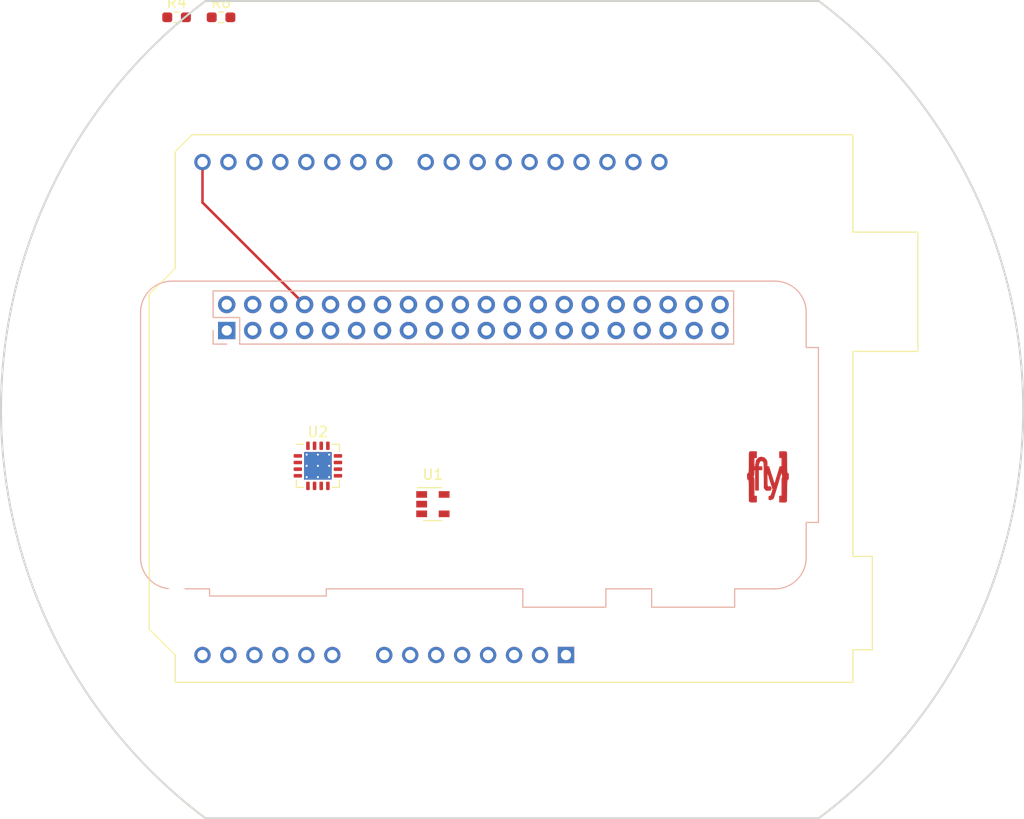
<source format=kicad_pcb>
(kicad_pcb (version 20171130) (host pcbnew "(5.1.7-0-10_14)")

  (general
    (thickness 1.6)
    (drawings 4)
    (tracks 2)
    (zones 0)
    (modules 20)
    (nets 18)
  )

  (page A4)
  (layers
    (0 F.Cu signal hide)
    (31 B.Cu signal hide)
    (32 B.Adhes user hide)
    (33 F.Adhes user hide)
    (34 B.Paste user hide)
    (35 F.Paste user hide)
    (36 B.SilkS user hide)
    (37 F.SilkS user hide)
    (38 B.Mask user hide)
    (39 F.Mask user hide)
    (40 Dwgs.User user hide)
    (41 Cmts.User user hide)
    (42 Eco1.User user hide)
    (43 Eco2.User user hide)
    (44 Edge.Cuts user)
    (45 Margin user hide)
    (46 B.CrtYd user hide)
    (47 F.CrtYd user hide)
    (48 B.Fab user hide)
    (49 F.Fab user hide)
  )

  (setup
    (last_trace_width 0.25)
    (trace_clearance 0.2)
    (zone_clearance 0.508)
    (zone_45_only no)
    (trace_min 0.2)
    (via_size 0.8)
    (via_drill 0.4)
    (via_min_size 0.4)
    (via_min_drill 0.3)
    (uvia_size 0.3)
    (uvia_drill 0.1)
    (uvias_allowed no)
    (uvia_min_size 0.2)
    (uvia_min_drill 0.1)
    (edge_width 0.05)
    (segment_width 0.2)
    (pcb_text_width 0.3)
    (pcb_text_size 1.5 1.5)
    (mod_edge_width 0.12)
    (mod_text_size 1 1)
    (mod_text_width 0.15)
    (pad_size 1.524 1.524)
    (pad_drill 0.762)
    (pad_to_mask_clearance 0)
    (aux_axis_origin 0 0)
    (visible_elements FFFFFF7F)
    (pcbplotparams
      (layerselection 0x010fc_ffffffff)
      (usegerberextensions false)
      (usegerberattributes true)
      (usegerberadvancedattributes true)
      (creategerberjobfile true)
      (excludeedgelayer true)
      (linewidth 0.100000)
      (plotframeref false)
      (viasonmask false)
      (mode 1)
      (useauxorigin false)
      (hpglpennumber 1)
      (hpglpenspeed 20)
      (hpglpendiameter 15.000000)
      (psnegative false)
      (psa4output false)
      (plotreference true)
      (plotvalue true)
      (plotinvisibletext false)
      (padsonsilk false)
      (subtractmaskfromsilk false)
      (outputformat 1)
      (mirror false)
      (drillshape 1)
      (scaleselection 1)
      (outputdirectory ""))
  )

  (net 0 "")
  (net 1 RPi_to_uC)
  (net 2 Supply_-Ve)
  (net 3 +5V)
  (net 4 RPi_Supply)
  (net 5 Bat_+Ve)
  (net 6 "Net-(L1-Pad2)")
  (net 7 uC_TX)
  (net 8 On_Charge?)
  (net 9 "Net-(D1-Pad2)")
  (net 10 "Net-(D1-Pad1)")
  (net 11 "Net-(D2-Pad1)")
  (net 12 "Net-(D4-Pad1)")
  (net 13 RPi_RX)
  (net 14 Supply_+Ve)
  (net 15 "Net-(R3-Pad1)")
  (net 16 "Net-(R6-Pad2)")
  (net 17 "Net-(R7-Pad2)")

  (net_class Default "This is the default net class."
    (clearance 0.2)
    (trace_width 0.25)
    (via_dia 0.8)
    (via_drill 0.4)
    (uvia_dia 0.3)
    (uvia_drill 0.1)
    (add_net +5V)
    (add_net Bat_+Ve)
    (add_net "Net-(D1-Pad1)")
    (add_net "Net-(D1-Pad2)")
    (add_net "Net-(D2-Pad1)")
    (add_net "Net-(D4-Pad1)")
    (add_net "Net-(L1-Pad2)")
    (add_net "Net-(R3-Pad1)")
    (add_net "Net-(R6-Pad2)")
    (add_net "Net-(R7-Pad2)")
    (add_net On_Charge?)
    (add_net RPi_RX)
    (add_net RPi_Supply)
    (add_net RPi_to_uC)
    (add_net Supply_+Ve)
    (add_net Supply_-Ve)
    (add_net uC_TX)
  )

  (module Resistor_SMD:R_0603_1608Metric_Pad0.98x0.95mm_HandSolder (layer F.Cu) (tedit 5F68FEEE) (tstamp 60BF1493)
    (at 193.375001 75.265001)
    (descr "Resistor SMD 0603 (1608 Metric), square (rectangular) end terminal, IPC_7351 nominal with elongated pad for handsoldering. (Body size source: IPC-SM-782 page 72, https://www.pcb-3d.com/wordpress/wp-content/uploads/ipc-sm-782a_amendment_1_and_2.pdf), generated with kicad-footprint-generator")
    (tags "resistor handsolder")
    (path /60BA0F74/60BABB80)
    (attr smd)
    (fp_text reference R12 (at 0 -1.43) (layer F.SilkS)
      (effects (font (size 1 1) (thickness 0.15)))
    )
    (fp_text value 3k3 (at 0 1.43) (layer F.Fab)
      (effects (font (size 1 1) (thickness 0.15)))
    )
    (fp_line (start -0.8 0.4125) (end -0.8 -0.4125) (layer F.Fab) (width 0.1))
    (fp_line (start -0.8 -0.4125) (end 0.8 -0.4125) (layer F.Fab) (width 0.1))
    (fp_line (start 0.8 -0.4125) (end 0.8 0.4125) (layer F.Fab) (width 0.1))
    (fp_line (start 0.8 0.4125) (end -0.8 0.4125) (layer F.Fab) (width 0.1))
    (fp_line (start -0.254724 -0.5225) (end 0.254724 -0.5225) (layer F.SilkS) (width 0.12))
    (fp_line (start -0.254724 0.5225) (end 0.254724 0.5225) (layer F.SilkS) (width 0.12))
    (fp_line (start -1.65 0.73) (end -1.65 -0.73) (layer F.CrtYd) (width 0.05))
    (fp_line (start -1.65 -0.73) (end 1.65 -0.73) (layer F.CrtYd) (width 0.05))
    (fp_line (start 1.65 -0.73) (end 1.65 0.73) (layer F.CrtYd) (width 0.05))
    (fp_line (start 1.65 0.73) (end -1.65 0.73) (layer F.CrtYd) (width 0.05))
    (fp_text user %R (at 0 0) (layer F.Fab)
      (effects (font (size 0.4 0.4) (thickness 0.06)))
    )
    (pad 2 smd roundrect (at 0.9125 0) (size 0.975 0.95) (layers F.Cu F.Paste F.Mask) (roundrect_rratio 0.25)
      (net 2 Supply_-Ve))
    (pad 1 smd roundrect (at -0.9125 0) (size 0.975 0.95) (layers F.Cu F.Paste F.Mask) (roundrect_rratio 0.25)
      (net 13 RPi_RX))
    (model ${KISYS3DMOD}/Resistor_SMD.3dshapes/R_0603_1608Metric.wrl
      (at (xyz 0 0 0))
      (scale (xyz 1 1 1))
      (rotate (xyz 0 0 0))
    )
  )

  (module Resistor_SMD:R_0603_1608Metric_Pad0.98x0.95mm_HandSolder (layer F.Cu) (tedit 5F68FEEE) (tstamp 60BF1482)
    (at 193.375001 72.755001)
    (descr "Resistor SMD 0603 (1608 Metric), square (rectangular) end terminal, IPC_7351 nominal with elongated pad for handsoldering. (Body size source: IPC-SM-782 page 72, https://www.pcb-3d.com/wordpress/wp-content/uploads/ipc-sm-782a_amendment_1_and_2.pdf), generated with kicad-footprint-generator")
    (tags "resistor handsolder")
    (path /60BA0F74/60BAB94E)
    (attr smd)
    (fp_text reference R11 (at 0 -1.43) (layer F.SilkS)
      (effects (font (size 1 1) (thickness 0.15)))
    )
    (fp_text value 1k5 (at 0 1.43) (layer F.Fab)
      (effects (font (size 1 1) (thickness 0.15)))
    )
    (fp_line (start -0.8 0.4125) (end -0.8 -0.4125) (layer F.Fab) (width 0.1))
    (fp_line (start -0.8 -0.4125) (end 0.8 -0.4125) (layer F.Fab) (width 0.1))
    (fp_line (start 0.8 -0.4125) (end 0.8 0.4125) (layer F.Fab) (width 0.1))
    (fp_line (start 0.8 0.4125) (end -0.8 0.4125) (layer F.Fab) (width 0.1))
    (fp_line (start -0.254724 -0.5225) (end 0.254724 -0.5225) (layer F.SilkS) (width 0.12))
    (fp_line (start -0.254724 0.5225) (end 0.254724 0.5225) (layer F.SilkS) (width 0.12))
    (fp_line (start -1.65 0.73) (end -1.65 -0.73) (layer F.CrtYd) (width 0.05))
    (fp_line (start -1.65 -0.73) (end 1.65 -0.73) (layer F.CrtYd) (width 0.05))
    (fp_line (start 1.65 -0.73) (end 1.65 0.73) (layer F.CrtYd) (width 0.05))
    (fp_line (start 1.65 0.73) (end -1.65 0.73) (layer F.CrtYd) (width 0.05))
    (fp_text user %R (at 0 0) (layer F.Fab)
      (effects (font (size 0.4 0.4) (thickness 0.06)))
    )
    (pad 2 smd roundrect (at 0.9125 0) (size 0.975 0.95) (layers F.Cu F.Paste F.Mask) (roundrect_rratio 0.25)
      (net 13 RPi_RX))
    (pad 1 smd roundrect (at -0.9125 0) (size 0.975 0.95) (layers F.Cu F.Paste F.Mask) (roundrect_rratio 0.25)
      (net 7 uC_TX))
    (model ${KISYS3DMOD}/Resistor_SMD.3dshapes/R_0603_1608Metric.wrl
      (at (xyz 0 0 0))
      (scale (xyz 1 1 1))
      (rotate (xyz 0 0 0))
    )
  )

  (module Resistor_SMD:R_0603_1608Metric_Pad0.98x0.95mm_HandSolder (layer F.Cu) (tedit 5F68FEEE) (tstamp 60BF1471)
    (at 183.915001 75.265001)
    (descr "Resistor SMD 0603 (1608 Metric), square (rectangular) end terminal, IPC_7351 nominal with elongated pad for handsoldering. (Body size source: IPC-SM-782 page 72, https://www.pcb-3d.com/wordpress/wp-content/uploads/ipc-sm-782a_amendment_1_and_2.pdf), generated with kicad-footprint-generator")
    (tags "resistor handsolder")
    (path /60B901D8/60BF67DD)
    (attr smd)
    (fp_text reference R10 (at 0 -1.43) (layer F.SilkS)
      (effects (font (size 1 1) (thickness 0.15)))
    )
    (fp_text value 1k (at 0 1.43) (layer F.Fab)
      (effects (font (size 1 1) (thickness 0.15)))
    )
    (fp_line (start -0.8 0.4125) (end -0.8 -0.4125) (layer F.Fab) (width 0.1))
    (fp_line (start -0.8 -0.4125) (end 0.8 -0.4125) (layer F.Fab) (width 0.1))
    (fp_line (start 0.8 -0.4125) (end 0.8 0.4125) (layer F.Fab) (width 0.1))
    (fp_line (start 0.8 0.4125) (end -0.8 0.4125) (layer F.Fab) (width 0.1))
    (fp_line (start -0.254724 -0.5225) (end 0.254724 -0.5225) (layer F.SilkS) (width 0.12))
    (fp_line (start -0.254724 0.5225) (end 0.254724 0.5225) (layer F.SilkS) (width 0.12))
    (fp_line (start -1.65 0.73) (end -1.65 -0.73) (layer F.CrtYd) (width 0.05))
    (fp_line (start -1.65 -0.73) (end 1.65 -0.73) (layer F.CrtYd) (width 0.05))
    (fp_line (start 1.65 -0.73) (end 1.65 0.73) (layer F.CrtYd) (width 0.05))
    (fp_line (start 1.65 0.73) (end -1.65 0.73) (layer F.CrtYd) (width 0.05))
    (fp_text user %R (at 0 0) (layer F.Fab)
      (effects (font (size 0.4 0.4) (thickness 0.06)))
    )
    (pad 2 smd roundrect (at 0.9125 0) (size 0.975 0.95) (layers F.Cu F.Paste F.Mask) (roundrect_rratio 0.25)
      (net 12 "Net-(D4-Pad1)"))
    (pad 1 smd roundrect (at -0.9125 0) (size 0.975 0.95) (layers F.Cu F.Paste F.Mask) (roundrect_rratio 0.25)
      (net 2 Supply_-Ve))
    (model ${KISYS3DMOD}/Resistor_SMD.3dshapes/R_0603_1608Metric.wrl
      (at (xyz 0 0 0))
      (scale (xyz 1 1 1))
      (rotate (xyz 0 0 0))
    )
  )

  (module Resistor_SMD:R_0603_1608Metric_Pad0.98x0.95mm_HandSolder (layer F.Cu) (tedit 5F68FEEE) (tstamp 60BF1460)
    (at 179.125001 78.305001)
    (descr "Resistor SMD 0603 (1608 Metric), square (rectangular) end terminal, IPC_7351 nominal with elongated pad for handsoldering. (Body size source: IPC-SM-782 page 72, https://www.pcb-3d.com/wordpress/wp-content/uploads/ipc-sm-782a_amendment_1_and_2.pdf), generated with kicad-footprint-generator")
    (tags "resistor handsolder")
    (path /60B901D8/60BED98D)
    (attr smd)
    (fp_text reference R9 (at 0 -1.43) (layer F.SilkS)
      (effects (font (size 1 1) (thickness 0.15)))
    )
    (fp_text value 200k (at 0 1.43) (layer F.Fab)
      (effects (font (size 1 1) (thickness 0.15)))
    )
    (fp_line (start -0.8 0.4125) (end -0.8 -0.4125) (layer F.Fab) (width 0.1))
    (fp_line (start -0.8 -0.4125) (end 0.8 -0.4125) (layer F.Fab) (width 0.1))
    (fp_line (start 0.8 -0.4125) (end 0.8 0.4125) (layer F.Fab) (width 0.1))
    (fp_line (start 0.8 0.4125) (end -0.8 0.4125) (layer F.Fab) (width 0.1))
    (fp_line (start -0.254724 -0.5225) (end 0.254724 -0.5225) (layer F.SilkS) (width 0.12))
    (fp_line (start -0.254724 0.5225) (end 0.254724 0.5225) (layer F.SilkS) (width 0.12))
    (fp_line (start -1.65 0.73) (end -1.65 -0.73) (layer F.CrtYd) (width 0.05))
    (fp_line (start -1.65 -0.73) (end 1.65 -0.73) (layer F.CrtYd) (width 0.05))
    (fp_line (start 1.65 -0.73) (end 1.65 0.73) (layer F.CrtYd) (width 0.05))
    (fp_line (start 1.65 0.73) (end -1.65 0.73) (layer F.CrtYd) (width 0.05))
    (fp_text user %R (at 0 0) (layer F.Fab)
      (effects (font (size 0.4 0.4) (thickness 0.06)))
    )
    (pad 2 smd roundrect (at 0.9125 0) (size 0.975 0.95) (layers F.Cu F.Paste F.Mask) (roundrect_rratio 0.25)
      (net 2 Supply_-Ve))
    (pad 1 smd roundrect (at -0.9125 0) (size 0.975 0.95) (layers F.Cu F.Paste F.Mask) (roundrect_rratio 0.25)
      (net 16 "Net-(R6-Pad2)"))
    (model ${KISYS3DMOD}/Resistor_SMD.3dshapes/R_0603_1608Metric.wrl
      (at (xyz 0 0 0))
      (scale (xyz 1 1 1))
      (rotate (xyz 0 0 0))
    )
  )

  (module Resistor_SMD:R_0603_1608Metric_Pad0.98x0.95mm_HandSolder (layer F.Cu) (tedit 5F68FEEE) (tstamp 60BF144F)
    (at 174.775001 81.345001)
    (descr "Resistor SMD 0603 (1608 Metric), square (rectangular) end terminal, IPC_7351 nominal with elongated pad for handsoldering. (Body size source: IPC-SM-782 page 72, https://www.pcb-3d.com/wordpress/wp-content/uploads/ipc-sm-782a_amendment_1_and_2.pdf), generated with kicad-footprint-generator")
    (tags "resistor handsolder")
    (path /60B901D8/60BC1C4E)
    (attr smd)
    (fp_text reference R8 (at 0 -1.43) (layer F.SilkS)
      (effects (font (size 1 1) (thickness 0.15)))
    )
    (fp_text value 340k (at 0 1.43) (layer F.Fab)
      (effects (font (size 1 1) (thickness 0.15)))
    )
    (fp_line (start -0.8 0.4125) (end -0.8 -0.4125) (layer F.Fab) (width 0.1))
    (fp_line (start -0.8 -0.4125) (end 0.8 -0.4125) (layer F.Fab) (width 0.1))
    (fp_line (start 0.8 -0.4125) (end 0.8 0.4125) (layer F.Fab) (width 0.1))
    (fp_line (start 0.8 0.4125) (end -0.8 0.4125) (layer F.Fab) (width 0.1))
    (fp_line (start -0.254724 -0.5225) (end 0.254724 -0.5225) (layer F.SilkS) (width 0.12))
    (fp_line (start -0.254724 0.5225) (end 0.254724 0.5225) (layer F.SilkS) (width 0.12))
    (fp_line (start -1.65 0.73) (end -1.65 -0.73) (layer F.CrtYd) (width 0.05))
    (fp_line (start -1.65 -0.73) (end 1.65 -0.73) (layer F.CrtYd) (width 0.05))
    (fp_line (start 1.65 -0.73) (end 1.65 0.73) (layer F.CrtYd) (width 0.05))
    (fp_line (start 1.65 0.73) (end -1.65 0.73) (layer F.CrtYd) (width 0.05))
    (fp_text user %R (at 0 0) (layer F.Fab)
      (effects (font (size 0.4 0.4) (thickness 0.06)))
    )
    (pad 2 smd roundrect (at 0.9125 0) (size 0.975 0.95) (layers F.Cu F.Paste F.Mask) (roundrect_rratio 0.25)
      (net 2 Supply_-Ve))
    (pad 1 smd roundrect (at -0.9125 0) (size 0.975 0.95) (layers F.Cu F.Paste F.Mask) (roundrect_rratio 0.25)
      (net 17 "Net-(R7-Pad2)"))
    (model ${KISYS3DMOD}/Resistor_SMD.3dshapes/R_0603_1608Metric.wrl
      (at (xyz 0 0 0))
      (scale (xyz 1 1 1))
      (rotate (xyz 0 0 0))
    )
  )

  (module Resistor_SMD:R_0603_1608Metric_Pad0.98x0.95mm_HandSolder (layer F.Cu) (tedit 5F68FEEE) (tstamp 60BF143E)
    (at 184.355001 72.755001)
    (descr "Resistor SMD 0603 (1608 Metric), square (rectangular) end terminal, IPC_7351 nominal with elongated pad for handsoldering. (Body size source: IPC-SM-782 page 72, https://www.pcb-3d.com/wordpress/wp-content/uploads/ipc-sm-782a_amendment_1_and_2.pdf), generated with kicad-footprint-generator")
    (tags "resistor handsolder")
    (path /60B901D8/60BC1473)
    (attr smd)
    (fp_text reference R7 (at 0 -1.43) (layer F.SilkS)
      (effects (font (size 1 1) (thickness 0.15)))
    )
    (fp_text value 1M37 (at 0 1.43) (layer F.Fab)
      (effects (font (size 1 1) (thickness 0.15)))
    )
    (fp_line (start -0.8 0.4125) (end -0.8 -0.4125) (layer F.Fab) (width 0.1))
    (fp_line (start -0.8 -0.4125) (end 0.8 -0.4125) (layer F.Fab) (width 0.1))
    (fp_line (start 0.8 -0.4125) (end 0.8 0.4125) (layer F.Fab) (width 0.1))
    (fp_line (start 0.8 0.4125) (end -0.8 0.4125) (layer F.Fab) (width 0.1))
    (fp_line (start -0.254724 -0.5225) (end 0.254724 -0.5225) (layer F.SilkS) (width 0.12))
    (fp_line (start -0.254724 0.5225) (end 0.254724 0.5225) (layer F.SilkS) (width 0.12))
    (fp_line (start -1.65 0.73) (end -1.65 -0.73) (layer F.CrtYd) (width 0.05))
    (fp_line (start -1.65 -0.73) (end 1.65 -0.73) (layer F.CrtYd) (width 0.05))
    (fp_line (start 1.65 -0.73) (end 1.65 0.73) (layer F.CrtYd) (width 0.05))
    (fp_line (start 1.65 0.73) (end -1.65 0.73) (layer F.CrtYd) (width 0.05))
    (fp_text user %R (at 0 0) (layer F.Fab)
      (effects (font (size 0.4 0.4) (thickness 0.06)))
    )
    (pad 2 smd roundrect (at 0.9125 0) (size 0.975 0.95) (layers F.Cu F.Paste F.Mask) (roundrect_rratio 0.25)
      (net 17 "Net-(R7-Pad2)"))
    (pad 1 smd roundrect (at -0.9125 0) (size 0.975 0.95) (layers F.Cu F.Paste F.Mask) (roundrect_rratio 0.25)
      (net 5 Bat_+Ve))
    (model ${KISYS3DMOD}/Resistor_SMD.3dshapes/R_0603_1608Metric.wrl
      (at (xyz 0 0 0))
      (scale (xyz 1 1 1))
      (rotate (xyz 0 0 0))
    )
  )

  (module Resistor_SMD:R_0603_1608Metric_Pad0.98x0.95mm_HandSolder (layer F.Cu) (tedit 5F68FEEE) (tstamp 60BF142D)
    (at 179.565001 75.795001)
    (descr "Resistor SMD 0603 (1608 Metric), square (rectangular) end terminal, IPC_7351 nominal with elongated pad for handsoldering. (Body size source: IPC-SM-782 page 72, https://www.pcb-3d.com/wordpress/wp-content/uploads/ipc-sm-782a_amendment_1_and_2.pdf), generated with kicad-footprint-generator")
    (tags "resistor handsolder")
    (path /60B901D8/60BECC15)
    (attr smd)
    (fp_text reference R6 (at 0 -1.43) (layer F.SilkS)
      (effects (font (size 1 1) (thickness 0.15)))
    )
    (fp_text value 1M85 (at 0 1.43) (layer F.Fab)
      (effects (font (size 1 1) (thickness 0.15)))
    )
    (fp_line (start -0.8 0.4125) (end -0.8 -0.4125) (layer F.Fab) (width 0.1))
    (fp_line (start -0.8 -0.4125) (end 0.8 -0.4125) (layer F.Fab) (width 0.1))
    (fp_line (start 0.8 -0.4125) (end 0.8 0.4125) (layer F.Fab) (width 0.1))
    (fp_line (start 0.8 0.4125) (end -0.8 0.4125) (layer F.Fab) (width 0.1))
    (fp_line (start -0.254724 -0.5225) (end 0.254724 -0.5225) (layer F.SilkS) (width 0.12))
    (fp_line (start -0.254724 0.5225) (end 0.254724 0.5225) (layer F.SilkS) (width 0.12))
    (fp_line (start -1.65 0.73) (end -1.65 -0.73) (layer F.CrtYd) (width 0.05))
    (fp_line (start -1.65 -0.73) (end 1.65 -0.73) (layer F.CrtYd) (width 0.05))
    (fp_line (start 1.65 -0.73) (end 1.65 0.73) (layer F.CrtYd) (width 0.05))
    (fp_line (start 1.65 0.73) (end -1.65 0.73) (layer F.CrtYd) (width 0.05))
    (fp_text user %R (at 0 0) (layer F.Fab)
      (effects (font (size 0.4 0.4) (thickness 0.06)))
    )
    (pad 2 smd roundrect (at 0.9125 0) (size 0.975 0.95) (layers F.Cu F.Paste F.Mask) (roundrect_rratio 0.25)
      (net 16 "Net-(R6-Pad2)"))
    (pad 1 smd roundrect (at -0.9125 0) (size 0.975 0.95) (layers F.Cu F.Paste F.Mask) (roundrect_rratio 0.25)
      (net 3 +5V))
    (model ${KISYS3DMOD}/Resistor_SMD.3dshapes/R_0603_1608Metric.wrl
      (at (xyz 0 0 0))
      (scale (xyz 1 1 1))
      (rotate (xyz 0 0 0))
    )
  )

  (module Resistor_SMD:R_0603_1608Metric_Pad0.98x0.95mm_HandSolder (layer F.Cu) (tedit 5F68FEEE) (tstamp 60BF141C)
    (at 174.775001 78.835001)
    (descr "Resistor SMD 0603 (1608 Metric), square (rectangular) end terminal, IPC_7351 nominal with elongated pad for handsoldering. (Body size source: IPC-SM-782 page 72, https://www.pcb-3d.com/wordpress/wp-content/uploads/ipc-sm-782a_amendment_1_and_2.pdf), generated with kicad-footprint-generator")
    (tags "resistor handsolder")
    (path /60B901D8/60BBFBF8)
    (attr smd)
    (fp_text reference R5 (at 0 -1.43) (layer F.SilkS)
      (effects (font (size 1 1) (thickness 0.15)))
    )
    (fp_text value 10k (at 0 1.43) (layer F.Fab)
      (effects (font (size 1 1) (thickness 0.15)))
    )
    (fp_line (start -0.8 0.4125) (end -0.8 -0.4125) (layer F.Fab) (width 0.1))
    (fp_line (start -0.8 -0.4125) (end 0.8 -0.4125) (layer F.Fab) (width 0.1))
    (fp_line (start 0.8 -0.4125) (end 0.8 0.4125) (layer F.Fab) (width 0.1))
    (fp_line (start 0.8 0.4125) (end -0.8 0.4125) (layer F.Fab) (width 0.1))
    (fp_line (start -0.254724 -0.5225) (end 0.254724 -0.5225) (layer F.SilkS) (width 0.12))
    (fp_line (start -0.254724 0.5225) (end 0.254724 0.5225) (layer F.SilkS) (width 0.12))
    (fp_line (start -1.65 0.73) (end -1.65 -0.73) (layer F.CrtYd) (width 0.05))
    (fp_line (start -1.65 -0.73) (end 1.65 -0.73) (layer F.CrtYd) (width 0.05))
    (fp_line (start 1.65 -0.73) (end 1.65 0.73) (layer F.CrtYd) (width 0.05))
    (fp_line (start 1.65 0.73) (end -1.65 0.73) (layer F.CrtYd) (width 0.05))
    (fp_text user %R (at 0 0) (layer F.Fab)
      (effects (font (size 0.4 0.4) (thickness 0.06)))
    )
    (pad 2 smd roundrect (at 0.9125 0) (size 0.975 0.95) (layers F.Cu F.Paste F.Mask) (roundrect_rratio 0.25)
      (net 2 Supply_-Ve))
    (pad 1 smd roundrect (at -0.9125 0) (size 0.975 0.95) (layers F.Cu F.Paste F.Mask) (roundrect_rratio 0.25)
      (net 14 Supply_+Ve))
    (model ${KISYS3DMOD}/Resistor_SMD.3dshapes/R_0603_1608Metric.wrl
      (at (xyz 0 0 0))
      (scale (xyz 1 1 1))
      (rotate (xyz 0 0 0))
    )
  )

  (module Resistor_SMD:R_0603_1608Metric_Pad0.98x0.95mm_HandSolder (layer F.Cu) (tedit 5F68FEEE) (tstamp 60BF140B)
    (at 170.425001 81.345001)
    (descr "Resistor SMD 0603 (1608 Metric), square (rectangular) end terminal, IPC_7351 nominal with elongated pad for handsoldering. (Body size source: IPC-SM-782 page 72, https://www.pcb-3d.com/wordpress/wp-content/uploads/ipc-sm-782a_amendment_1_and_2.pdf), generated with kicad-footprint-generator")
    (tags "resistor handsolder")
    (path /60B901D8/60B9F95E)
    (attr smd)
    (fp_text reference R4 (at 0 -1.43) (layer F.SilkS)
      (effects (font (size 1 1) (thickness 0.15)))
    )
    (fp_text value 1k (at 0 1.43) (layer F.Fab)
      (effects (font (size 1 1) (thickness 0.15)))
    )
    (fp_line (start -0.8 0.4125) (end -0.8 -0.4125) (layer F.Fab) (width 0.1))
    (fp_line (start -0.8 -0.4125) (end 0.8 -0.4125) (layer F.Fab) (width 0.1))
    (fp_line (start 0.8 -0.4125) (end 0.8 0.4125) (layer F.Fab) (width 0.1))
    (fp_line (start 0.8 0.4125) (end -0.8 0.4125) (layer F.Fab) (width 0.1))
    (fp_line (start -0.254724 -0.5225) (end 0.254724 -0.5225) (layer F.SilkS) (width 0.12))
    (fp_line (start -0.254724 0.5225) (end 0.254724 0.5225) (layer F.SilkS) (width 0.12))
    (fp_line (start -1.65 0.73) (end -1.65 -0.73) (layer F.CrtYd) (width 0.05))
    (fp_line (start -1.65 -0.73) (end 1.65 -0.73) (layer F.CrtYd) (width 0.05))
    (fp_line (start 1.65 -0.73) (end 1.65 0.73) (layer F.CrtYd) (width 0.05))
    (fp_line (start 1.65 0.73) (end -1.65 0.73) (layer F.CrtYd) (width 0.05))
    (fp_text user %R (at 0 0) (layer F.Fab)
      (effects (font (size 0.4 0.4) (thickness 0.06)))
    )
    (pad 2 smd roundrect (at 0.9125 0) (size 0.975 0.95) (layers F.Cu F.Paste F.Mask) (roundrect_rratio 0.25)
      (net 11 "Net-(D2-Pad1)"))
    (pad 1 smd roundrect (at -0.9125 0) (size 0.975 0.95) (layers F.Cu F.Paste F.Mask) (roundrect_rratio 0.25)
      (net 2 Supply_-Ve))
    (model ${KISYS3DMOD}/Resistor_SMD.3dshapes/R_0603_1608Metric.wrl
      (at (xyz 0 0 0))
      (scale (xyz 1 1 1))
      (rotate (xyz 0 0 0))
    )
  )

  (module Resistor_SMD:R_0603_1608Metric_Pad0.98x0.95mm_HandSolder (layer F.Cu) (tedit 5F68FEEE) (tstamp 60BF13FA)
    (at 180.005001 72.755001)
    (descr "Resistor SMD 0603 (1608 Metric), square (rectangular) end terminal, IPC_7351 nominal with elongated pad for handsoldering. (Body size source: IPC-SM-782 page 72, https://www.pcb-3d.com/wordpress/wp-content/uploads/ipc-sm-782a_amendment_1_and_2.pdf), generated with kicad-footprint-generator")
    (tags "resistor handsolder")
    (path /60B901D8/60B9A672)
    (attr smd)
    (fp_text reference R3 (at 0 -1.43) (layer F.SilkS)
      (effects (font (size 1 1) (thickness 0.15)))
    )
    (fp_text value 2k (at 0 1.43) (layer F.Fab)
      (effects (font (size 1 1) (thickness 0.15)))
    )
    (fp_line (start -0.8 0.4125) (end -0.8 -0.4125) (layer F.Fab) (width 0.1))
    (fp_line (start -0.8 -0.4125) (end 0.8 -0.4125) (layer F.Fab) (width 0.1))
    (fp_line (start 0.8 -0.4125) (end 0.8 0.4125) (layer F.Fab) (width 0.1))
    (fp_line (start 0.8 0.4125) (end -0.8 0.4125) (layer F.Fab) (width 0.1))
    (fp_line (start -0.254724 -0.5225) (end 0.254724 -0.5225) (layer F.SilkS) (width 0.12))
    (fp_line (start -0.254724 0.5225) (end 0.254724 0.5225) (layer F.SilkS) (width 0.12))
    (fp_line (start -1.65 0.73) (end -1.65 -0.73) (layer F.CrtYd) (width 0.05))
    (fp_line (start -1.65 -0.73) (end 1.65 -0.73) (layer F.CrtYd) (width 0.05))
    (fp_line (start 1.65 -0.73) (end 1.65 0.73) (layer F.CrtYd) (width 0.05))
    (fp_line (start 1.65 0.73) (end -1.65 0.73) (layer F.CrtYd) (width 0.05))
    (fp_text user %R (at 0 0) (layer F.Fab)
      (effects (font (size 0.4 0.4) (thickness 0.06)))
    )
    (pad 2 smd roundrect (at 0.9125 0) (size 0.975 0.95) (layers F.Cu F.Paste F.Mask) (roundrect_rratio 0.25)
      (net 2 Supply_-Ve))
    (pad 1 smd roundrect (at -0.9125 0) (size 0.975 0.95) (layers F.Cu F.Paste F.Mask) (roundrect_rratio 0.25)
      (net 15 "Net-(R3-Pad1)"))
    (model ${KISYS3DMOD}/Resistor_SMD.3dshapes/R_0603_1608Metric.wrl
      (at (xyz 0 0 0))
      (scale (xyz 1 1 1))
      (rotate (xyz 0 0 0))
    )
  )

  (module Resistor_SMD:R_0603_1608Metric_Pad0.98x0.95mm_HandSolder (layer F.Cu) (tedit 5F68FEEE) (tstamp 60BF13E9)
    (at 175.215001 75.795001)
    (descr "Resistor SMD 0603 (1608 Metric), square (rectangular) end terminal, IPC_7351 nominal with elongated pad for handsoldering. (Body size source: IPC-SM-782 page 72, https://www.pcb-3d.com/wordpress/wp-content/uploads/ipc-sm-782a_amendment_1_and_2.pdf), generated with kicad-footprint-generator")
    (tags "resistor handsolder")
    (path /60B901D8/60B9F1C0)
    (attr smd)
    (fp_text reference R2 (at 0 -1.43) (layer F.SilkS)
      (effects (font (size 1 1) (thickness 0.15)))
    )
    (fp_text value 470 (at 0 1.43) (layer F.Fab)
      (effects (font (size 1 1) (thickness 0.15)))
    )
    (fp_line (start -0.8 0.4125) (end -0.8 -0.4125) (layer F.Fab) (width 0.1))
    (fp_line (start -0.8 -0.4125) (end 0.8 -0.4125) (layer F.Fab) (width 0.1))
    (fp_line (start 0.8 -0.4125) (end 0.8 0.4125) (layer F.Fab) (width 0.1))
    (fp_line (start 0.8 0.4125) (end -0.8 0.4125) (layer F.Fab) (width 0.1))
    (fp_line (start -0.254724 -0.5225) (end 0.254724 -0.5225) (layer F.SilkS) (width 0.12))
    (fp_line (start -0.254724 0.5225) (end 0.254724 0.5225) (layer F.SilkS) (width 0.12))
    (fp_line (start -1.65 0.73) (end -1.65 -0.73) (layer F.CrtYd) (width 0.05))
    (fp_line (start -1.65 -0.73) (end 1.65 -0.73) (layer F.CrtYd) (width 0.05))
    (fp_line (start 1.65 -0.73) (end 1.65 0.73) (layer F.CrtYd) (width 0.05))
    (fp_line (start 1.65 0.73) (end -1.65 0.73) (layer F.CrtYd) (width 0.05))
    (fp_text user %R (at 0 0) (layer F.Fab)
      (effects (font (size 0.4 0.4) (thickness 0.06)))
    )
    (pad 2 smd roundrect (at 0.9125 0) (size 0.975 0.95) (layers F.Cu F.Paste F.Mask) (roundrect_rratio 0.25)
      (net 9 "Net-(D1-Pad2)"))
    (pad 1 smd roundrect (at -0.9125 0) (size 0.975 0.95) (layers F.Cu F.Paste F.Mask) (roundrect_rratio 0.25)
      (net 14 Supply_+Ve))
    (model ${KISYS3DMOD}/Resistor_SMD.3dshapes/R_0603_1608Metric.wrl
      (at (xyz 0 0 0))
      (scale (xyz 1 1 1))
      (rotate (xyz 0 0 0))
    )
  )

  (module Resistor_SMD:R_0603_1608Metric_Pad0.98x0.95mm_HandSolder (layer F.Cu) (tedit 5F68FEEE) (tstamp 60BF13D8)
    (at 170.425001 78.835001)
    (descr "Resistor SMD 0603 (1608 Metric), square (rectangular) end terminal, IPC_7351 nominal with elongated pad for handsoldering. (Body size source: IPC-SM-782 page 72, https://www.pcb-3d.com/wordpress/wp-content/uploads/ipc-sm-782a_amendment_1_and_2.pdf), generated with kicad-footprint-generator")
    (tags "resistor handsolder")
    (path /60B901D8/60BC25D2)
    (attr smd)
    (fp_text reference R1 (at 0 -1.43) (layer F.SilkS)
      (effects (font (size 1 1) (thickness 0.15)))
    )
    (fp_text value 10k (at 0 1.43) (layer F.Fab)
      (effects (font (size 1 1) (thickness 0.15)))
    )
    (fp_line (start -0.8 0.4125) (end -0.8 -0.4125) (layer F.Fab) (width 0.1))
    (fp_line (start -0.8 -0.4125) (end 0.8 -0.4125) (layer F.Fab) (width 0.1))
    (fp_line (start 0.8 -0.4125) (end 0.8 0.4125) (layer F.Fab) (width 0.1))
    (fp_line (start 0.8 0.4125) (end -0.8 0.4125) (layer F.Fab) (width 0.1))
    (fp_line (start -0.254724 -0.5225) (end 0.254724 -0.5225) (layer F.SilkS) (width 0.12))
    (fp_line (start -0.254724 0.5225) (end 0.254724 0.5225) (layer F.SilkS) (width 0.12))
    (fp_line (start -1.65 0.73) (end -1.65 -0.73) (layer F.CrtYd) (width 0.05))
    (fp_line (start -1.65 -0.73) (end 1.65 -0.73) (layer F.CrtYd) (width 0.05))
    (fp_line (start 1.65 -0.73) (end 1.65 0.73) (layer F.CrtYd) (width 0.05))
    (fp_line (start 1.65 0.73) (end -1.65 0.73) (layer F.CrtYd) (width 0.05))
    (fp_text user %R (at 0 0) (layer F.Fab)
      (effects (font (size 0.4 0.4) (thickness 0.06)))
    )
    (pad 2 smd roundrect (at 0.9125 0) (size 0.975 0.95) (layers F.Cu F.Paste F.Mask) (roundrect_rratio 0.25)
      (net 14 Supply_+Ve))
    (pad 1 smd roundrect (at -0.9125 0) (size 0.975 0.95) (layers F.Cu F.Paste F.Mask) (roundrect_rratio 0.25)
      (net 8 On_Charge?))
    (model ${KISYS3DMOD}/Resistor_SMD.3dshapes/R_0603_1608Metric.wrl
      (at (xyz 0 0 0))
      (scale (xyz 1 1 1))
      (rotate (xyz 0 0 0))
    )
  )

  (module LED_SMD:LED_0805_2012Metric_Pad1.15x1.40mm_HandSolder (layer F.Cu) (tedit 5F68FEF1) (tstamp 60BF0ACF)
    (at 175.460001 73.020001)
    (descr "LED SMD 0805 (2012 Metric), square (rectangular) end terminal, IPC_7351 nominal, (Body size source: https://docs.google.com/spreadsheets/d/1BsfQQcO9C6DZCsRaXUlFlo91Tg2WpOkGARC1WS5S8t0/edit?usp=sharing), generated with kicad-footprint-generator")
    (tags "LED handsolder")
    (path /60B901D8/60BF5CF1)
    (attr smd)
    (fp_text reference D4 (at 0 -1.65) (layer F.SilkS)
      (effects (font (size 1 1) (thickness 0.15)))
    )
    (fp_text value Blue (at 0 1.65) (layer F.Fab)
      (effects (font (size 1 1) (thickness 0.15)))
    )
    (fp_line (start 1 -0.6) (end -0.7 -0.6) (layer F.Fab) (width 0.1))
    (fp_line (start -0.7 -0.6) (end -1 -0.3) (layer F.Fab) (width 0.1))
    (fp_line (start -1 -0.3) (end -1 0.6) (layer F.Fab) (width 0.1))
    (fp_line (start -1 0.6) (end 1 0.6) (layer F.Fab) (width 0.1))
    (fp_line (start 1 0.6) (end 1 -0.6) (layer F.Fab) (width 0.1))
    (fp_line (start 1 -0.96) (end -1.86 -0.96) (layer F.SilkS) (width 0.12))
    (fp_line (start -1.86 -0.96) (end -1.86 0.96) (layer F.SilkS) (width 0.12))
    (fp_line (start -1.86 0.96) (end 1 0.96) (layer F.SilkS) (width 0.12))
    (fp_line (start -1.85 0.95) (end -1.85 -0.95) (layer F.CrtYd) (width 0.05))
    (fp_line (start -1.85 -0.95) (end 1.85 -0.95) (layer F.CrtYd) (width 0.05))
    (fp_line (start 1.85 -0.95) (end 1.85 0.95) (layer F.CrtYd) (width 0.05))
    (fp_line (start 1.85 0.95) (end -1.85 0.95) (layer F.CrtYd) (width 0.05))
    (fp_text user %R (at 0 0) (layer F.Fab)
      (effects (font (size 0.5 0.5) (thickness 0.08)))
    )
    (pad 2 smd roundrect (at 1.025 0) (size 1.15 1.4) (layers F.Cu F.Paste F.Mask) (roundrect_rratio 0.217391)
      (net 3 +5V))
    (pad 1 smd roundrect (at -1.025 0) (size 1.15 1.4) (layers F.Cu F.Paste F.Mask) (roundrect_rratio 0.217391)
      (net 12 "Net-(D4-Pad1)"))
    (model ${KISYS3DMOD}/LED_SMD.3dshapes/LED_0805_2012Metric.wrl
      (at (xyz 0 0 0))
      (scale (xyz 1 1 1))
      (rotate (xyz 0 0 0))
    )
  )

  (module LED_SMD:LED_0805_2012Metric_Pad1.15x1.40mm_HandSolder (layer F.Cu) (tedit 5F68FEF1) (tstamp 60BF0ABC)
    (at 170.670001 76.060001)
    (descr "LED SMD 0805 (2012 Metric), square (rectangular) end terminal, IPC_7351 nominal, (Body size source: https://docs.google.com/spreadsheets/d/1BsfQQcO9C6DZCsRaXUlFlo91Tg2WpOkGARC1WS5S8t0/edit?usp=sharing), generated with kicad-footprint-generator")
    (tags "LED handsolder")
    (path /60B901D8/60B9D952)
    (attr smd)
    (fp_text reference D2 (at 0 -1.65) (layer F.SilkS)
      (effects (font (size 1 1) (thickness 0.15)))
    )
    (fp_text value Green (at 0 1.65) (layer F.Fab)
      (effects (font (size 1 1) (thickness 0.15)))
    )
    (fp_line (start 1 -0.6) (end -0.7 -0.6) (layer F.Fab) (width 0.1))
    (fp_line (start -0.7 -0.6) (end -1 -0.3) (layer F.Fab) (width 0.1))
    (fp_line (start -1 -0.3) (end -1 0.6) (layer F.Fab) (width 0.1))
    (fp_line (start -1 0.6) (end 1 0.6) (layer F.Fab) (width 0.1))
    (fp_line (start 1 0.6) (end 1 -0.6) (layer F.Fab) (width 0.1))
    (fp_line (start 1 -0.96) (end -1.86 -0.96) (layer F.SilkS) (width 0.12))
    (fp_line (start -1.86 -0.96) (end -1.86 0.96) (layer F.SilkS) (width 0.12))
    (fp_line (start -1.86 0.96) (end 1 0.96) (layer F.SilkS) (width 0.12))
    (fp_line (start -1.85 0.95) (end -1.85 -0.95) (layer F.CrtYd) (width 0.05))
    (fp_line (start -1.85 -0.95) (end 1.85 -0.95) (layer F.CrtYd) (width 0.05))
    (fp_line (start 1.85 -0.95) (end 1.85 0.95) (layer F.CrtYd) (width 0.05))
    (fp_line (start 1.85 0.95) (end -1.85 0.95) (layer F.CrtYd) (width 0.05))
    (fp_text user %R (at 0 0) (layer F.Fab)
      (effects (font (size 0.5 0.5) (thickness 0.08)))
    )
    (pad 2 smd roundrect (at 1.025 0) (size 1.15 1.4) (layers F.Cu F.Paste F.Mask) (roundrect_rratio 0.217391)
      (net 10 "Net-(D1-Pad1)"))
    (pad 1 smd roundrect (at -1.025 0) (size 1.15 1.4) (layers F.Cu F.Paste F.Mask) (roundrect_rratio 0.217391)
      (net 11 "Net-(D2-Pad1)"))
    (model ${KISYS3DMOD}/LED_SMD.3dshapes/LED_0805_2012Metric.wrl
      (at (xyz 0 0 0))
      (scale (xyz 1 1 1))
      (rotate (xyz 0 0 0))
    )
  )

  (module LED_SMD:LED_0805_2012Metric_Pad1.15x1.40mm_HandSolder (layer F.Cu) (tedit 5F68FEF1) (tstamp 60BF0AA9)
    (at 170.670001 73.020001)
    (descr "LED SMD 0805 (2012 Metric), square (rectangular) end terminal, IPC_7351 nominal, (Body size source: https://docs.google.com/spreadsheets/d/1BsfQQcO9C6DZCsRaXUlFlo91Tg2WpOkGARC1WS5S8t0/edit?usp=sharing), generated with kicad-footprint-generator")
    (tags "LED handsolder")
    (path /60B901D8/60B9C9EF)
    (attr smd)
    (fp_text reference D1 (at 0 -1.65) (layer F.SilkS)
      (effects (font (size 1 1) (thickness 0.15)))
    )
    (fp_text value Orange (at 0 1.65) (layer F.Fab)
      (effects (font (size 1 1) (thickness 0.15)))
    )
    (fp_line (start 1 -0.6) (end -0.7 -0.6) (layer F.Fab) (width 0.1))
    (fp_line (start -0.7 -0.6) (end -1 -0.3) (layer F.Fab) (width 0.1))
    (fp_line (start -1 -0.3) (end -1 0.6) (layer F.Fab) (width 0.1))
    (fp_line (start -1 0.6) (end 1 0.6) (layer F.Fab) (width 0.1))
    (fp_line (start 1 0.6) (end 1 -0.6) (layer F.Fab) (width 0.1))
    (fp_line (start 1 -0.96) (end -1.86 -0.96) (layer F.SilkS) (width 0.12))
    (fp_line (start -1.86 -0.96) (end -1.86 0.96) (layer F.SilkS) (width 0.12))
    (fp_line (start -1.86 0.96) (end 1 0.96) (layer F.SilkS) (width 0.12))
    (fp_line (start -1.85 0.95) (end -1.85 -0.95) (layer F.CrtYd) (width 0.05))
    (fp_line (start -1.85 -0.95) (end 1.85 -0.95) (layer F.CrtYd) (width 0.05))
    (fp_line (start 1.85 -0.95) (end 1.85 0.95) (layer F.CrtYd) (width 0.05))
    (fp_line (start 1.85 0.95) (end -1.85 0.95) (layer F.CrtYd) (width 0.05))
    (fp_text user %R (at 0 0) (layer F.Fab)
      (effects (font (size 0.5 0.5) (thickness 0.08)))
    )
    (pad 2 smd roundrect (at 1.025 0) (size 1.15 1.4) (layers F.Cu F.Paste F.Mask) (roundrect_rratio 0.217391)
      (net 9 "Net-(D1-Pad2)"))
    (pad 1 smd roundrect (at -1.025 0) (size 1.15 1.4) (layers F.Cu F.Paste F.Mask) (roundrect_rratio 0.217391)
      (net 10 "Net-(D1-Pad1)"))
    (model ${KISYS3DMOD}/LED_SMD.3dshapes/LED_0805_2012Metric.wrl
      (at (xyz 0 0 0))
      (scale (xyz 1 1 1))
      (rotate (xyz 0 0 0))
    )
  )

  (module "SquashedFly Logo:SquashedFlyBrightCopper" (layer F.Cu) (tedit 5E5C257B) (tstamp 60BEB26E)
    (at 228.25 126.25)
    (tags Logo)
    (path /60BDF508)
    (fp_text reference Logo1 (at 0 4.71) (layer F.Mask) hide
      (effects (font (size 1 1) (thickness 0.15)))
    )
    (fp_text value SquashedFlyLogo (at -0.02 -4.89) (layer F.Fab) hide
      (effects (font (size 1 1) (thickness 0.15)))
    )
    (fp_line (start -1.67 -0.2) (end -1.67 0.61) (layer F.Cu) (width 0.12))
    (fp_line (start -1.71 0.32) (end -1.67 -0.2) (layer F.Cu) (width 0.12))
    (fp_line (start -1.78 0.07) (end -1.71 0.32) (layer F.Cu) (width 0.12))
    (fp_line (start -1.46 -2) (end -1.78 0.07) (layer F.Cu) (width 0.12))
    (fp_line (start -1.52 -2.1) (end -1.46 -2) (layer F.Cu) (width 0.12))
    (fp_line (start -1.52 2.18) (end -1.52 -2.1) (layer F.Cu) (width 0.12))
    (fp_line (start -1.45 2.21) (end -1.52 2.18) (layer F.Cu) (width 0.12))
    (fp_line (start -1.35 2.24) (end -1.45 2.21) (layer F.Cu) (width 0.12))
    (fp_line (start -1.5 2.28) (end -1.35 2.24) (layer F.Cu) (width 0.12))
    (fp_line (start -1.5 2.14) (end -1.5 2.28) (layer F.Cu) (width 0.12))
    (fp_line (start -1.28 2.14) (end -1.5 2.14) (layer F.Cu) (width 0.12))
    (fp_line (start -1.28 2.35) (end -1.28 2.14) (layer F.Cu) (width 0.12))
    (fp_line (start -1.6 2.38) (end -1.28 2.35) (layer F.Cu) (width 0.12))
    (fp_line (start -1.62 -2.19) (end -1.6 2.38) (layer F.Cu) (width 0.12))
    (fp_line (start -1.47 -2.2) (end -1.62 -2.19) (layer F.Cu) (width 0.12))
    (fp_line (start -1.39 -1.95) (end -1.47 -2.2) (layer F.Cu) (width 0.12))
    (fp_line (start -1.38 -2.29) (end -1.39 -1.95) (layer F.Cu) (width 0.12))
    (fp_line (start -1.29 -1.98) (end -1.38 -2.29) (layer F.Cu) (width 0.12))
    (fp_line (start -1.29 -2.27) (end -1.29 -1.98) (layer F.Cu) (width 0.12))
    (fp_line (start 1.81 0.23) (end 1.86 -0.11) (layer F.Cu) (width 0.12))
    (fp_line (start 1.77 -0.28) (end 1.81 0.23) (layer F.Cu) (width 0.12))
    (fp_line (start 1.74 0.31) (end 1.77 -0.28) (layer F.Cu) (width 0.12))
    (fp_line (start 1.71 -0.28) (end 1.74 0.31) (layer F.Cu) (width 0.12))
    (fp_line (start 1.7 2.26) (end 1.57 -1.57) (layer F.Cu) (width 0.12))
    (fp_line (start 1.55 2.22) (end 1.7 2.26) (layer F.Cu) (width 0.12))
    (fp_line (start 1.61 0.18) (end 1.55 2.22) (layer F.Cu) (width 0.12))
    (fp_line (start 1.63 2.23) (end 1.61 0.18) (layer F.Cu) (width 0.12))
    (fp_line (start 1.58 -1.61) (end 1.52 -1.96) (layer F.Cu) (width 0.12))
    (fp_line (start 1.66 -2.14) (end 1.58 -1.61) (layer F.Cu) (width 0.12))
    (fp_line (start 1.33 -2) (end 1.66 -2.14) (layer F.Cu) (width 0.12))
    (fp_line (start 1.69 -2.03) (end 1.33 -2) (layer F.Cu) (width 0.12))
    (fp_line (start 1.33 -2.08) (end 1.69 -2.03) (layer F.Cu) (width 0.12))
    (fp_line (start 1.62 -2.18) (end 1.33 -2.08) (layer F.Cu) (width 0.12))
    (fp_line (start 1.34 -2.2) (end 1.62 -2.18) (layer F.Cu) (width 0.12))
    (fp_line (start 1.66 -2.34) (end 1.34 -2.2) (layer F.Cu) (width 0.12))
    (fp_line (start 1.7 2.11) (end 1.66 -2.34) (layer F.Cu) (width 0.12))
    (fp_line (start 1.33 2.16) (end 1.7 2.11) (layer F.Cu) (width 0.12))
    (fp_line (start 1.68 2.21) (end 1.33 2.16) (layer F.Cu) (width 0.12))
    (fp_line (start 1.34 2.24) (end 1.68 2.21) (layer F.Cu) (width 0.12))
    (fp_line (start 1.7 2.34) (end 1.34 2.24) (layer F.Cu) (width 0.12))
    (fp_line (start 1.29 2.33) (end 1.7 2.34) (layer F.Cu) (width 0.12))
    (fp_line (start 0.29 2.14) (end 0.48 2) (layer F.Cu) (width 0.12))
    (fp_line (start 0.41 2.04) (end 0.29 2.14) (layer F.Cu) (width 0.12))
    (fp_line (start 0.69 1.29) (end 0.41 2.04) (layer F.Cu) (width 0.12))
    (fp_line (start 0.64 0.96) (end 0.69 1.29) (layer F.Cu) (width 0.12))
    (fp_line (start 0.17 1.27) (end 0.26 1.18) (layer F.Cu) (width 0.12))
    (fp_line (start 0.17 1.23) (end 0.17 1.27) (layer F.Cu) (width 0.12))
    (fp_line (start -0.07 1.23) (end 0.17 1.23) (layer F.Cu) (width 0.12))
    (fp_line (start 0 1.27) (end -0.07 1.23) (layer F.Cu) (width 0.12))
    (fp_line (start -0.18 1.11) (end 0 1.27) (layer F.Cu) (width 0.12))
    (fp_line (start -0.33 -1.53) (end -0.18 1.11) (layer F.Cu) (width 0.12))
    (fp_line (start -0.53 -1.73) (end -0.33 -1.53) (layer F.Cu) (width 0.12))
    (fp_line (start -0.66 -1.66) (end -0.53 -1.73) (layer F.Cu) (width 0.12))
    (fp_line (start -0.88 -1.55) (end -0.66 -1.66) (layer F.Cu) (width 0.12))
    (fp_line (start -1.04 -0.91) (end -0.88 -1.55) (layer F.Cu) (width 0.12))
    (fp_line (start -1.03 -0.5) (end -1.04 -0.91) (layer F.Cu) (width 0.12))
    (fp_line (start -1.751718 -0.42184) (end -1.758121 -0.38386) (layer F.Cu) (width 0.2))
    (fp_line (start -1.747107 -0.4768) (end -1.751718 -0.42184) (layer F.Cu) (width 0.2))
    (fp_line (start -1.743852 -0.5578) (end -1.747107 -0.4768) (layer F.Cu) (width 0.2))
    (fp_line (start -1.736203 -1.9953) (end -1.739024 -1.71036) (layer F.Cu) (width 0.2))
    (fp_line (start -1.741791 -0.67384) (end -1.743852 -0.5578) (layer F.Cu) (width 0.2))
    (fp_line (start -1.740652 -0.83405) (end -1.741791 -0.67384) (layer F.Cu) (width 0.2))
    (fp_line (start 1.895363 0.29968) (end 1.909473 0.28768) (layer F.Cu) (width 0.2))
    (fp_line (start 1.878973 0.31454) (end 1.895363 0.29968) (layer F.Cu) (width 0.2))
    (fp_line (start 1.864763 0.33011) (end 1.878973 0.31454) (layer F.Cu) (width 0.2))
    (fp_line (start 1.852613 0.34818) (end 1.864763 0.33011) (layer F.Cu) (width 0.2))
    (fp_line (start 1.842363 0.37059) (end 1.852613 0.34818) (layer F.Cu) (width 0.2))
    (fp_line (start 1.801553 -1.608149) (end 1.801073 -1.81843) (layer F.Cu) (width 0.2))
    (fp_line (start 1.801663 -1.40486) (end 1.801553 -1.608149) (layer F.Cu) (width 0.2))
    (fp_line (start 1.801663 -1.33709) (end 1.801663 -1.40486) (layer F.Cu) (width 0.2))
    (fp_line (start 1.801663 -1.2893) (end 1.801663 -1.33709) (layer F.Cu) (width 0.2))
    (fp_line (start 1.929433 -0.18573) (end 1.920003 -0.19089) (layer F.Cu) (width 0.2))
    (fp_line (start 1.968333 -0.16348) (end 1.929433 -0.18573) (layer F.Cu) (width 0.2))
    (fp_line (start 1.968333 0.23653) (end 1.968333 -0.16348) (layer F.Cu) (width 0.2))
    (fp_line (start 1.914193 0.28373) (end 1.968333 0.23653) (layer F.Cu) (width 0.2))
    (fp_line (start 1.909473 0.28768) (end 1.914193 0.28373) (layer F.Cu) (width 0.2))
    (fp_line (start 1.812513 -0.4245) (end 1.809863 -0.48321) (layer F.Cu) (width 0.2))
    (fp_line (start 1.813933 -0.40253) (end 1.812513 -0.4245) (layer F.Cu) (width 0.2))
    (fp_line (start 1.815553 -0.39541) (end 1.813933 -0.40253) (layer F.Cu) (width 0.2))
    (fp_line (start 1.819683 -0.37784) (end 1.815553 -0.39541) (layer F.Cu) (width 0.2))
    (fp_line (start 1.836663 -0.32614) (end 1.819683 -0.37784) (layer F.Cu) (width 0.2))
    (fp_line (start 1.864653 -0.26401) (end 1.836663 -0.32614) (layer F.Cu) (width 0.2))
    (fp_line (start 1.896613 -0.21519) (end 1.864653 -0.26401) (layer F.Cu) (width 0.2))
    (fp_line (start 1.920003 -0.19089) (end 1.896613 -0.21519) (layer F.Cu) (width 0.2))
    (fp_line (start -1.740163 -1.04748) (end -1.740652 -0.83405) (layer F.Cu) (width 0.2))
    (fp_line (start -1.74 -1.2543) (end -1.740163 -1.04748) (layer F.Cu) (width 0.2))
    (fp_line (start 1.797973 -2.08991) (end 1.794943 -2.16755) (layer F.Cu) (width 0.2))
    (fp_line (start 1.799933 -1.97626) (end 1.797973 -2.08991) (layer F.Cu) (width 0.2))
    (fp_line (start 1.801073 -1.81843) (end 1.799933 -1.97626) (layer F.Cu) (width 0.2))
    (fp_line (start 1.801893 -1.1458) (end 1.801663 -1.2893) (layer F.Cu) (width 0.2))
    (fp_line (start 1.802643 -0.97126) (end 1.801893 -1.1458) (layer F.Cu) (width 0.2))
    (fp_line (start 1.803833 -0.81555) (end 1.802643 -0.97126) (layer F.Cu) (width 0.2))
    (fp_line (start 1.805463 -0.6809) (end 1.803833 -0.81555) (layer F.Cu) (width 0.2))
    (fp_line (start 1.807473 -0.56941) (end 1.805463 -0.6809) (layer F.Cu) (width 0.2))
    (fp_line (start 1.809863 -0.48321) (end 1.807473 -0.56941) (layer F.Cu) (width 0.2))
    (fp_line (start 1.833733 0.39929) (end 1.842363 0.37059) (layer F.Cu) (width 0.2))
    (fp_line (start 1.826683 0.43602) (end 1.833733 0.39929) (layer F.Cu) (width 0.2))
    (fp_line (start 1.820933 0.48267) (end 1.826683 0.43602) (layer F.Cu) (width 0.2))
    (fp_line (start -1.731809 -2.17575) (end -1.736203 -1.9953) (layer F.Cu) (width 0.2))
    (fp_line (start -0.095587 -0.83015) (end -0.095587 -0.83015) (layer F.Cu) (width 0.2))
    (fp_line (start -0.096557 -0.83243) (end -0.095587 -0.83015) (layer F.Cu) (width 0.2))
    (fp_line (start -0.096337 -0.84046) (end -0.096557 -0.83243) (layer F.Cu) (width 0.2))
    (fp_line (start -0.085707 -0.84686) (end -0.096337 -0.84046) (layer F.Cu) (width 0.2))
    (fp_line (start -0.060267 -0.85012) (end -0.085707 -0.84686) (layer F.Cu) (width 0.2))
    (fp_line (start -0.027377 -0.85098) (end -0.060267 -0.85012) (layer F.Cu) (width 0.2))
    (fp_line (start -0.016357 -0.85098) (end -0.027377 -0.85098) (layer F.Cu) (width 0.2))
    (fp_line (start 0.072503 -0.85098) (end -0.016357 -0.85098) (layer F.Cu) (width 0.2))
    (fp_line (start 0.369693 0.10041) (end 0.072503 -0.85098) (layer F.Cu) (width 0.2))
    (fp_line (start 0.384683 0.1482) (end 0.369693 0.10041) (layer F.Cu) (width 0.2))
    (fp_line (start 0.429703 0.29175) (end 0.384683 0.1482) (layer F.Cu) (width 0.2))
    (fp_line (start 0.485973 0.47063) (end 0.429703 0.29175) (layer F.Cu) (width 0.2))
    (fp_line (start 0.537293 0.63296) (end 0.485973 0.47063) (layer F.Cu) (width 0.2))
    (fp_line (start 0.582373 0.77488) (end 0.537293 0.63296) (layer F.Cu) (width 0.2))
    (fp_line (start 0.619973 0.89235) (end 0.582373 0.77488) (layer F.Cu) (width 0.2))
    (fp_line (start 0.648773 0.98143) (end 0.619973 0.89235) (layer F.Cu) (width 0.2))
    (fp_line (start 0.667663 1.03823) (end 0.648773 0.98143) (layer F.Cu) (width 0.2))
    (fp_line (start 0.674223 1.05803) (end 0.667663 1.03823) (layer F.Cu) (width 0.2))
    (fp_line (start 0.675253 1.05874) (end 0.674223 1.05803) (layer F.Cu) (width 0.2))
    (fp_line (start 0.675253 1.05874) (end 0.675253 1.05874) (layer F.Cu) (width 0.2))
    (fp_line (start 0.681983 1.04073) (end 0.675253 1.05874) (layer F.Cu) (width 0.2))
    (fp_line (start 0.699463 0.98631) (end 0.681983 1.04073) (layer F.Cu) (width 0.2))
    (fp_line (start 0.726363 0.89929) (end 0.699463 0.98631) (layer F.Cu) (width 0.2))
    (fp_line (start 0.761513 0.78356) (end 0.726363 0.89929) (layer F.Cu) (width 0.2))
    (fp_line (start 0.803833 0.64304) (end 0.761513 0.78356) (layer F.Cu) (width 0.2))
    (fp_line (start 0.852013 0.48159) (end 0.803833 0.64304) (layer F.Cu) (width 0.2))
    (fp_line (start 0.904913 0.3031) (end 0.852013 0.48159) (layer F.Cu) (width 0.2))
    (fp_line (start 0.947273 0.15943) (end 0.904913 0.3031) (layer F.Cu) (width 0.2))
    (fp_line (start 0.961393 0.11153) (end 0.947273 0.15943) (layer F.Cu) (width 0.2))
    (fp_line (start 1.240583 -0.84404) (end 0.961393 0.11153) (layer F.Cu) (width 0.2))
    (fp_line (start 1.319733 -0.84822) (end 1.240583 -0.84404) (layer F.Cu) (width 0.2))
    (fp_line (start 1.327333 -0.84871) (end 1.319733 -0.84822) (layer F.Cu) (width 0.2))
    (fp_line (start 1.350223 -0.84908) (end 1.327333 -0.84871) (layer F.Cu) (width 0.2))
    (fp_line (start 1.375403 -0.84773) (end 1.350223 -0.84908) (layer F.Cu) (width 0.2))
    (fp_line (start 1.392543 -0.84453) (end 1.375403 -0.84773) (layer F.Cu) (width 0.2))
    (fp_line (start 1.398893 -0.84105) (end 1.392543 -0.84453) (layer F.Cu) (width 0.2))
    (fp_line (start 1.398893 -0.83986) (end 1.398893 -0.84105) (layer F.Cu) (width 0.2))
    (fp_line (start 1.398893 -0.83183) (end 1.398893 -0.83986) (layer F.Cu) (width 0.2))
    (fp_line (start 1.390043 -0.80775) (end 1.398893 -0.83183) (layer F.Cu) (width 0.2))
    (fp_line (start 1.364823 -0.72055) (end 1.390043 -0.80775) (layer F.Cu) (width 0.2))
    (fp_line (start 1.324893 -0.58433) (end 1.364823 -0.72055) (layer F.Cu) (width 0.2))
    (fp_line (start 1.272153 -0.40503) (end 1.324893 -0.58433) (layer F.Cu) (width 0.2))
    (fp_line (start 1.208293 -0.18866) (end 1.272153 -0.40503) (layer F.Cu) (width 0.2))
    (fp_line (start 1.135223 0.05874) (end 1.208293 -0.18866) (layer F.Cu) (width 0.2))
    (fp_line (start 1.054593 0.33114) (end 1.135223 0.05874) (layer F.Cu) (width 0.2))
    (fp_line (start 0.989873 0.54978) (end 1.054593 0.33114) (layer F.Cu) (width 0.2))
    (fp_line (start 0.968333 0.62266) (end 0.989873 0.54978) (layer F.Cu) (width 0.2))
    (fp_line (start 0.940123 0.71743) (end 0.968333 0.62266) (layer F.Cu) (width 0.2))
    (fp_line (start 0.855203 1.00182) (end 0.940123 0.71743) (layer F.Cu) (width 0.2))
    (fp_line (start 0.760763 1.31666) (end 0.855203 1.00182) (layer F.Cu) (width 0.2))
    (fp_line (start 0.683393 1.571976) (end 0.760763 1.31666) (layer F.Cu) (width 0.2))
    (fp_line (start 0.621593 1.772769) (end 0.683393 1.571976) (layer F.Cu) (width 0.2))
    (fp_line (start 0.573803 1.923865) (end 0.621593 1.772769) (layer F.Cu) (width 0.2))
    (fp_line (start 0.538433 2.030201) (end 0.573803 1.923865) (layer F.Cu) (width 0.2))
    (fp_line (start 0.513963 2.096662) (end 0.538433 2.030201) (layer F.Cu) (width 0.2))
    (fp_line (start 0.503823 2.121131) (end 0.513963 2.096662) (layer F.Cu) (width 0.2))
    (fp_line (start 0.498873 2.128183) (end 0.503823 2.121131) (layer F.Cu) (width 0.2))
    (fp_line (start 0.484983 2.147932) (end 0.498873 2.128183) (layer F.Cu) (width 0.2))
    (fp_line (start 0.400623 2.216887) (end 0.484983 2.147932) (layer F.Cu) (width 0.2))
    (fp_line (start 0.303453 2.246239) (end 0.400623 2.216887) (layer F.Cu) (width 0.2))
    (fp_line (start 0.271123 2.246239) (end 0.303453 2.246239) (layer F.Cu) (width 0.2))
    (fp_line (start 0.190553 2.246239) (end 0.271123 2.246239) (layer F.Cu) (width 0.2))
    (fp_line (start 0.190553 2.04485) (end 0.190553 2.246239) (layer F.Cu) (width 0.2))
    (fp_line (start 0.246113 2.043439) (end 0.190553 2.04485) (layer F.Cu) (width 0.2))
    (fp_line (start 0.259233 2.042951) (end 0.246113 2.043439) (layer F.Cu) (width 0.2))
    (fp_line (start 0.298473 2.03541) (end 0.259233 2.042951) (layer F.Cu) (width 0.2))
    (fp_line (start 0.339153 2.013546) (end 0.298473 2.03541) (layer F.Cu) (width 0.2))
    (fp_line (start 0.371483 1.975082) (end 0.339153 2.013546) (layer F.Cu) (width 0.2))
    (fp_line (start 0.393193 1.932003) (end 0.371483 1.975082) (layer F.Cu) (width 0.2))
    (fp_line (start 0.398893 1.917083) (end 0.393193 1.932003) (layer F.Cu) (width 0.2))
    (fp_line (start 0.404693 1.901404) (end 0.398893 1.917083) (layer F.Cu) (width 0.2))
    (fp_line (start 0.420973 1.853986) (end 0.404693 1.901404) (layer F.Cu) (width 0.2))
    (fp_line (start 0.448153 1.771142) (end 0.420973 1.853986) (layer F.Cu) (width 0.2))
    (fp_line (start 0.477983 1.676794) (end 0.448153 1.771142) (layer F.Cu) (width 0.2))
    (fp_line (start 0.507893 1.579029) (end 0.477983 1.676794) (layer F.Cu) (width 0.2))
    (fp_line (start 0.535503 1.486039) (end 0.507893 1.579029) (layer F.Cu) (width 0.2))
    (fp_line (start 0.558233 1.40591) (end 0.535503 1.486039) (layer F.Cu) (width 0.2))
    (fp_line (start 0.573693 1.34688) (end 0.558233 1.40591) (layer F.Cu) (width 0.2))
    (fp_line (start 0.579443 1.32453) (end 0.573693 1.34688) (layer F.Cu) (width 0.2))
    (fp_line (start 0.579443 1.31709) (end 0.579443 1.32453) (layer F.Cu) (width 0.2))
    (fp_line (start 0.579443 1.31042) (end 0.579443 1.31709) (layer F.Cu) (width 0.2))
    (fp_line (start 0.572273 1.29046) (end 0.579443 1.31042) (layer F.Cu) (width 0.2))
    (fp_line (start 0.552043 1.22275) (end 0.572273 1.29046) (layer F.Cu) (width 0.2))
    (fp_line (start 0.520583 1.11972) (end 0.552043 1.22275) (layer F.Cu) (width 0.2))
    (fp_line (start 0.479623 0.98702) (end 0.520583 1.11972) (layer F.Cu) (width 0.2))
    (fp_line (start 0.430963 0.83043) (end 0.479623 0.98702) (layer F.Cu) (width 0.2))
    (fp_line (start 0.376483 0.65574) (end 0.430963 0.83043) (layer F.Cu) (width 0.2))
    (fp_line (start 0.317893 0.46857) (end 0.376483 0.65574) (layer F.Cu) (width 0.2))
    (fp_line (start 0.257013 0.27472) (end 0.317893 0.46857) (layer F.Cu) (width 0.2))
    (fp_line (start 0.195713 0.07985) (end 0.257013 0.27472) (layer F.Cu) (width 0.2))
    (fp_line (start 0.135703 -0.11026) (end 0.195713 0.07985) (layer F.Cu) (width 0.2))
    (fp_line (start 0.078793 -0.28984) (end 0.135703 -0.11026) (layer F.Cu) (width 0.2))
    (fp_line (start 0.026873 -0.45325) (end 0.078793 -0.28984) (layer F.Cu) (width 0.2))
    (fp_line (start -0.018317 -0.59475) (end 0.026873 -0.45325) (layer F.Cu) (width 0.2))
    (fp_line (start -0.055057 -0.70851) (end -0.018317 -0.59475) (layer F.Cu) (width 0.2))
    (fp_line (start -0.081357 -0.78891) (end -0.055057 -0.70851) (layer F.Cu) (width 0.2))
    (fp_line (start -0.091727 -0.82001) (end -0.081357 -0.78891) (layer F.Cu) (width 0.2))
    (fp_line (start -0.095587 -0.83015) (end -0.091727 -0.82001) (layer F.Cu) (width 0.2))
    (fp_line (start -0.802497 -1.73569) (end -0.802497 -1.73569) (layer F.Cu) (width 0.2))
    (fp_line (start -0.792357 -1.74047) (end -0.802497 -1.73569) (layer F.Cu) (width 0.2))
    (fp_line (start -0.761157 -1.75316) (end -0.792357 -1.74047) (layer F.Cu) (width 0.2))
    (fp_line (start -0.721767 -1.76266) (end -0.761157 -1.75316) (layer F.Cu) (width 0.2))
    (fp_line (start -0.670667 -1.76564) (end -0.721767 -1.76266) (layer F.Cu) (width 0.2))
    (fp_line (start -0.613267 -1.76434) (end -0.670667 -1.76564) (layer F.Cu) (width 0.2))
    (fp_line (start -0.594167 -1.76347) (end -0.613267 -1.76434) (layer F.Cu) (width 0.2))
    (fp_line (start -0.576537 -1.76304) (end -0.594167 -1.76347) (layer F.Cu) (width 0.2))
    (fp_line (start -0.523527 -1.76022) (end -0.576537 -1.76304) (layer F.Cu) (width 0.2))
    (fp_line (start -0.471447 -1.75393) (end -0.523527 -1.76022) (layer F.Cu) (width 0.2))
    (fp_line (start -0.431137 -1.74378) (end -0.471447 -1.75393) (layer F.Cu) (width 0.2))
    (fp_line (start -0.404167 -1.73309) (end -0.431137 -1.74378) (layer F.Cu) (width 0.2))
    (fp_line (start -0.395537 -1.72875) (end -0.404167 -1.73309) (layer F.Cu) (width 0.2))
    (fp_line (start -0.380027 -1.72061) (end -0.395537 -1.72875) (layer F.Cu) (width 0.2))
    (fp_line (start -0.336347 -1.69034) (end -0.380027 -1.72061) (layer F.Cu) (width 0.2))
    (fp_line (start -0.280157 -1.64021) (end -0.336347 -1.69034) (layer F.Cu) (width 0.2))
    (fp_line (start -0.230947 -1.58226) (end -0.280157 -1.64021) (layer F.Cu) (width 0.2))
    (fp_line (start -0.200887 -1.536639) (end -0.230947 -1.58226) (layer F.Cu) (width 0.2))
    (fp_line (start -0.192807 -1.52041) (end -0.200887 -1.536639) (layer F.Cu) (width 0.2))
    (fp_line (start -0.189377 -1.51369) (end -0.192807 -1.52041) (layer F.Cu) (width 0.2))
    (fp_line (start -0.179347 -1.49334) (end -0.189377 -1.51369) (layer F.Cu) (width 0.2))
    (fp_line (start -0.167567 -1.46708) (end -0.179347 -1.49334) (layer F.Cu) (width 0.2))
    (fp_line (start -0.157267 -1.43984) (end -0.167567 -1.46708) (layer F.Cu) (width 0.2))
    (fp_line (start -0.148417 -1.40969) (end -0.157267 -1.43984) (layer F.Cu) (width 0.2))
    (fp_line (start -0.140927 -1.3748) (end -0.148417 -1.40969) (layer F.Cu) (width 0.2))
    (fp_line (start -0.134637 -1.3333) (end -0.140927 -1.3748) (layer F.Cu) (width 0.2))
    (fp_line (start -0.129487 -1.28333) (end -0.134637 -1.3333) (layer F.Cu) (width 0.2))
    (fp_line (start -0.125247 -1.22305) (end -0.129487 -1.28333) (layer F.Cu) (width 0.2))
    (fp_line (start -0.121997 -1.15057) (end -0.125247 -1.22305) (layer F.Cu) (width 0.2))
    (fp_line (start -0.119497 -1.06404) (end -0.121997 -1.15057) (layer F.Cu) (width 0.2))
    (fp_line (start -0.117657 -0.96155) (end -0.119497 -1.06404) (layer F.Cu) (width 0.2))
    (fp_line (start -0.116457 -0.84133) (end -0.117657 -0.96155) (layer F.Cu) (width 0.2))
    (fp_line (start -0.115657 -0.70146) (end -0.116457 -0.84133) (layer F.Cu) (width 0.2))
    (fp_line (start -0.115227 -0.54011) (end -0.115657 -0.70146) (layer F.Cu) (width 0.2))
    (fp_line (start -0.115057 -0.35537) (end -0.115227 -0.54011) (layer F.Cu) (width 0.2))
    (fp_line (start -0.114997 -0.19793) (end -0.115057 -0.35537) (layer F.Cu) (width 0.2))
    (fp_line (start -0.114997 -0.14541) (end -0.114997 -0.19793) (layer F.Cu) (width 0.2))
    (fp_line (start -0.114997 -0.09268) (end -0.114997 -0.14541) (layer F.Cu) (width 0.2))
    (fp_line (start -0.114997 0.06568) (end -0.114997 -0.09268) (layer F.Cu) (width 0.2))
    (fp_line (start -0.114887 0.25036) (end -0.114997 0.06568) (layer F.Cu) (width 0.2))
    (fp_line (start -0.114517 0.41041) (end -0.114887 0.25036) (layer F.Cu) (width 0.2))
    (fp_line (start -0.113747 0.54778) (end -0.114517 0.41041) (layer F.Cu) (width 0.2))
    (fp_line (start -0.112557 0.66432) (end -0.113747 0.54778) (layer F.Cu) (width 0.2))
    (fp_line (start -0.110767 0.76186) (end -0.112557 0.66432) (layer F.Cu) (width 0.2))
    (fp_line (start -0.108277 0.84238) (end -0.110767 0.76186) (layer F.Cu) (width 0.2))
    (fp_line (start -0.104957 0.9077) (end -0.108277 0.84238) (layer F.Cu) (width 0.2))
    (fp_line (start -0.100677 0.95967) (end -0.104957 0.9077) (layer F.Cu) (width 0.2))
    (fp_line (start -0.095357 1.0002) (end -0.100677 0.95967) (layer F.Cu) (width 0.2))
    (fp_line (start -0.088847 1.03124) (end -0.095357 1.0002) (layer F.Cu) (width 0.2))
    (fp_line (start -0.081037 1.05456) (end -0.088847 1.03124) (layer F.Cu) (width 0.2))
    (fp_line (start -0.071817 1.07209) (end -0.081037 1.05456) (layer F.Cu) (width 0.2))
    (fp_line (start -0.061067 1.0857) (end -0.071817 1.07209) (layer F.Cu) (width 0.2))
    (fp_line (start -0.048657 1.09731) (end -0.061067 1.0857) (layer F.Cu) (width 0.2))
    (fp_line (start -0.038017 1.10588) (end -0.048657 1.09731) (layer F.Cu) (width 0.2))
    (fp_line (start -0.034427 1.10876) (end -0.038017 1.10588) (layer F.Cu) (width 0.2))
    (fp_line (start -0.029167 1.11267) (end -0.034427 1.10876) (layer F.Cu) (width 0.2))
    (fp_line (start -0.012197 1.12292) (end -0.029167 1.11267) (layer F.Cu) (width 0.2))
    (fp_line (start 0.010483 1.13079) (end -0.012197 1.12292) (layer F.Cu) (width 0.2))
    (fp_line (start 0.039143 1.13312) (end 0.010483 1.13079) (layer F.Cu) (width 0.2))
    (fp_line (start 0.069403 1.13182) (end 0.039143 1.13312) (layer F.Cu) (width 0.2))
    (fp_line (start 0.079443 1.13095) (end 0.069403 1.13182) (layer F.Cu) (width 0.2))
    (fp_line (start 0.089863 1.12987) (end 0.079443 1.13095) (layer F.Cu) (width 0.2))
    (fp_line (start 0.144003 1.1226) (end 0.089863 1.12987) (layer F.Cu) (width 0.2))
    (fp_line (start 0.187083 1.11533) (end 0.144003 1.1226) (layer F.Cu) (width 0.2))
    (fp_line (start 0.191973 1.11429) (end 0.187083 1.11533) (layer F.Cu) (width 0.2))
    (fp_line (start 0.197123 1.11288) (end 0.191973 1.11429) (layer F.Cu) (width 0.2))
    (fp_line (start 0.213233 1.11039) (end 0.197123 1.11288) (layer F.Cu) (width 0.2))
    (fp_line (start 0.226153 1.11636) (end 0.213233 1.11039) (layer F.Cu) (width 0.2))
    (fp_line (start 0.235093 1.13692) (end 0.226153 1.11636) (layer F.Cu) (width 0.2))
    (fp_line (start 0.242413 1.16676) (end 0.235093 1.13692) (layer F.Cu) (width 0.2))
    (fp_line (start 0.244693 1.17679) (end 0.242413 1.16676) (layer F.Cu) (width 0.2))
    (fp_line (start 0.246653 1.18591) (end 0.244693 1.17679) (layer F.Cu) (width 0.2))
    (fp_line (start 0.252233 1.21336) (end 0.246653 1.18591) (layer F.Cu) (width 0.2))
    (fp_line (start 0.257013 1.24179) (end 0.252233 1.21336) (layer F.Cu) (width 0.2))
    (fp_line (start 0.258643 1.26333) (end 0.257013 1.24179) (layer F.Cu) (width 0.2))
    (fp_line (start 0.256843 1.27939) (end 0.258643 1.26333) (layer F.Cu) (width 0.2))
    (fp_line (start 0.251263 1.29116) (end 0.256843 1.27939) (layer F.Cu) (width 0.2))
    (fp_line (start 0.241553 1.3) (end 0.251263 1.29116) (layer F.Cu) (width 0.2))
    (fp_line (start 0.227443 1.30727) (end 0.241553 1.3) (layer F.Cu) (width 0.2))
    (fp_line (start 0.213343 1.31264) (end 0.227443 1.30727) (layer F.Cu) (width 0.2))
    (fp_line (start 0.208623 1.31427) (end 0.213343 1.31264) (layer F.Cu) (width 0.2))
    (fp_line (start 0.192453 1.31932) (end 0.208623 1.31427) (layer F.Cu) (width 0.2))
    (fp_line (start 0.142163 1.32849) (end 0.192453 1.31932) (layer F.Cu) (width 0.2))
    (fp_line (start 0.057523 1.33858) (end 0.142163 1.32849) (layer F.Cu) (width 0.2))
    (fp_line (start -0.023417 1.34238) (end 0.057523 1.33858) (layer F.Cu) (width 0.2))
    (fp_line (start -0.067097 1.34102) (end -0.023417 1.34238) (layer F.Cu) (width 0.2))
    (fp_line (start -0.078857 1.33793) (end -0.067097 1.34102) (layer F.Cu) (width 0.2))
    (fp_line (start -0.090527 1.33505) (end -0.078857 1.33793) (layer F.Cu) (width 0.2))
    (fp_line (start -0.123247 1.31758) (end -0.090527 1.33505) (layer F.Cu) (width 0.2))
    (fp_line (start -0.167947 1.28042) (end -0.123247 1.31758) (layer F.Cu) (width 0.2))
    (fp_line (start -0.208807 1.23105) (end -0.167947 1.28042) (layer F.Cu) (width 0.2))
    (fp_line (start -0.234627 1.18889) (end -0.208807 1.23105) (layer F.Cu) (width 0.2))
    (fp_line (start -0.241417 1.17403) (end -0.234627 1.18889) (layer F.Cu) (width 0.2))
    (fp_line (start -0.274727 1.10041) (end -0.241417 1.17403) (layer F.Cu) (width 0.2))
    (fp_line (start -0.281667 -0.08709) (end -0.274727 1.10041) (layer F.Cu) (width 0.2))
    (fp_line (start -0.282157 -0.16262) (end -0.281667 -0.08709) (layer F.Cu) (width 0.2))
    (fp_line (start -0.283837 -0.38918) (end -0.282157 -0.16262) (layer F.Cu) (width 0.2))
    (fp_line (start -0.286167 -0.64314) (end -0.283837 -0.38918) (layer F.Cu) (width 0.2))
    (fp_line (start -0.288727 -0.85201) (end -0.286167 -0.64314) (layer F.Cu) (width 0.2))
    (fp_line (start -0.291597 -1.01873) (end -0.288727 -0.85201) (layer F.Cu) (width 0.2))
    (fp_line (start -0.294737 -1.14623) (end -0.291597 -1.01873) (layer F.Cu) (width 0.2))
    (fp_line (start -0.298267 -1.23748) (end -0.294737 -1.14623) (layer F.Cu) (width 0.2))
    (fp_line (start -0.302277 -1.29554) (end -0.298267 -1.23748) (layer F.Cu) (width 0.2))
    (fp_line (start -0.304457 -1.31669) (end -0.302277 -1.29554) (layer F.Cu) (width 0.2))
    (fp_line (start -0.306677 -1.32321) (end -0.304457 -1.31669) (layer F.Cu) (width 0.2))
    (fp_line (start -0.313407 -1.34301) (end -0.306677 -1.32321) (layer F.Cu) (width 0.2))
    (fp_line (start -0.340917 -1.39991) (end -0.313407 -1.34301) (layer F.Cu) (width 0.2))
    (fp_line (start -0.385837 -1.46366) (end -0.340917 -1.39991) (layer F.Cu) (width 0.2))
    (fp_line (start -0.439277 -1.51358) (end -0.385837 -1.46366) (layer F.Cu) (width 0.2))
    (fp_line (start -0.499057 -1.54873) (end -0.439277 -1.51358) (layer F.Cu) (width 0.2))
    (fp_line (start -0.563027 -1.568219) (end -0.499057 -1.54873) (layer F.Cu) (width 0.2))
    (fp_line (start -0.628947 -1.57109) (end -0.563027 -1.568219) (layer F.Cu) (width 0.2))
    (fp_line (start -0.694697 -1.55639) (end -0.628947 -1.57109) (layer F.Cu) (width 0.2))
    (fp_line (start -0.743527 -1.533329) (end -0.694697 -1.55639) (layer F.Cu) (width 0.2))
    (fp_line (start -0.758067 -1.52318) (end -0.743527 -1.533329) (layer F.Cu) (width 0.2))
    (fp_line (start -0.782047 -1.50621) (end -0.758067 -1.52318) (layer F.Cu) (width 0.2))
    (fp_line (start -0.838637 -1.43366) (end -0.782047 -1.50621) (layer F.Cu) (width 0.2))
    (fp_line (start -0.903407 -1.29841) (end -0.838637 -1.43366) (layer F.Cu) (width 0.2))
    (fp_line (start -0.946543 -1.13321) (end -0.903407 -1.29841) (layer F.Cu) (width 0.2))
    (fp_line (start -0.962223 -0.99861) (end -0.946543 -1.13321) (layer F.Cu) (width 0.2))
    (fp_line (start -0.962223 -0.95373) (end -0.962223 -0.99861) (layer F.Cu) (width 0.2))
    (fp_line (start -0.962223 -0.85098) (end -0.962223 -0.95373) (layer F.Cu) (width 0.2))
    (fp_line (start -0.614997 -0.85098) (end -0.962223 -0.85098) (layer F.Cu) (width 0.2))
    (fp_line (start -0.614997 -0.67043) (end -0.614997 -0.85098) (layer F.Cu) (width 0.2))
    (fp_line (start -0.962223 -0.67043) (end -0.614997 -0.67043) (layer F.Cu) (width 0.2))
    (fp_line (start -0.962223 1.31568) (end -0.962223 -0.67043) (layer F.Cu) (width 0.2))
    (fp_line (start -1.128889 1.31568) (end -0.962223 1.31568) (layer F.Cu) (width 0.2))
    (fp_line (start -1.128889 -0.67043) (end -1.128889 1.31568) (layer F.Cu) (width 0.2))
    (fp_line (start -1.351111 -0.67043) (end -1.128889 -0.67043) (layer F.Cu) (width 0.2))
    (fp_line (start -1.351111 -0.85098) (end -1.351111 -0.67043) (layer F.Cu) (width 0.2))
    (fp_line (start -1.128889 -0.85098) (end -1.351111 -0.85098) (layer F.Cu) (width 0.2))
    (fp_line (start -1.128889 -0.94544) (end -1.128889 -0.85098) (layer F.Cu) (width 0.2))
    (fp_line (start -1.128889 -0.98694) (end -1.128889 -0.94544) (layer F.Cu) (width 0.2))
    (fp_line (start -1.119992 -1.11146) (end -1.128889 -0.98694) (layer F.Cu) (width 0.2))
    (fp_line (start -1.095035 -1.2734) (end -1.119992 -1.11146) (layer F.Cu) (width 0.2))
    (fp_line (start -1.056841 -1.41793) (end -1.095035 -1.2734) (layer F.Cu) (width 0.2))
    (fp_line (start -1.023203 -1.50484) (end -1.056841 -1.41793) (layer F.Cu) (width 0.2))
    (fp_line (start -1.008067 -1.53154) (end -1.023203 -1.50484) (layer F.Cu) (width 0.2))
    (fp_line (start -0.998627 -1.54852) (end -1.008067 -1.53154) (layer F.Cu) (width 0.2))
    (fp_line (start -0.965424 -1.59669) (end -0.998627 -1.54852) (layer F.Cu) (width 0.2))
    (fp_line (start -0.915727 -1.65344) (end -0.965424 -1.59669) (layer F.Cu) (width 0.2))
    (fp_line (start -0.860827 -1.70032) (end -0.915727 -1.65344) (layer F.Cu) (width 0.2))
    (fp_line (start -0.817747 -1.72821) (end -0.860827 -1.70032) (layer F.Cu) (width 0.2))
    (fp_line (start -0.802497 -1.73569) (end -0.817747 -1.72821) (layer F.Cu) (width 0.2))
    (fp_line (start 1.232223 -2.09404) (end 1.232223 -2.09404) (layer F.Cu) (width 0.2))
    (fp_line (start 1.232223 -2.32321) (end 1.232223 -2.09404) (layer F.Cu) (width 0.2))
    (fp_line (start 1.493343 -2.32044) (end 1.232223 -2.32321) (layer F.Cu) (width 0.2))
    (fp_line (start 1.753053 -2.31626) (end 1.493343 -2.32044) (layer F.Cu) (width 0.2))
    (fp_line (start 1.776653 -2.26765) (end 1.753053 -2.31626) (layer F.Cu) (width 0.2))
    (fp_line (start 1.779043 -2.26309) (end 1.776653 -2.26765) (layer F.Cu) (width 0.2))
    (fp_line (start 1.784473 -2.24823) (end 1.779043 -2.26309) (layer F.Cu) (width 0.2))
    (fp_line (start 1.790483 -2.21758) (end 1.784473 -2.24823) (layer F.Cu) (width 0.2))
    (fp_line (start 1.794943 -2.16755) (end 1.790483 -2.21758) (layer F.Cu) (width 0.2))
    (fp_line (start -1.708913 -2.28225) (end -1.72405 -2.25479) (layer F.Cu) (width 0.2))
    (fp_line (start 1.801983 1.38567) (end 1.803123 1.24146) (layer F.Cu) (width 0.2))
    (fp_line (start 1.801663 1.43374) (end 1.801983 1.38567) (layer F.Cu) (width 0.2))
    (fp_line (start 1.801073 1.516747) (end 1.801663 1.43374) (layer F.Cu) (width 0.2))
    (fp_line (start 1.799163 1.765879) (end 1.801073 1.516747) (layer F.Cu) (width 0.2))
    (fp_line (start 1.796513 2.016964) (end 1.799163 1.765879) (layer F.Cu) (width 0.2))
    (fp_line (start 1.793043 2.198658) (end 1.796513 2.016964) (layer F.Cu) (width 0.2))
    (fp_line (start 1.787943 2.322574) (end 1.793043 2.198658) (layer F.Cu) (width 0.2))
    (fp_line (start 1.780513 2.400428) (end 1.787943 2.322574) (layer F.Cu) (width 0.2))
    (fp_line (start 1.770193 2.44383) (end 1.780513 2.400428) (layer F.Cu) (width 0.2))
    (fp_line (start -1.785465 0.37341) (end -1.767289 0.42256) (layer F.Cu) (width 0.2))
    (fp_line (start -1.811398 0.32192) (end -1.785465 0.37341) (layer F.Cu) (width 0.2))
    (fp_line (start -1.840207 0.28498) (end -1.811398 0.32192) (layer F.Cu) (width 0.2))
    (fp_line (start -1.863265 0.2667) (end -1.840207 0.28498) (layer F.Cu) (width 0.2))
    (fp_line (start -1.871945 0.26289) (end -1.863265 0.2667) (layer F.Cu) (width 0.2))
    (fp_line (start -1.755734 0.46829) (end -1.750579 0.51018) (layer F.Cu) (width 0.2))
    (fp_line (start -1.760182 0.446381) (end -1.755734 0.46829) (layer F.Cu) (width 0.2))
    (fp_line (start -1.762245 0.439271) (end -1.760182 0.446381) (layer F.Cu) (width 0.2))
    (fp_line (start -1.767289 0.42256) (end -1.762245 0.439271) (layer F.Cu) (width 0.2))
    (fp_line (start -1.730614 2.388221) (end -1.71781 2.420881) (layer F.Cu) (width 0.2))
    (fp_line (start -1.731645 2.382361) (end -1.730614 2.388221) (layer F.Cu) (width 0.2))
    (fp_line (start -1.732731 2.376447) (end -1.731645 2.382361) (layer F.Cu) (width 0.2))
    (fp_line (start -1.733218 2.355126) (end -1.732731 2.376447) (layer F.Cu) (width 0.2))
    (fp_line (start -1.734738 2.293819) (end -1.733218 2.355126) (layer F.Cu) (width 0.2))
    (fp_line (start -1.736149 2.202239) (end -1.734738 2.293819) (layer F.Cu) (width 0.2))
    (fp_line (start -1.737396 2.084401) (end -1.736149 2.202239) (layer F.Cu) (width 0.2))
    (fp_line (start -1.738481 1.944156) (end -1.737396 2.084401) (layer F.Cu) (width 0.2))
    (fp_line (start -1.739295 1.785464) (end -1.738481 1.944156) (layer F.Cu) (width 0.2))
    (fp_line (start -1.739838 1.612179) (end -1.739295 1.785464) (layer F.Cu) (width 0.2))
    (fp_line (start -1.74 1.474161) (end -1.739838 1.612179) (layer F.Cu) (width 0.2))
    (fp_line (start -1.74 1.42821) (end -1.74 1.474161) (layer F.Cu) (width 0.2))
    (fp_line (start -1.74 1.3612) (end -1.74 1.42821) (layer F.Cu) (width 0.2))
    (fp_line (start -1.403411 0.36321) (end -1.412689 0.27516) (layer F.Cu) (width 0.2))
    (fp_line (start -1.397552 0.48679) (end -1.403411 0.36321) (layer F.Cu) (width 0.2))
    (fp_line (start -1.394407 0.65753) (end -1.397552 0.48679) (layer F.Cu) (width 0.2))
    (fp_line (start -1.393049 0.88692) (end -1.394407 0.65753) (layer F.Cu) (width 0.2))
    (fp_line (start -1.444753 0.15949) (end -1.46282 0.12129) (layer F.Cu) (width 0.2))
    (fp_line (start -1.426198 0.21109) (end -1.444753 0.15949) (layer F.Cu) (width 0.2))
    (fp_line (start -1.412689 0.27516) (end -1.426198 0.21109) (layer F.Cu) (width 0.2))
    (fp_line (start -1.413611 2.48235) (end -1.156667 2.48235) (layer F.Cu) (width 0.2))
    (fp_line (start -1.449093 2.48235) (end -1.413611 2.48235) (layer F.Cu) (width 0.2))
    (fp_line (start -1.555538 2.481645) (end -1.449093 2.48235) (layer F.Cu) (width 0.2))
    (fp_line (start -1.440305 -2.32321) (end -1.528684 -2.32218) (layer F.Cu) (width 0.2))
    (fp_line (start -1.410845 -2.32321) (end -1.440305 -2.32321) (layer F.Cu) (width 0.2))
    (fp_line (start -1.156667 -2.32321) (end -1.410845 -2.32321) (layer F.Cu) (width 0.2))
    (fp_line (start -1.156667 -1.86487) (end -1.156667 -2.32321) (layer F.Cu) (width 0.2))
    (fp_line (start -1.392778 -1.86487) (end -1.156667 -1.86487) (layer F.Cu) (width 0.2))
    (fp_line (start -1.392778 -1.0635) (end -1.392778 -1.86487) (layer F.Cu) (width 0.2))
    (fp_line (start -1.392778 -0.99133) (end -1.392778 -1.0635) (layer F.Cu) (width 0.2))
    (fp_line (start -1.393103 -0.77482) (end -1.392778 -0.99133) (layer F.Cu) (width 0.2))
    (fp_line (start -1.394569 -0.55269) (end -1.393103 -0.77482) (layer F.Cu) (width 0.2))
    (fp_line (start -1.397932 -0.38647) (end -1.394569 -0.55269) (layer F.Cu) (width 0.2))
    (fp_line (start -1.403901 -0.26543) (end -1.397932 -0.38647) (layer F.Cu) (width 0.2))
    (fp_line (start -1.413286 -0.179) (end -1.403901 -0.26543) (layer F.Cu) (width 0.2))
    (fp_line (start 1.455153 -0.78512) (end 1.456773 -0.56566) (layer F.Cu) (width 0.2))
    (fp_line (start 1.454553 -0.99915) (end 1.455153 -0.78512) (layer F.Cu) (width 0.2))
    (fp_line (start 1.454443 -1.07044) (end 1.454553 -0.99915) (layer F.Cu) (width 0.2))
    (fp_line (start 1.454443 -1.86487) (end 1.454443 -1.07044) (layer F.Cu) (width 0.2))
    (fp_line (start 1.807693 0.80521) (end 1.809913 0.7005) (layer F.Cu) (width 0.2))
    (fp_line (start 1.805953 0.92902) (end 1.807693 0.80521) (layer F.Cu) (width 0.2))
    (fp_line (start 1.804483 1.07382) (end 1.805953 0.92902) (layer F.Cu) (width 0.2))
    (fp_line (start 1.803123 1.24146) (end 1.804483 1.07382) (layer F.Cu) (width 0.2))
    (fp_line (start 1.456183 0.66322) (end 1.454723 0.89418) (layer F.Cu) (width 0.2))
    (fp_line (start 1.459543 0.48989) (end 1.456183 0.66322) (layer F.Cu) (width 0.2))
    (fp_line (start 1.465513 0.36342) (end 1.459543 0.48989) (layer F.Cu) (width 0.2))
    (fp_line (start -1.728227 -2.24302) (end -1.731809 -2.17575) (layer F.Cu) (width 0.2))
    (fp_line (start -1.906667 0.24624) (end -1.871945 0.26289) (layer F.Cu) (width 0.2))
    (fp_line (start -1.906667 0.03932) (end -1.906667 0.24624) (layer F.Cu) (width 0.2))
    (fp_line (start -1.906667 0.0231) (end -1.906667 0.03932) (layer F.Cu) (width 0.2))
    (fp_line (start -1.906559 -0.02551) (end -1.906667 0.0231) (layer F.Cu) (width 0.2))
    (fp_line (start -1.906071 -0.07543) (end -1.906559 -0.02551) (layer F.Cu) (width 0.2))
    (fp_line (start -1.904877 -0.11254) (end -1.906071 -0.07543) (layer F.Cu) (width 0.2))
    (fp_line (start -1.902707 -0.13886) (end -1.904877 -0.11254) (layer F.Cu) (width 0.2))
    (fp_line (start -1.899289 -0.15643) (end -1.902707 -0.13886) (layer F.Cu) (width 0.2))
    (fp_line (start -1.894406 -0.16733) (end -1.899289 -0.15643) (layer F.Cu) (width 0.2))
    (fp_line (start -1.887679 -0.17368) (end -1.894406 -0.16733) (layer F.Cu) (width 0.2))
    (fp_line (start -1.881168 -0.17666) (end -1.887679 -0.17368) (layer F.Cu) (width 0.2))
    (fp_line (start -1.87889 -0.17737) (end -1.881168 -0.17666) (layer F.Cu) (width 0.2))
    (fp_line (start -1.870752 -0.18002) (end -1.87889 -0.17737) (layer F.Cu) (width 0.2))
    (fp_line (start -1.84905 -0.19675) (end -1.870752 -0.18002) (layer F.Cu) (width 0.2))
    (fp_line (start -1.818994 -0.23434) (end -1.84905 -0.19675) (layer F.Cu) (width 0.2))
    (fp_line (start -1.790836 -0.28757) (end -1.818994 -0.23434) (layer F.Cu) (width 0.2))
    (fp_line (start -1.771522 -0.33693) (end -1.790836 -0.28757) (layer F.Cu) (width 0.2))
    (fp_line (start -1.766367 -0.35375) (end -1.771522 -0.33693) (layer F.Cu) (width 0.2))
    (fp_line (start -1.688623 -2.30655) (end -1.691768 -2.30416) (layer F.Cu) (width 0.2))
    (fp_line (start -1.743852 0.66079) (end -1.741953 0.78372) (layer F.Cu) (width 0.2))
    (fp_line (start -1.746674 0.57198) (end -1.743852 0.66079) (layer F.Cu) (width 0.2))
    (fp_line (start -1.750579 0.51018) (end -1.746674 0.57198) (layer F.Cu) (width 0.2))
    (fp_line (start -1.764035 -0.36118) (end -1.766367 -0.35375) (layer F.Cu) (width 0.2))
    (fp_line (start -1.758121 -0.38386) (end -1.764035 -0.36118) (layer F.Cu) (width 0.2))
    (fp_line (start 1.474963 -0.19457) (end 1.488023 -0.13061) (layer F.Cu) (width 0.2))
    (fp_line (start 1.465893 -0.28122) (end 1.474963 -0.19457) (layer F.Cu) (width 0.2))
    (fp_line (start 1.460083 -0.40133) (end 1.465893 -0.28122) (layer F.Cu) (width 0.2))
    (fp_line (start 1.456773 -0.56566) (end 1.460083 -0.40133) (layer F.Cu) (width 0.2))
    (fp_line (start -1.426795 -0.11644) (end -1.413286 -0.179) (layer F.Cu) (width 0.2))
    (fp_line (start -1.445186 -0.06714) (end -1.426795 -0.11644) (layer F.Cu) (width 0.2))
    (fp_line (start -1.46282 -0.03191) (end -1.445186 -0.06714) (layer F.Cu) (width 0.2))
    (fp_line (start 1.474903 0.27304) (end 1.465513 0.36342) (layer F.Cu) (width 0.2))
    (fp_line (start 1.488403 0.2081) (end 1.474903 0.27304) (layer F.Cu) (width 0.2))
    (fp_line (start -1.635345 2.478173) (end -1.555538 2.481645) (layer F.Cu) (width 0.2))
    (fp_line (start -1.674788 2.469438) (end -1.635345 2.478173) (layer F.Cu) (width 0.2))
    (fp_line (start -1.691227 2.457991) (end -1.674788 2.469438) (layer F.Cu) (width 0.2))
    (fp_line (start -1.695567 2.453162) (end -1.691227 2.457991) (layer F.Cu) (width 0.2))
    (fp_line (start -1.699418 2.44931) (end -1.695567 2.453162) (layer F.Cu) (width 0.2))
    (fp_line (start -1.71781 2.420881) (end -1.699418 2.44931) (layer F.Cu) (width 0.2))
    (fp_line (start 1.232223 2.024017) (end 1.232223 2.48235) (layer F.Cu) (width 0.2))
    (fp_line (start 1.454443 2.024017) (end 1.232223 2.024017) (layer F.Cu) (width 0.2))
    (fp_line (start -1.72405 -2.25479) (end -1.726111 -2.24958) (layer F.Cu) (width 0.2))
    (fp_line (start -1.726111 -2.24958) (end -1.728227 -2.24302) (layer F.Cu) (width 0.2))
    (fp_line (start 1.232223 -1.86487) (end 1.454443 -1.86487) (layer F.Cu) (width 0.2))
    (fp_line (start 1.232223 -2.09404) (end 1.232223 -1.86487) (layer F.Cu) (width 0.2))
    (fp_line (start -1.688623 -2.30655) (end -1.688623 -2.30655) (layer F.Cu) (width 0.2))
    (fp_line (start -1.684499 -2.30937) (end -1.688623 -2.30655) (layer F.Cu) (width 0.2))
    (fp_line (start -1.663774 -2.31387) (end -1.684499 -2.30937) (layer F.Cu) (width 0.2))
    (fp_line (start -1.611745 -2.31908) (end -1.663774 -2.31387) (layer F.Cu) (width 0.2))
    (fp_line (start -1.528684 -2.32218) (end -1.611745 -2.31908) (layer F.Cu) (width 0.2))
    (fp_line (start 1.454443 1.19345) (end 1.454443 2.024017) (layer F.Cu) (width 0.2))
    (fp_line (start 1.454443 1.11863) (end 1.454443 1.19345) (layer F.Cu) (width 0.2))
    (fp_line (start 1.454723 0.89418) (end 1.454443 1.11863) (layer F.Cu) (width 0.2))
    (fp_line (start -1.691768 -2.30416) (end -1.708913 -2.28225) (layer F.Cu) (width 0.2))
    (fp_line (start 1.497843 2.48235) (end 1.569793 2.481591) (layer F.Cu) (width 0.2))
    (fp_line (start 1.473863 2.48235) (end 1.497843 2.48235) (layer F.Cu) (width 0.2))
    (fp_line (start 1.232223 2.48235) (end 1.473863 2.48235) (layer F.Cu) (width 0.2))
    (fp_line (start -1.469167 -0.02041) (end -1.46282 -0.03191) (layer F.Cu) (width 0.2))
    (fp_line (start -1.503889 0.04067) (end -1.469167 -0.02041) (layer F.Cu) (width 0.2))
    (fp_line (start -1.469167 0.10877) (end -1.503889 0.04067) (layer F.Cu) (width 0.2))
    (fp_line (start -1.46282 0.12129) (end -1.469167 0.10877) (layer F.Cu) (width 0.2))
    (fp_line (start 1.816323 0.54106) (end 1.820933 0.48267) (layer F.Cu) (width 0.2))
    (fp_line (start 1.812683 0.61304) (end 1.816323 0.54106) (layer F.Cu) (width 0.2))
    (fp_line (start 1.809913 0.7005) (end 1.812683 0.61304) (layer F.Cu) (width 0.2))
    (fp_line (start 1.737753 2.473995) (end 1.742523 2.472151) (layer F.Cu) (width 0.2))
    (fp_line (start 1.734983 2.475026) (end 1.737753 2.473995) (layer F.Cu) (width 0.2))
    (fp_line (start 1.710573 2.477034) (end 1.734983 2.475026) (layer F.Cu) (width 0.2))
    (fp_line (start 1.651653 2.479692) (end 1.710573 2.477034) (layer F.Cu) (width 0.2))
    (fp_line (start 1.569793 2.481591) (end 1.651653 2.479692) (layer F.Cu) (width 0.2))
    (fp_line (start 1.756153 2.464501) (end 1.770193 2.44383) (layer F.Cu) (width 0.2))
    (fp_line (start 1.742523 2.472151) (end 1.756153 2.464501) (layer F.Cu) (width 0.2))
    (fp_line (start 1.506803 0.15781) (end 1.488403 0.2081) (layer F.Cu) (width 0.2))
    (fp_line (start 1.524433 0.12286) (end 1.506803 0.15781) (layer F.Cu) (width 0.2))
    (fp_line (start 1.530833 0.11153) (end 1.524433 0.12286) (layer F.Cu) (width 0.2))
    (fp_line (start 1.565553 0.04761) (end 1.530833 0.11153) (layer F.Cu) (width 0.2))
    (fp_line (start 1.529413 -0.02736) (end 1.565553 0.04761) (layer F.Cu) (width 0.2))
    (fp_line (start 1.523233 -0.04) (end 1.529413 -0.02736) (layer F.Cu) (width 0.2))
    (fp_line (start 1.505933 -0.07847) (end 1.523233 -0.04) (layer F.Cu) (width 0.2))
    (fp_line (start 1.488023 -0.13061) (end 1.505933 -0.07847) (layer F.Cu) (width 0.2))
    (fp_line (start -1.739024 -1.71036) (end -1.74 -1.42) (layer F.Cu) (width 0.2))
    (fp_line (start -1.392778 1.11158) (end -1.393049 0.88692) (layer F.Cu) (width 0.2))
    (fp_line (start -1.392778 1.18651) (end -1.392778 1.11158) (layer F.Cu) (width 0.2))
    (fp_line (start -1.392778 2.024017) (end -1.392778 1.18651) (layer F.Cu) (width 0.2))
    (fp_line (start -1.156667 2.024017) (end -1.392778 2.024017) (layer F.Cu) (width 0.2))
    (fp_line (start -1.156667 2.48235) (end -1.156667 2.024017) (layer F.Cu) (width 0.2))
    (fp_line (start -1.740163 1.1603) (end -1.74 1.3612) (layer F.Cu) (width 0.2))
    (fp_line (start -1.74076 0.94785) (end -1.740163 1.1603) (layer F.Cu) (width 0.2))
    (fp_line (start -1.741953 0.78372) (end -1.74076 0.94785) (layer F.Cu) (width 0.2))
    (fp_line (start -1.74 -1.32321) (end -1.74 -1.2543) (layer F.Cu) (width 0.2))
    (fp_line (start -1.74 -1.42) (end -1.74 -1.32321) (layer F.Cu) (width 0.2))
    (fp_line (start -1.67 -0.2) (end -1.67 0.61) (layer F.Mask) (width 0.12))
    (fp_line (start -1.71 0.32) (end -1.67 -0.2) (layer F.Mask) (width 0.12))
    (fp_line (start -1.78 0.07) (end -1.71 0.32) (layer F.Mask) (width 0.12))
    (fp_line (start -1.46 -2) (end -1.78 0.07) (layer F.Mask) (width 0.12))
    (fp_line (start -1.52 -2.1) (end -1.46 -2) (layer F.Mask) (width 0.12))
    (fp_line (start -1.52 2.18) (end -1.52 -2.1) (layer F.Mask) (width 0.12))
    (fp_line (start -1.45 2.21) (end -1.52 2.18) (layer F.Mask) (width 0.12))
    (fp_line (start -1.35 2.24) (end -1.45 2.21) (layer F.Mask) (width 0.12))
    (fp_line (start -1.5 2.28) (end -1.35 2.24) (layer F.Mask) (width 0.12))
    (fp_line (start -1.5 2.14) (end -1.5 2.28) (layer F.Mask) (width 0.12))
    (fp_line (start -1.28 2.14) (end -1.5 2.14) (layer F.Mask) (width 0.12))
    (fp_line (start -1.28 2.35) (end -1.28 2.14) (layer F.Mask) (width 0.12))
    (fp_line (start -1.6 2.38) (end -1.28 2.35) (layer F.Mask) (width 0.12))
    (fp_line (start -1.62 -2.19) (end -1.6 2.38) (layer F.Mask) (width 0.12))
    (fp_line (start -1.47 -2.2) (end -1.62 -2.19) (layer F.Mask) (width 0.12))
    (fp_line (start -1.39 -1.95) (end -1.47 -2.2) (layer F.Mask) (width 0.12))
    (fp_line (start -1.38 -2.29) (end -1.39 -1.95) (layer F.Mask) (width 0.12))
    (fp_line (start -1.29 -1.98) (end -1.38 -2.29) (layer F.Mask) (width 0.12))
    (fp_line (start -1.29 -2.27) (end -1.29 -1.98) (layer F.Mask) (width 0.12))
    (fp_line (start 1.81 0.23) (end 1.86 -0.11) (layer F.Mask) (width 0.12))
    (fp_line (start 1.77 -0.28) (end 1.81 0.23) (layer F.Mask) (width 0.12))
    (fp_line (start 1.74 0.31) (end 1.77 -0.28) (layer F.Mask) (width 0.12))
    (fp_line (start 1.71 -0.28) (end 1.74 0.31) (layer F.Mask) (width 0.12))
    (fp_line (start 1.7 2.26) (end 1.57 -1.57) (layer F.Mask) (width 0.12))
    (fp_line (start 1.55 2.22) (end 1.7 2.26) (layer F.Mask) (width 0.12))
    (fp_line (start 1.61 0.18) (end 1.55 2.22) (layer F.Mask) (width 0.12))
    (fp_line (start 1.63 2.23) (end 1.61 0.18) (layer F.Mask) (width 0.12))
    (fp_line (start 1.58 -1.61) (end 1.52 -1.96) (layer F.Mask) (width 0.12))
    (fp_line (start 1.66 -2.14) (end 1.58 -1.61) (layer F.Mask) (width 0.12))
    (fp_line (start 1.33 -2) (end 1.66 -2.14) (layer F.Mask) (width 0.12))
    (fp_line (start 1.69 -2.03) (end 1.33 -2) (layer F.Mask) (width 0.12))
    (fp_line (start 1.33 -2.08) (end 1.69 -2.03) (layer F.Mask) (width 0.12))
    (fp_line (start 1.62 -2.18) (end 1.33 -2.08) (layer F.Mask) (width 0.12))
    (fp_line (start 1.34 -2.2) (end 1.62 -2.18) (layer F.Mask) (width 0.12))
    (fp_line (start 1.66 -2.34) (end 1.34 -2.2) (layer F.Mask) (width 0.12))
    (fp_line (start 1.7 2.11) (end 1.66 -2.34) (layer F.Mask) (width 0.12))
    (fp_line (start 1.33 2.16) (end 1.7 2.11) (layer F.Mask) (width 0.12))
    (fp_line (start 1.68 2.21) (end 1.33 2.16) (layer F.Mask) (width 0.12))
    (fp_line (start 1.34 2.24) (end 1.68 2.21) (layer F.Mask) (width 0.12))
    (fp_line (start 1.7 2.34) (end 1.34 2.24) (layer F.Mask) (width 0.12))
    (fp_line (start 1.29 2.33) (end 1.7 2.34) (layer F.Mask) (width 0.12))
    (fp_line (start 0.29 2.14) (end 0.48 2) (layer F.Mask) (width 0.12))
    (fp_line (start 0.41 2.04) (end 0.29 2.14) (layer F.Mask) (width 0.12))
    (fp_line (start 0.69 1.29) (end 0.41 2.04) (layer F.Mask) (width 0.12))
    (fp_line (start 0.64 0.96) (end 0.69 1.29) (layer F.Mask) (width 0.12))
    (fp_line (start 0.17 1.27) (end 0.26 1.18) (layer F.Mask) (width 0.12))
    (fp_line (start 0.17 1.23) (end 0.17 1.27) (layer F.Mask) (width 0.12))
    (fp_line (start -0.07 1.23) (end 0.17 1.23) (layer F.Mask) (width 0.12))
    (fp_line (start 0 1.27) (end -0.07 1.23) (layer F.Mask) (width 0.12))
    (fp_line (start -0.18 1.11) (end 0 1.27) (layer F.Mask) (width 0.12))
    (fp_line (start -0.33 -1.53) (end -0.18 1.11) (layer F.Mask) (width 0.12))
    (fp_line (start -0.53 -1.73) (end -0.33 -1.53) (layer F.Mask) (width 0.12))
    (fp_line (start -0.66 -1.66) (end -0.53 -1.73) (layer F.Mask) (width 0.12))
    (fp_line (start -0.88 -1.55) (end -0.66 -1.66) (layer F.Mask) (width 0.12))
    (fp_line (start -1.04 -0.91) (end -0.88 -1.55) (layer F.Mask) (width 0.12))
    (fp_line (start -1.03 -0.5) (end -1.04 -0.91) (layer F.Mask) (width 0.12))
    (fp_line (start -1.751718 -0.42184) (end -1.758121 -0.38386) (layer F.Mask) (width 0.2))
    (fp_line (start -1.747107 -0.4768) (end -1.751718 -0.42184) (layer F.Mask) (width 0.2))
    (fp_line (start -1.743852 -0.5578) (end -1.747107 -0.4768) (layer F.Mask) (width 0.2))
    (fp_line (start -1.736203 -1.9953) (end -1.739024 -1.71036) (layer F.Mask) (width 0.2))
    (fp_line (start -1.741791 -0.67384) (end -1.743852 -0.5578) (layer F.Mask) (width 0.2))
    (fp_line (start -1.740652 -0.83405) (end -1.741791 -0.67384) (layer F.Mask) (width 0.2))
    (fp_line (start 1.895363 0.29968) (end 1.909473 0.28768) (layer F.Mask) (width 0.2))
    (fp_line (start 1.878973 0.31454) (end 1.895363 0.29968) (layer F.Mask) (width 0.2))
    (fp_line (start 1.864763 0.33011) (end 1.878973 0.31454) (layer F.Mask) (width 0.2))
    (fp_line (start 1.852613 0.34818) (end 1.864763 0.33011) (layer F.Mask) (width 0.2))
    (fp_line (start 1.842363 0.37059) (end 1.852613 0.34818) (layer F.Mask) (width 0.2))
    (fp_line (start 1.801553 -1.608149) (end 1.801073 -1.81843) (layer F.Mask) (width 0.2))
    (fp_line (start 1.801663 -1.40486) (end 1.801553 -1.608149) (layer F.Mask) (width 0.2))
    (fp_line (start 1.801663 -1.33709) (end 1.801663 -1.40486) (layer F.Mask) (width 0.2))
    (fp_line (start 1.801663 -1.2893) (end 1.801663 -1.33709) (layer F.Mask) (width 0.2))
    (fp_line (start 1.929433 -0.18573) (end 1.920003 -0.19089) (layer F.Mask) (width 0.2))
    (fp_line (start 1.968333 -0.16348) (end 1.929433 -0.18573) (layer F.Mask) (width 0.2))
    (fp_line (start 1.968333 0.23653) (end 1.968333 -0.16348) (layer F.Mask) (width 0.2))
    (fp_line (start 1.914193 0.28373) (end 1.968333 0.23653) (layer F.Mask) (width 0.2))
    (fp_line (start 1.909473 0.28768) (end 1.914193 0.28373) (layer F.Mask) (width 0.2))
    (fp_line (start 1.812513 -0.4245) (end 1.809863 -0.48321) (layer F.Mask) (width 0.2))
    (fp_line (start 1.813933 -0.40253) (end 1.812513 -0.4245) (layer F.Mask) (width 0.2))
    (fp_line (start 1.815553 -0.39541) (end 1.813933 -0.40253) (layer F.Mask) (width 0.2))
    (fp_line (start 1.819683 -0.37784) (end 1.815553 -0.39541) (layer F.Mask) (width 0.2))
    (fp_line (start 1.836663 -0.32614) (end 1.819683 -0.37784) (layer F.Mask) (width 0.2))
    (fp_line (start 1.864653 -0.26401) (end 1.836663 -0.32614) (layer F.Mask) (width 0.2))
    (fp_line (start 1.896613 -0.21519) (end 1.864653 -0.26401) (layer F.Mask) (width 0.2))
    (fp_line (start 1.920003 -0.19089) (end 1.896613 -0.21519) (layer F.Mask) (width 0.2))
    (fp_line (start -1.740163 -1.04748) (end -1.740652 -0.83405) (layer F.Mask) (width 0.2))
    (fp_line (start -1.74 -1.2543) (end -1.740163 -1.04748) (layer F.Mask) (width 0.2))
    (fp_line (start 1.797973 -2.08991) (end 1.794943 -2.16755) (layer F.Mask) (width 0.2))
    (fp_line (start 1.799933 -1.97626) (end 1.797973 -2.08991) (layer F.Mask) (width 0.2))
    (fp_line (start 1.801073 -1.81843) (end 1.799933 -1.97626) (layer F.Mask) (width 0.2))
    (fp_line (start 1.801893 -1.1458) (end 1.801663 -1.2893) (layer F.Mask) (width 0.2))
    (fp_line (start 1.802643 -0.97126) (end 1.801893 -1.1458) (layer F.Mask) (width 0.2))
    (fp_line (start 1.803833 -0.81555) (end 1.802643 -0.97126) (layer F.Mask) (width 0.2))
    (fp_line (start 1.805463 -0.6809) (end 1.803833 -0.81555) (layer F.Mask) (width 0.2))
    (fp_line (start 1.807473 -0.56941) (end 1.805463 -0.6809) (layer F.Mask) (width 0.2))
    (fp_line (start 1.809863 -0.48321) (end 1.807473 -0.56941) (layer F.Mask) (width 0.2))
    (fp_line (start 1.833733 0.39929) (end 1.842363 0.37059) (layer F.Mask) (width 0.2))
    (fp_line (start 1.826683 0.43602) (end 1.833733 0.39929) (layer F.Mask) (width 0.2))
    (fp_line (start 1.820933 0.48267) (end 1.826683 0.43602) (layer F.Mask) (width 0.2))
    (fp_line (start -1.731809 -2.17575) (end -1.736203 -1.9953) (layer F.Mask) (width 0.2))
    (fp_line (start -0.095587 -0.83015) (end -0.095587 -0.83015) (layer F.Mask) (width 0.2))
    (fp_line (start -0.096557 -0.83243) (end -0.095587 -0.83015) (layer F.Mask) (width 0.2))
    (fp_line (start -0.096337 -0.84046) (end -0.096557 -0.83243) (layer F.Mask) (width 0.2))
    (fp_line (start -0.085707 -0.84686) (end -0.096337 -0.84046) (layer F.Mask) (width 0.2))
    (fp_line (start -0.060267 -0.85012) (end -0.085707 -0.84686) (layer F.Mask) (width 0.2))
    (fp_line (start -0.027377 -0.85098) (end -0.060267 -0.85012) (layer F.Mask) (width 0.2))
    (fp_line (start -0.016357 -0.85098) (end -0.027377 -0.85098) (layer F.Mask) (width 0.2))
    (fp_line (start 0.072503 -0.85098) (end -0.016357 -0.85098) (layer F.Mask) (width 0.2))
    (fp_line (start 0.369693 0.10041) (end 0.072503 -0.85098) (layer F.Mask) (width 0.2))
    (fp_line (start 0.384683 0.1482) (end 0.369693 0.10041) (layer F.Mask) (width 0.2))
    (fp_line (start 0.429703 0.29175) (end 0.384683 0.1482) (layer F.Mask) (width 0.2))
    (fp_line (start 0.485973 0.47063) (end 0.429703 0.29175) (layer F.Mask) (width 0.2))
    (fp_line (start 0.537293 0.63296) (end 0.485973 0.47063) (layer F.Mask) (width 0.2))
    (fp_line (start 0.582373 0.77488) (end 0.537293 0.63296) (layer F.Mask) (width 0.2))
    (fp_line (start 0.619973 0.89235) (end 0.582373 0.77488) (layer F.Mask) (width 0.2))
    (fp_line (start 0.648773 0.98143) (end 0.619973 0.89235) (layer F.Mask) (width 0.2))
    (fp_line (start 0.667663 1.03823) (end 0.648773 0.98143) (layer F.Mask) (width 0.2))
    (fp_line (start 0.674223 1.05803) (end 0.667663 1.03823) (layer F.Mask) (width 0.2))
    (fp_line (start 0.675253 1.05874) (end 0.674223 1.05803) (layer F.Mask) (width 0.2))
    (fp_line (start 0.675253 1.05874) (end 0.675253 1.05874) (layer F.Mask) (width 0.2))
    (fp_line (start 0.681983 1.04073) (end 0.675253 1.05874) (layer F.Mask) (width 0.2))
    (fp_line (start 0.699463 0.98631) (end 0.681983 1.04073) (layer F.Mask) (width 0.2))
    (fp_line (start 0.726363 0.89929) (end 0.699463 0.98631) (layer F.Mask) (width 0.2))
    (fp_line (start 0.761513 0.78356) (end 0.726363 0.89929) (layer F.Mask) (width 0.2))
    (fp_line (start 0.803833 0.64304) (end 0.761513 0.78356) (layer F.Mask) (width 0.2))
    (fp_line (start 0.852013 0.48159) (end 0.803833 0.64304) (layer F.Mask) (width 0.2))
    (fp_line (start 0.904913 0.3031) (end 0.852013 0.48159) (layer F.Mask) (width 0.2))
    (fp_line (start 0.947273 0.15943) (end 0.904913 0.3031) (layer F.Mask) (width 0.2))
    (fp_line (start 0.961393 0.11153) (end 0.947273 0.15943) (layer F.Mask) (width 0.2))
    (fp_line (start 1.240583 -0.84404) (end 0.961393 0.11153) (layer F.Mask) (width 0.2))
    (fp_line (start 1.319733 -0.84822) (end 1.240583 -0.84404) (layer F.Mask) (width 0.2))
    (fp_line (start 1.327333 -0.84871) (end 1.319733 -0.84822) (layer F.Mask) (width 0.2))
    (fp_line (start 1.350223 -0.84908) (end 1.327333 -0.84871) (layer F.Mask) (width 0.2))
    (fp_line (start 1.375403 -0.84773) (end 1.350223 -0.84908) (layer F.Mask) (width 0.2))
    (fp_line (start 1.392543 -0.84453) (end 1.375403 -0.84773) (layer F.Mask) (width 0.2))
    (fp_line (start 1.398893 -0.84105) (end 1.392543 -0.84453) (layer F.Mask) (width 0.2))
    (fp_line (start 1.398893 -0.83986) (end 1.398893 -0.84105) (layer F.Mask) (width 0.2))
    (fp_line (start 1.398893 -0.83183) (end 1.398893 -0.83986) (layer F.Mask) (width 0.2))
    (fp_line (start 1.390043 -0.80775) (end 1.398893 -0.83183) (layer F.Mask) (width 0.2))
    (fp_line (start 1.364823 -0.72055) (end 1.390043 -0.80775) (layer F.Mask) (width 0.2))
    (fp_line (start 1.324893 -0.58433) (end 1.364823 -0.72055) (layer F.Mask) (width 0.2))
    (fp_line (start 1.272153 -0.40503) (end 1.324893 -0.58433) (layer F.Mask) (width 0.2))
    (fp_line (start 1.208293 -0.18866) (end 1.272153 -0.40503) (layer F.Mask) (width 0.2))
    (fp_line (start 1.135223 0.05874) (end 1.208293 -0.18866) (layer F.Mask) (width 0.2))
    (fp_line (start 1.054593 0.33114) (end 1.135223 0.05874) (layer F.Mask) (width 0.2))
    (fp_line (start 0.989873 0.54978) (end 1.054593 0.33114) (layer F.Mask) (width 0.2))
    (fp_line (start 0.968333 0.62266) (end 0.989873 0.54978) (layer F.Mask) (width 0.2))
    (fp_line (start 0.940123 0.71743) (end 0.968333 0.62266) (layer F.Mask) (width 0.2))
    (fp_line (start 0.855203 1.00182) (end 0.940123 0.71743) (layer F.Mask) (width 0.2))
    (fp_line (start 0.760763 1.31666) (end 0.855203 1.00182) (layer F.Mask) (width 0.2))
    (fp_line (start 0.683393 1.571976) (end 0.760763 1.31666) (layer F.Mask) (width 0.2))
    (fp_line (start 0.621593 1.772769) (end 0.683393 1.571976) (layer F.Mask) (width 0.2))
    (fp_line (start 0.573803 1.923865) (end 0.621593 1.772769) (layer F.Mask) (width 0.2))
    (fp_line (start 0.538433 2.030201) (end 0.573803 1.923865) (layer F.Mask) (width 0.2))
    (fp_line (start 0.513963 2.096662) (end 0.538433 2.030201) (layer F.Mask) (width 0.2))
    (fp_line (start 0.503823 2.121131) (end 0.513963 2.096662) (layer F.Mask) (width 0.2))
    (fp_line (start 0.498873 2.128183) (end 0.503823 2.121131) (layer F.Mask) (width 0.2))
    (fp_line (start 0.484983 2.147932) (end 0.498873 2.128183) (layer F.Mask) (width 0.2))
    (fp_line (start 0.400623 2.216887) (end 0.484983 2.147932) (layer F.Mask) (width 0.2))
    (fp_line (start 0.303453 2.246239) (end 0.400623 2.216887) (layer F.Mask) (width 0.2))
    (fp_line (start 0.271123 2.246239) (end 0.303453 2.246239) (layer F.Mask) (width 0.2))
    (fp_line (start 0.190553 2.246239) (end 0.271123 2.246239) (layer F.Mask) (width 0.2))
    (fp_line (start 0.190553 2.04485) (end 0.190553 2.246239) (layer F.Mask) (width 0.2))
    (fp_line (start 0.246113 2.043439) (end 0.190553 2.04485) (layer F.Mask) (width 0.2))
    (fp_line (start 0.259233 2.042951) (end 0.246113 2.043439) (layer F.Mask) (width 0.2))
    (fp_line (start 0.298473 2.03541) (end 0.259233 2.042951) (layer F.Mask) (width 0.2))
    (fp_line (start 0.339153 2.013546) (end 0.298473 2.03541) (layer F.Mask) (width 0.2))
    (fp_line (start 0.371483 1.975082) (end 0.339153 2.013546) (layer F.Mask) (width 0.2))
    (fp_line (start 0.393193 1.932003) (end 0.371483 1.975082) (layer F.Mask) (width 0.2))
    (fp_line (start 0.398893 1.917083) (end 0.393193 1.932003) (layer F.Mask) (width 0.2))
    (fp_line (start 0.404693 1.901404) (end 0.398893 1.917083) (layer F.Mask) (width 0.2))
    (fp_line (start 0.420973 1.853986) (end 0.404693 1.901404) (layer F.Mask) (width 0.2))
    (fp_line (start 0.448153 1.771142) (end 0.420973 1.853986) (layer F.Mask) (width 0.2))
    (fp_line (start 0.477983 1.676794) (end 0.448153 1.771142) (layer F.Mask) (width 0.2))
    (fp_line (start 0.507893 1.579029) (end 0.477983 1.676794) (layer F.Mask) (width 0.2))
    (fp_line (start 0.535503 1.486039) (end 0.507893 1.579029) (layer F.Mask) (width 0.2))
    (fp_line (start 0.558233 1.40591) (end 0.535503 1.486039) (layer F.Mask) (width 0.2))
    (fp_line (start 0.573693 1.34688) (end 0.558233 1.40591) (layer F.Mask) (width 0.2))
    (fp_line (start 0.579443 1.32453) (end 0.573693 1.34688) (layer F.Mask) (width 0.2))
    (fp_line (start 0.579443 1.31709) (end 0.579443 1.32453) (layer F.Mask) (width 0.2))
    (fp_line (start 0.579443 1.31042) (end 0.579443 1.31709) (layer F.Mask) (width 0.2))
    (fp_line (start 0.572273 1.29046) (end 0.579443 1.31042) (layer F.Mask) (width 0.2))
    (fp_line (start 0.552043 1.22275) (end 0.572273 1.29046) (layer F.Mask) (width 0.2))
    (fp_line (start 0.520583 1.11972) (end 0.552043 1.22275) (layer F.Mask) (width 0.2))
    (fp_line (start 0.479623 0.98702) (end 0.520583 1.11972) (layer F.Mask) (width 0.2))
    (fp_line (start 0.430963 0.83043) (end 0.479623 0.98702) (layer F.Mask) (width 0.2))
    (fp_line (start 0.376483 0.65574) (end 0.430963 0.83043) (layer F.Mask) (width 0.2))
    (fp_line (start 0.317893 0.46857) (end 0.376483 0.65574) (layer F.Mask) (width 0.2))
    (fp_line (start 0.257013 0.27472) (end 0.317893 0.46857) (layer F.Mask) (width 0.2))
    (fp_line (start 0.195713 0.07985) (end 0.257013 0.27472) (layer F.Mask) (width 0.2))
    (fp_line (start 0.135703 -0.11026) (end 0.195713 0.07985) (layer F.Mask) (width 0.2))
    (fp_line (start 0.078793 -0.28984) (end 0.135703 -0.11026) (layer F.Mask) (width 0.2))
    (fp_line (start 0.026873 -0.45325) (end 0.078793 -0.28984) (layer F.Mask) (width 0.2))
    (fp_line (start -0.018317 -0.59475) (end 0.026873 -0.45325) (layer F.Mask) (width 0.2))
    (fp_line (start -0.055057 -0.70851) (end -0.018317 -0.59475) (layer F.Mask) (width 0.2))
    (fp_line (start -0.081357 -0.78891) (end -0.055057 -0.70851) (layer F.Mask) (width 0.2))
    (fp_line (start -0.091727 -0.82001) (end -0.081357 -0.78891) (layer F.Mask) (width 0.2))
    (fp_line (start -0.095587 -0.83015) (end -0.091727 -0.82001) (layer F.Mask) (width 0.2))
    (fp_line (start -0.802497 -1.73569) (end -0.802497 -1.73569) (layer F.Mask) (width 0.2))
    (fp_line (start -0.792357 -1.74047) (end -0.802497 -1.73569) (layer F.Mask) (width 0.2))
    (fp_line (start -0.761157 -1.75316) (end -0.792357 -1.74047) (layer F.Mask) (width 0.2))
    (fp_line (start -0.721767 -1.76266) (end -0.761157 -1.75316) (layer F.Mask) (width 0.2))
    (fp_line (start -0.670667 -1.76564) (end -0.721767 -1.76266) (layer F.Mask) (width 0.2))
    (fp_line (start -0.613267 -1.76434) (end -0.670667 -1.76564) (layer F.Mask) (width 0.2))
    (fp_line (start -0.594167 -1.76347) (end -0.613267 -1.76434) (layer F.Mask) (width 0.2))
    (fp_line (start -0.576537 -1.76304) (end -0.594167 -1.76347) (layer F.Mask) (width 0.2))
    (fp_line (start -0.523527 -1.76022) (end -0.576537 -1.76304) (layer F.Mask) (width 0.2))
    (fp_line (start -0.471447 -1.75393) (end -0.523527 -1.76022) (layer F.Mask) (width 0.2))
    (fp_line (start -0.431137 -1.74378) (end -0.471447 -1.75393) (layer F.Mask) (width 0.2))
    (fp_line (start -0.404167 -1.73309) (end -0.431137 -1.74378) (layer F.Mask) (width 0.2))
    (fp_line (start -0.395537 -1.72875) (end -0.404167 -1.73309) (layer F.Mask) (width 0.2))
    (fp_line (start -0.380027 -1.72061) (end -0.395537 -1.72875) (layer F.Mask) (width 0.2))
    (fp_line (start -0.336347 -1.69034) (end -0.380027 -1.72061) (layer F.Mask) (width 0.2))
    (fp_line (start -0.280157 -1.64021) (end -0.336347 -1.69034) (layer F.Mask) (width 0.2))
    (fp_line (start -0.230947 -1.58226) (end -0.280157 -1.64021) (layer F.Mask) (width 0.2))
    (fp_line (start -0.200887 -1.536639) (end -0.230947 -1.58226) (layer F.Mask) (width 0.2))
    (fp_line (start -0.192807 -1.52041) (end -0.200887 -1.536639) (layer F.Mask) (width 0.2))
    (fp_line (start -0.189377 -1.51369) (end -0.192807 -1.52041) (layer F.Mask) (width 0.2))
    (fp_line (start -0.179347 -1.49334) (end -0.189377 -1.51369) (layer F.Mask) (width 0.2))
    (fp_line (start -0.167567 -1.46708) (end -0.179347 -1.49334) (layer F.Mask) (width 0.2))
    (fp_line (start -0.157267 -1.43984) (end -0.167567 -1.46708) (layer F.Mask) (width 0.2))
    (fp_line (start -0.148417 -1.40969) (end -0.157267 -1.43984) (layer F.Mask) (width 0.2))
    (fp_line (start -0.140927 -1.3748) (end -0.148417 -1.40969) (layer F.Mask) (width 0.2))
    (fp_line (start -0.134637 -1.3333) (end -0.140927 -1.3748) (layer F.Mask) (width 0.2))
    (fp_line (start -0.129487 -1.28333) (end -0.134637 -1.3333) (layer F.Mask) (width 0.2))
    (fp_line (start -0.125247 -1.22305) (end -0.129487 -1.28333) (layer F.Mask) (width 0.2))
    (fp_line (start -0.121997 -1.15057) (end -0.125247 -1.22305) (layer F.Mask) (width 0.2))
    (fp_line (start -0.119497 -1.06404) (end -0.121997 -1.15057) (layer F.Mask) (width 0.2))
    (fp_line (start -0.117657 -0.96155) (end -0.119497 -1.06404) (layer F.Mask) (width 0.2))
    (fp_line (start -0.116457 -0.84133) (end -0.117657 -0.96155) (layer F.Mask) (width 0.2))
    (fp_line (start -0.115657 -0.70146) (end -0.116457 -0.84133) (layer F.Mask) (width 0.2))
    (fp_line (start -0.115227 -0.54011) (end -0.115657 -0.70146) (layer F.Mask) (width 0.2))
    (fp_line (start -0.115057 -0.35537) (end -0.115227 -0.54011) (layer F.Mask) (width 0.2))
    (fp_line (start -0.114997 -0.19793) (end -0.115057 -0.35537) (layer F.Mask) (width 0.2))
    (fp_line (start -0.114997 -0.14541) (end -0.114997 -0.19793) (layer F.Mask) (width 0.2))
    (fp_line (start -0.114997 -0.09268) (end -0.114997 -0.14541) (layer F.Mask) (width 0.2))
    (fp_line (start -0.114997 0.06568) (end -0.114997 -0.09268) (layer F.Mask) (width 0.2))
    (fp_line (start -0.114887 0.25036) (end -0.114997 0.06568) (layer F.Mask) (width 0.2))
    (fp_line (start -0.114517 0.41041) (end -0.114887 0.25036) (layer F.Mask) (width 0.2))
    (fp_line (start -0.113747 0.54778) (end -0.114517 0.41041) (layer F.Mask) (width 0.2))
    (fp_line (start -0.112557 0.66432) (end -0.113747 0.54778) (layer F.Mask) (width 0.2))
    (fp_line (start -0.110767 0.76186) (end -0.112557 0.66432) (layer F.Mask) (width 0.2))
    (fp_line (start -0.108277 0.84238) (end -0.110767 0.76186) (layer F.Mask) (width 0.2))
    (fp_line (start -0.104957 0.9077) (end -0.108277 0.84238) (layer F.Mask) (width 0.2))
    (fp_line (start -0.100677 0.95967) (end -0.104957 0.9077) (layer F.Mask) (width 0.2))
    (fp_line (start -0.095357 1.0002) (end -0.100677 0.95967) (layer F.Mask) (width 0.2))
    (fp_line (start -0.088847 1.03124) (end -0.095357 1.0002) (layer F.Mask) (width 0.2))
    (fp_line (start -0.081037 1.05456) (end -0.088847 1.03124) (layer F.Mask) (width 0.2))
    (fp_line (start -0.071817 1.07209) (end -0.081037 1.05456) (layer F.Mask) (width 0.2))
    (fp_line (start -0.061067 1.0857) (end -0.071817 1.07209) (layer F.Mask) (width 0.2))
    (fp_line (start -0.048657 1.09731) (end -0.061067 1.0857) (layer F.Mask) (width 0.2))
    (fp_line (start -0.038017 1.10588) (end -0.048657 1.09731) (layer F.Mask) (width 0.2))
    (fp_line (start -0.034427 1.10876) (end -0.038017 1.10588) (layer F.Mask) (width 0.2))
    (fp_line (start -0.029167 1.11267) (end -0.034427 1.10876) (layer F.Mask) (width 0.2))
    (fp_line (start -0.012197 1.12292) (end -0.029167 1.11267) (layer F.Mask) (width 0.2))
    (fp_line (start 0.010483 1.13079) (end -0.012197 1.12292) (layer F.Mask) (width 0.2))
    (fp_line (start 0.039143 1.13312) (end 0.010483 1.13079) (layer F.Mask) (width 0.2))
    (fp_line (start 0.069403 1.13182) (end 0.039143 1.13312) (layer F.Mask) (width 0.2))
    (fp_line (start 0.079443 1.13095) (end 0.069403 1.13182) (layer F.Mask) (width 0.2))
    (fp_line (start 0.089863 1.12987) (end 0.079443 1.13095) (layer F.Mask) (width 0.2))
    (fp_line (start 0.144003 1.1226) (end 0.089863 1.12987) (layer F.Mask) (width 0.2))
    (fp_line (start 0.187083 1.11533) (end 0.144003 1.1226) (layer F.Mask) (width 0.2))
    (fp_line (start 0.191973 1.11429) (end 0.187083 1.11533) (layer F.Mask) (width 0.2))
    (fp_line (start 0.197123 1.11288) (end 0.191973 1.11429) (layer F.Mask) (width 0.2))
    (fp_line (start 0.213233 1.11039) (end 0.197123 1.11288) (layer F.Mask) (width 0.2))
    (fp_line (start 0.226153 1.11636) (end 0.213233 1.11039) (layer F.Mask) (width 0.2))
    (fp_line (start 0.235093 1.13692) (end 0.226153 1.11636) (layer F.Mask) (width 0.2))
    (fp_line (start 0.242413 1.16676) (end 0.235093 1.13692) (layer F.Mask) (width 0.2))
    (fp_line (start 0.244693 1.17679) (end 0.242413 1.16676) (layer F.Mask) (width 0.2))
    (fp_line (start 0.246653 1.18591) (end 0.244693 1.17679) (layer F.Mask) (width 0.2))
    (fp_line (start 0.252233 1.21336) (end 0.246653 1.18591) (layer F.Mask) (width 0.2))
    (fp_line (start 0.257013 1.24179) (end 0.252233 1.21336) (layer F.Mask) (width 0.2))
    (fp_line (start 0.258643 1.26333) (end 0.257013 1.24179) (layer F.Mask) (width 0.2))
    (fp_line (start 0.256843 1.27939) (end 0.258643 1.26333) (layer F.Mask) (width 0.2))
    (fp_line (start 0.251263 1.29116) (end 0.256843 1.27939) (layer F.Mask) (width 0.2))
    (fp_line (start 0.241553 1.3) (end 0.251263 1.29116) (layer F.Mask) (width 0.2))
    (fp_line (start 0.227443 1.30727) (end 0.241553 1.3) (layer F.Mask) (width 0.2))
    (fp_line (start 0.213343 1.31264) (end 0.227443 1.30727) (layer F.Mask) (width 0.2))
    (fp_line (start 0.208623 1.31427) (end 0.213343 1.31264) (layer F.Mask) (width 0.2))
    (fp_line (start 0.192453 1.31932) (end 0.208623 1.31427) (layer F.Mask) (width 0.2))
    (fp_line (start 0.142163 1.32849) (end 0.192453 1.31932) (layer F.Mask) (width 0.2))
    (fp_line (start 0.057523 1.33858) (end 0.142163 1.32849) (layer F.Mask) (width 0.2))
    (fp_line (start -0.023417 1.34238) (end 0.057523 1.33858) (layer F.Mask) (width 0.2))
    (fp_line (start -0.067097 1.34102) (end -0.023417 1.34238) (layer F.Mask) (width 0.2))
    (fp_line (start -0.078857 1.33793) (end -0.067097 1.34102) (layer F.Mask) (width 0.2))
    (fp_line (start -0.090527 1.33505) (end -0.078857 1.33793) (layer F.Mask) (width 0.2))
    (fp_line (start -0.123247 1.31758) (end -0.090527 1.33505) (layer F.Mask) (width 0.2))
    (fp_line (start -0.167947 1.28042) (end -0.123247 1.31758) (layer F.Mask) (width 0.2))
    (fp_line (start -0.208807 1.23105) (end -0.167947 1.28042) (layer F.Mask) (width 0.2))
    (fp_line (start -0.234627 1.18889) (end -0.208807 1.23105) (layer F.Mask) (width 0.2))
    (fp_line (start -0.241417 1.17403) (end -0.234627 1.18889) (layer F.Mask) (width 0.2))
    (fp_line (start -0.274727 1.10041) (end -0.241417 1.17403) (layer F.Mask) (width 0.2))
    (fp_line (start -0.281667 -0.08709) (end -0.274727 1.10041) (layer F.Mask) (width 0.2))
    (fp_line (start -0.282157 -0.16262) (end -0.281667 -0.08709) (layer F.Mask) (width 0.2))
    (fp_line (start -0.283837 -0.38918) (end -0.282157 -0.16262) (layer F.Mask) (width 0.2))
    (fp_line (start -0.286167 -0.64314) (end -0.283837 -0.38918) (layer F.Mask) (width 0.2))
    (fp_line (start -0.288727 -0.85201) (end -0.286167 -0.64314) (layer F.Mask) (width 0.2))
    (fp_line (start -0.291597 -1.01873) (end -0.288727 -0.85201) (layer F.Mask) (width 0.2))
    (fp_line (start -0.294737 -1.14623) (end -0.291597 -1.01873) (layer F.Mask) (width 0.2))
    (fp_line (start -0.298267 -1.23748) (end -0.294737 -1.14623) (layer F.Mask) (width 0.2))
    (fp_line (start -0.302277 -1.29554) (end -0.298267 -1.23748) (layer F.Mask) (width 0.2))
    (fp_line (start -0.304457 -1.31669) (end -0.302277 -1.29554) (layer F.Mask) (width 0.2))
    (fp_line (start -0.306677 -1.32321) (end -0.304457 -1.31669) (layer F.Mask) (width 0.2))
    (fp_line (start -0.313407 -1.34301) (end -0.306677 -1.32321) (layer F.Mask) (width 0.2))
    (fp_line (start -0.340917 -1.39991) (end -0.313407 -1.34301) (layer F.Mask) (width 0.2))
    (fp_line (start -0.385837 -1.46366) (end -0.340917 -1.39991) (layer F.Mask) (width 0.2))
    (fp_line (start -0.439277 -1.51358) (end -0.385837 -1.46366) (layer F.Mask) (width 0.2))
    (fp_line (start -0.499057 -1.54873) (end -0.439277 -1.51358) (layer F.Mask) (width 0.2))
    (fp_line (start -0.563027 -1.568219) (end -0.499057 -1.54873) (layer F.Mask) (width 0.2))
    (fp_line (start -0.628947 -1.57109) (end -0.563027 -1.568219) (layer F.Mask) (width 0.2))
    (fp_line (start -0.694697 -1.55639) (end -0.628947 -1.57109) (layer F.Mask) (width 0.2))
    (fp_line (start -0.743527 -1.533329) (end -0.694697 -1.55639) (layer F.Mask) (width 0.2))
    (fp_line (start -0.758067 -1.52318) (end -0.743527 -1.533329) (layer F.Mask) (width 0.2))
    (fp_line (start -0.782047 -1.50621) (end -0.758067 -1.52318) (layer F.Mask) (width 0.2))
    (fp_line (start -0.838637 -1.43366) (end -0.782047 -1.50621) (layer F.Mask) (width 0.2))
    (fp_line (start -0.903407 -1.29841) (end -0.838637 -1.43366) (layer F.Mask) (width 0.2))
    (fp_line (start -0.946543 -1.13321) (end -0.903407 -1.29841) (layer F.Mask) (width 0.2))
    (fp_line (start -0.962223 -0.99861) (end -0.946543 -1.13321) (layer F.Mask) (width 0.2))
    (fp_line (start -0.962223 -0.95373) (end -0.962223 -0.99861) (layer F.Mask) (width 0.2))
    (fp_line (start -0.962223 -0.85098) (end -0.962223 -0.95373) (layer F.Mask) (width 0.2))
    (fp_line (start -0.614997 -0.85098) (end -0.962223 -0.85098) (layer F.Mask) (width 0.2))
    (fp_line (start -0.614997 -0.67043) (end -0.614997 -0.85098) (layer F.Mask) (width 0.2))
    (fp_line (start -0.962223 -0.67043) (end -0.614997 -0.67043) (layer F.Mask) (width 0.2))
    (fp_line (start -0.962223 1.31568) (end -0.962223 -0.67043) (layer F.Mask) (width 0.2))
    (fp_line (start -1.128889 1.31568) (end -0.962223 1.31568) (layer F.Mask) (width 0.2))
    (fp_line (start -1.128889 -0.67043) (end -1.128889 1.31568) (layer F.Mask) (width 0.2))
    (fp_line (start -1.351111 -0.67043) (end -1.128889 -0.67043) (layer F.Mask) (width 0.2))
    (fp_line (start -1.351111 -0.85098) (end -1.351111 -0.67043) (layer F.Mask) (width 0.2))
    (fp_line (start -1.128889 -0.85098) (end -1.351111 -0.85098) (layer F.Mask) (width 0.2))
    (fp_line (start -1.128889 -0.94544) (end -1.128889 -0.85098) (layer F.Mask) (width 0.2))
    (fp_line (start -1.128889 -0.98694) (end -1.128889 -0.94544) (layer F.Mask) (width 0.2))
    (fp_line (start -1.119992 -1.11146) (end -1.128889 -0.98694) (layer F.Mask) (width 0.2))
    (fp_line (start -1.095035 -1.2734) (end -1.119992 -1.11146) (layer F.Mask) (width 0.2))
    (fp_line (start -1.056841 -1.41793) (end -1.095035 -1.2734) (layer F.Mask) (width 0.2))
    (fp_line (start -1.023203 -1.50484) (end -1.056841 -1.41793) (layer F.Mask) (width 0.2))
    (fp_line (start -1.008067 -1.53154) (end -1.023203 -1.50484) (layer F.Mask) (width 0.2))
    (fp_line (start -0.998627 -1.54852) (end -1.008067 -1.53154) (layer F.Mask) (width 0.2))
    (fp_line (start -0.965424 -1.59669) (end -0.998627 -1.54852) (layer F.Mask) (width 0.2))
    (fp_line (start -0.915727 -1.65344) (end -0.965424 -1.59669) (layer F.Mask) (width 0.2))
    (fp_line (start -0.860827 -1.70032) (end -0.915727 -1.65344) (layer F.Mask) (width 0.2))
    (fp_line (start -0.817747 -1.72821) (end -0.860827 -1.70032) (layer F.Mask) (width 0.2))
    (fp_line (start -0.802497 -1.73569) (end -0.817747 -1.72821) (layer F.Mask) (width 0.2))
    (fp_line (start 1.232223 -2.09404) (end 1.232223 -2.09404) (layer F.Mask) (width 0.2))
    (fp_line (start 1.232223 -2.32321) (end 1.232223 -2.09404) (layer F.Mask) (width 0.2))
    (fp_line (start 1.493343 -2.32044) (end 1.232223 -2.32321) (layer F.Mask) (width 0.2))
    (fp_line (start 1.753053 -2.31626) (end 1.493343 -2.32044) (layer F.Mask) (width 0.2))
    (fp_line (start 1.776653 -2.26765) (end 1.753053 -2.31626) (layer F.Mask) (width 0.2))
    (fp_line (start 1.779043 -2.26309) (end 1.776653 -2.26765) (layer F.Mask) (width 0.2))
    (fp_line (start 1.784473 -2.24823) (end 1.779043 -2.26309) (layer F.Mask) (width 0.2))
    (fp_line (start 1.790483 -2.21758) (end 1.784473 -2.24823) (layer F.Mask) (width 0.2))
    (fp_line (start 1.794943 -2.16755) (end 1.790483 -2.21758) (layer F.Mask) (width 0.2))
    (fp_line (start -1.708913 -2.28225) (end -1.72405 -2.25479) (layer F.Mask) (width 0.2))
    (fp_line (start 1.801983 1.38567) (end 1.803123 1.24146) (layer F.Mask) (width 0.2))
    (fp_line (start 1.801663 1.43374) (end 1.801983 1.38567) (layer F.Mask) (width 0.2))
    (fp_line (start 1.801073 1.516747) (end 1.801663 1.43374) (layer F.Mask) (width 0.2))
    (fp_line (start 1.799163 1.765879) (end 1.801073 1.516747) (layer F.Mask) (width 0.2))
    (fp_line (start 1.796513 2.016964) (end 1.799163 1.765879) (layer F.Mask) (width 0.2))
    (fp_line (start 1.793043 2.198658) (end 1.796513 2.016964) (layer F.Mask) (width 0.2))
    (fp_line (start 1.787943 2.322574) (end 1.793043 2.198658) (layer F.Mask) (width 0.2))
    (fp_line (start 1.780513 2.400428) (end 1.787943 2.322574) (layer F.Mask) (width 0.2))
    (fp_line (start 1.770193 2.44383) (end 1.780513 2.400428) (layer F.Mask) (width 0.2))
    (fp_line (start -1.785465 0.37341) (end -1.767289 0.42256) (layer F.Mask) (width 0.2))
    (fp_line (start -1.811398 0.32192) (end -1.785465 0.37341) (layer F.Mask) (width 0.2))
    (fp_line (start -1.840207 0.28498) (end -1.811398 0.32192) (layer F.Mask) (width 0.2))
    (fp_line (start -1.863265 0.2667) (end -1.840207 0.28498) (layer F.Mask) (width 0.2))
    (fp_line (start -1.871945 0.26289) (end -1.863265 0.2667) (layer F.Mask) (width 0.2))
    (fp_line (start -1.755734 0.46829) (end -1.750579 0.51018) (layer F.Mask) (width 0.2))
    (fp_line (start -1.760182 0.446381) (end -1.755734 0.46829) (layer F.Mask) (width 0.2))
    (fp_line (start -1.762245 0.439271) (end -1.760182 0.446381) (layer F.Mask) (width 0.2))
    (fp_line (start -1.767289 0.42256) (end -1.762245 0.439271) (layer F.Mask) (width 0.2))
    (fp_line (start -1.730614 2.388221) (end -1.71781 2.420881) (layer F.Mask) (width 0.2))
    (fp_line (start -1.731645 2.382361) (end -1.730614 2.388221) (layer F.Mask) (width 0.2))
    (fp_line (start -1.732731 2.376447) (end -1.731645 2.382361) (layer F.Mask) (width 0.2))
    (fp_line (start -1.733218 2.355126) (end -1.732731 2.376447) (layer F.Mask) (width 0.2))
    (fp_line (start -1.734738 2.293819) (end -1.733218 2.355126) (layer F.Mask) (width 0.2))
    (fp_line (start -1.736149 2.202239) (end -1.734738 2.293819) (layer F.Mask) (width 0.2))
    (fp_line (start -1.737396 2.084401) (end -1.736149 2.202239) (layer F.Mask) (width 0.2))
    (fp_line (start -1.738481 1.944156) (end -1.737396 2.084401) (layer F.Mask) (width 0.2))
    (fp_line (start -1.739295 1.785464) (end -1.738481 1.944156) (layer F.Mask) (width 0.2))
    (fp_line (start -1.739838 1.612179) (end -1.739295 1.785464) (layer F.Mask) (width 0.2))
    (fp_line (start -1.74 1.474161) (end -1.739838 1.612179) (layer F.Mask) (width 0.2))
    (fp_line (start -1.74 1.42821) (end -1.74 1.474161) (layer F.Mask) (width 0.2))
    (fp_line (start -1.74 1.3612) (end -1.74 1.42821) (layer F.Mask) (width 0.2))
    (fp_line (start -1.403411 0.36321) (end -1.412689 0.27516) (layer F.Mask) (width 0.2))
    (fp_line (start -1.397552 0.48679) (end -1.403411 0.36321) (layer F.Mask) (width 0.2))
    (fp_line (start -1.394407 0.65753) (end -1.397552 0.48679) (layer F.Mask) (width 0.2))
    (fp_line (start -1.393049 0.88692) (end -1.394407 0.65753) (layer F.Mask) (width 0.2))
    (fp_line (start -1.444753 0.15949) (end -1.46282 0.12129) (layer F.Mask) (width 0.2))
    (fp_line (start -1.426198 0.21109) (end -1.444753 0.15949) (layer F.Mask) (width 0.2))
    (fp_line (start -1.412689 0.27516) (end -1.426198 0.21109) (layer F.Mask) (width 0.2))
    (fp_line (start -1.413611 2.48235) (end -1.156667 2.48235) (layer F.Mask) (width 0.2))
    (fp_line (start -1.449093 2.48235) (end -1.413611 2.48235) (layer F.Mask) (width 0.2))
    (fp_line (start -1.555538 2.481645) (end -1.449093 2.48235) (layer F.Mask) (width 0.2))
    (fp_line (start -1.440305 -2.32321) (end -1.528684 -2.32218) (layer F.Mask) (width 0.2))
    (fp_line (start -1.410845 -2.32321) (end -1.440305 -2.32321) (layer F.Mask) (width 0.2))
    (fp_line (start -1.156667 -2.32321) (end -1.410845 -2.32321) (layer F.Mask) (width 0.2))
    (fp_line (start -1.156667 -1.86487) (end -1.156667 -2.32321) (layer F.Mask) (width 0.2))
    (fp_line (start -1.392778 -1.86487) (end -1.156667 -1.86487) (layer F.Mask) (width 0.2))
    (fp_line (start -1.392778 -1.0635) (end -1.392778 -1.86487) (layer F.Mask) (width 0.2))
    (fp_line (start -1.392778 -0.99133) (end -1.392778 -1.0635) (layer F.Mask) (width 0.2))
    (fp_line (start -1.393103 -0.77482) (end -1.392778 -0.99133) (layer F.Mask) (width 0.2))
    (fp_line (start -1.394569 -0.55269) (end -1.393103 -0.77482) (layer F.Mask) (width 0.2))
    (fp_line (start -1.397932 -0.38647) (end -1.394569 -0.55269) (layer F.Mask) (width 0.2))
    (fp_line (start -1.403901 -0.26543) (end -1.397932 -0.38647) (layer F.Mask) (width 0.2))
    (fp_line (start -1.413286 -0.179) (end -1.403901 -0.26543) (layer F.Mask) (width 0.2))
    (fp_line (start 1.455153 -0.78512) (end 1.456773 -0.56566) (layer F.Mask) (width 0.2))
    (fp_line (start 1.454553 -0.99915) (end 1.455153 -0.78512) (layer F.Mask) (width 0.2))
    (fp_line (start 1.454443 -1.07044) (end 1.454553 -0.99915) (layer F.Mask) (width 0.2))
    (fp_line (start 1.454443 -1.86487) (end 1.454443 -1.07044) (layer F.Mask) (width 0.2))
    (fp_line (start 1.807693 0.80521) (end 1.809913 0.7005) (layer F.Mask) (width 0.2))
    (fp_line (start 1.805953 0.92902) (end 1.807693 0.80521) (layer F.Mask) (width 0.2))
    (fp_line (start 1.804483 1.07382) (end 1.805953 0.92902) (layer F.Mask) (width 0.2))
    (fp_line (start 1.803123 1.24146) (end 1.804483 1.07382) (layer F.Mask) (width 0.2))
    (fp_line (start 1.456183 0.66322) (end 1.454723 0.89418) (layer F.Mask) (width 0.2))
    (fp_line (start 1.459543 0.48989) (end 1.456183 0.66322) (layer F.Mask) (width 0.2))
    (fp_line (start 1.465513 0.36342) (end 1.459543 0.48989) (layer F.Mask) (width 0.2))
    (fp_line (start -1.728227 -2.24302) (end -1.731809 -2.17575) (layer F.Mask) (width 0.2))
    (fp_line (start -1.906667 0.24624) (end -1.871945 0.26289) (layer F.Mask) (width 0.2))
    (fp_line (start -1.906667 0.03932) (end -1.906667 0.24624) (layer F.Mask) (width 0.2))
    (fp_line (start -1.906667 0.0231) (end -1.906667 0.03932) (layer F.Mask) (width 0.2))
    (fp_line (start -1.906559 -0.02551) (end -1.906667 0.0231) (layer F.Mask) (width 0.2))
    (fp_line (start -1.906071 -0.07543) (end -1.906559 -0.02551) (layer F.Mask) (width 0.2))
    (fp_line (start -1.904877 -0.11254) (end -1.906071 -0.07543) (layer F.Mask) (width 0.2))
    (fp_line (start -1.902707 -0.13886) (end -1.904877 -0.11254) (layer F.Mask) (width 0.2))
    (fp_line (start -1.899289 -0.15643) (end -1.902707 -0.13886) (layer F.Mask) (width 0.2))
    (fp_line (start -1.894406 -0.16733) (end -1.899289 -0.15643) (layer F.Mask) (width 0.2))
    (fp_line (start -1.887679 -0.17368) (end -1.894406 -0.16733) (layer F.Mask) (width 0.2))
    (fp_line (start -1.881168 -0.17666) (end -1.887679 -0.17368) (layer F.Mask) (width 0.2))
    (fp_line (start -1.87889 -0.17737) (end -1.881168 -0.17666) (layer F.Mask) (width 0.2))
    (fp_line (start -1.870752 -0.18002) (end -1.87889 -0.17737) (layer F.Mask) (width 0.2))
    (fp_line (start -1.84905 -0.19675) (end -1.870752 -0.18002) (layer F.Mask) (width 0.2))
    (fp_line (start -1.818994 -0.23434) (end -1.84905 -0.19675) (layer F.Mask) (width 0.2))
    (fp_line (start -1.790836 -0.28757) (end -1.818994 -0.23434) (layer F.Mask) (width 0.2))
    (fp_line (start -1.771522 -0.33693) (end -1.790836 -0.28757) (layer F.Mask) (width 0.2))
    (fp_line (start -1.766367 -0.35375) (end -1.771522 -0.33693) (layer F.Mask) (width 0.2))
    (fp_line (start -1.688623 -2.30655) (end -1.691768 -2.30416) (layer F.Mask) (width 0.2))
    (fp_line (start -1.743852 0.66079) (end -1.741953 0.78372) (layer F.Mask) (width 0.2))
    (fp_line (start -1.746674 0.57198) (end -1.743852 0.66079) (layer F.Mask) (width 0.2))
    (fp_line (start -1.750579 0.51018) (end -1.746674 0.57198) (layer F.Mask) (width 0.2))
    (fp_line (start -1.764035 -0.36118) (end -1.766367 -0.35375) (layer F.Mask) (width 0.2))
    (fp_line (start -1.758121 -0.38386) (end -1.764035 -0.36118) (layer F.Mask) (width 0.2))
    (fp_line (start 1.474963 -0.19457) (end 1.488023 -0.13061) (layer F.Mask) (width 0.2))
    (fp_line (start 1.465893 -0.28122) (end 1.474963 -0.19457) (layer F.Mask) (width 0.2))
    (fp_line (start 1.460083 -0.40133) (end 1.465893 -0.28122) (layer F.Mask) (width 0.2))
    (fp_line (start 1.456773 -0.56566) (end 1.460083 -0.40133) (layer F.Mask) (width 0.2))
    (fp_line (start -1.426795 -0.11644) (end -1.413286 -0.179) (layer F.Mask) (width 0.2))
    (fp_line (start -1.445186 -0.06714) (end -1.426795 -0.11644) (layer F.Mask) (width 0.2))
    (fp_line (start -1.46282 -0.03191) (end -1.445186 -0.06714) (layer F.Mask) (width 0.2))
    (fp_line (start 1.474903 0.27304) (end 1.465513 0.36342) (layer F.Mask) (width 0.2))
    (fp_line (start 1.488403 0.2081) (end 1.474903 0.27304) (layer F.Mask) (width 0.2))
    (fp_line (start -1.635345 2.478173) (end -1.555538 2.481645) (layer F.Mask) (width 0.2))
    (fp_line (start -1.674788 2.469438) (end -1.635345 2.478173) (layer F.Mask) (width 0.2))
    (fp_line (start -1.691227 2.457991) (end -1.674788 2.469438) (layer F.Mask) (width 0.2))
    (fp_line (start -1.695567 2.453162) (end -1.691227 2.457991) (layer F.Mask) (width 0.2))
    (fp_line (start -1.699418 2.44931) (end -1.695567 2.453162) (layer F.Mask) (width 0.2))
    (fp_line (start -1.71781 2.420881) (end -1.699418 2.44931) (layer F.Mask) (width 0.2))
    (fp_line (start 1.232223 2.024017) (end 1.232223 2.48235) (layer F.Mask) (width 0.2))
    (fp_line (start 1.454443 2.024017) (end 1.232223 2.024017) (layer F.Mask) (width 0.2))
    (fp_line (start -1.72405 -2.25479) (end -1.726111 -2.24958) (layer F.Mask) (width 0.2))
    (fp_line (start -1.726111 -2.24958) (end -1.728227 -2.24302) (layer F.Mask) (width 0.2))
    (fp_line (start 1.232223 -1.86487) (end 1.454443 -1.86487) (layer F.Mask) (width 0.2))
    (fp_line (start 1.232223 -2.09404) (end 1.232223 -1.86487) (layer F.Mask) (width 0.2))
    (fp_line (start -1.688623 -2.30655) (end -1.688623 -2.30655) (layer F.Mask) (width 0.2))
    (fp_line (start -1.684499 -2.30937) (end -1.688623 -2.30655) (layer F.Mask) (width 0.2))
    (fp_line (start -1.663774 -2.31387) (end -1.684499 -2.30937) (layer F.Mask) (width 0.2))
    (fp_line (start -1.611745 -2.31908) (end -1.663774 -2.31387) (layer F.Mask) (width 0.2))
    (fp_line (start -1.528684 -2.32218) (end -1.611745 -2.31908) (layer F.Mask) (width 0.2))
    (fp_line (start 1.454443 1.19345) (end 1.454443 2.024017) (layer F.Mask) (width 0.2))
    (fp_line (start 1.454443 1.11863) (end 1.454443 1.19345) (layer F.Mask) (width 0.2))
    (fp_line (start 1.454723 0.89418) (end 1.454443 1.11863) (layer F.Mask) (width 0.2))
    (fp_line (start -1.691768 -2.30416) (end -1.708913 -2.28225) (layer F.Mask) (width 0.2))
    (fp_line (start 1.497843 2.48235) (end 1.569793 2.481591) (layer F.Mask) (width 0.2))
    (fp_line (start 1.473863 2.48235) (end 1.497843 2.48235) (layer F.Mask) (width 0.2))
    (fp_line (start 1.232223 2.48235) (end 1.473863 2.48235) (layer F.Mask) (width 0.2))
    (fp_line (start -1.469167 -0.02041) (end -1.46282 -0.03191) (layer F.Mask) (width 0.2))
    (fp_line (start -1.503889 0.04067) (end -1.469167 -0.02041) (layer F.Mask) (width 0.2))
    (fp_line (start -1.469167 0.10877) (end -1.503889 0.04067) (layer F.Mask) (width 0.2))
    (fp_line (start -1.46282 0.12129) (end -1.469167 0.10877) (layer F.Mask) (width 0.2))
    (fp_line (start 1.816323 0.54106) (end 1.820933 0.48267) (layer F.Mask) (width 0.2))
    (fp_line (start 1.812683 0.61304) (end 1.816323 0.54106) (layer F.Mask) (width 0.2))
    (fp_line (start 1.809913 0.7005) (end 1.812683 0.61304) (layer F.Mask) (width 0.2))
    (fp_line (start 1.737753 2.473995) (end 1.742523 2.472151) (layer F.Mask) (width 0.2))
    (fp_line (start 1.734983 2.475026) (end 1.737753 2.473995) (layer F.Mask) (width 0.2))
    (fp_line (start 1.710573 2.477034) (end 1.734983 2.475026) (layer F.Mask) (width 0.2))
    (fp_line (start 1.651653 2.479692) (end 1.710573 2.477034) (layer F.Mask) (width 0.2))
    (fp_line (start 1.569793 2.481591) (end 1.651653 2.479692) (layer F.Mask) (width 0.2))
    (fp_line (start 1.756153 2.464501) (end 1.770193 2.44383) (layer F.Mask) (width 0.2))
    (fp_line (start 1.742523 2.472151) (end 1.756153 2.464501) (layer F.Mask) (width 0.2))
    (fp_line (start 1.506803 0.15781) (end 1.488403 0.2081) (layer F.Mask) (width 0.2))
    (fp_line (start 1.524433 0.12286) (end 1.506803 0.15781) (layer F.Mask) (width 0.2))
    (fp_line (start 1.530833 0.11153) (end 1.524433 0.12286) (layer F.Mask) (width 0.2))
    (fp_line (start 1.565553 0.04761) (end 1.530833 0.11153) (layer F.Mask) (width 0.2))
    (fp_line (start 1.529413 -0.02736) (end 1.565553 0.04761) (layer F.Mask) (width 0.2))
    (fp_line (start 1.523233 -0.04) (end 1.529413 -0.02736) (layer F.Mask) (width 0.2))
    (fp_line (start 1.505933 -0.07847) (end 1.523233 -0.04) (layer F.Mask) (width 0.2))
    (fp_line (start 1.488023 -0.13061) (end 1.505933 -0.07847) (layer F.Mask) (width 0.2))
    (fp_line (start -1.739024 -1.71036) (end -1.74 -1.42) (layer F.Mask) (width 0.2))
    (fp_line (start -1.392778 1.11158) (end -1.393049 0.88692) (layer F.Mask) (width 0.2))
    (fp_line (start -1.392778 1.18651) (end -1.392778 1.11158) (layer F.Mask) (width 0.2))
    (fp_line (start -1.392778 2.024017) (end -1.392778 1.18651) (layer F.Mask) (width 0.2))
    (fp_line (start -1.156667 2.024017) (end -1.392778 2.024017) (layer F.Mask) (width 0.2))
    (fp_line (start -1.156667 2.48235) (end -1.156667 2.024017) (layer F.Mask) (width 0.2))
    (fp_line (start -1.740163 1.1603) (end -1.74 1.3612) (layer F.Mask) (width 0.2))
    (fp_line (start -1.74076 0.94785) (end -1.740163 1.1603) (layer F.Mask) (width 0.2))
    (fp_line (start -1.741953 0.78372) (end -1.74076 0.94785) (layer F.Mask) (width 0.2))
    (fp_line (start -1.74 -1.32321) (end -1.74 -1.2543) (layer F.Mask) (width 0.2))
    (fp_line (start -1.74 -1.42) (end -1.74 -1.32321) (layer F.Mask) (width 0.2))
  )

  (module Package_DFN_QFN:Texas_S-PVQFN-N16_EP2.7x2.7mm_ThermalVias (layer F.Cu) (tedit 5E11FE4E) (tstamp 60BA38F2)
    (at 184.25 125.25)
    (descr "QFN, 16 Pin (http://www.ti.com/lit/ds/symlink/msp430g2001.pdf#page=43), generated with kicad-footprint-generator ipc_noLead_generator.py")
    (tags "QFN NoLead")
    (path /60B901D8/60B90B73)
    (attr smd)
    (fp_text reference U2 (at 0 -3.32) (layer F.SilkS)
      (effects (font (size 1 1) (thickness 0.15)))
    )
    (fp_text value TPS61090 (at 0 3.32) (layer F.Fab)
      (effects (font (size 1 1) (thickness 0.15)))
    )
    (fp_line (start 2.62 -2.62) (end -2.62 -2.62) (layer F.CrtYd) (width 0.05))
    (fp_line (start 2.62 2.62) (end 2.62 -2.62) (layer F.CrtYd) (width 0.05))
    (fp_line (start -2.62 2.62) (end 2.62 2.62) (layer F.CrtYd) (width 0.05))
    (fp_line (start -2.62 -2.62) (end -2.62 2.62) (layer F.CrtYd) (width 0.05))
    (fp_line (start -2 -1) (end -1 -2) (layer F.Fab) (width 0.1))
    (fp_line (start -2 2) (end -2 -1) (layer F.Fab) (width 0.1))
    (fp_line (start 2 2) (end -2 2) (layer F.Fab) (width 0.1))
    (fp_line (start 2 -2) (end 2 2) (layer F.Fab) (width 0.1))
    (fp_line (start -1 -2) (end 2 -2) (layer F.Fab) (width 0.1))
    (fp_line (start -1.41 -2.11) (end -2.11 -2.11) (layer F.SilkS) (width 0.12))
    (fp_line (start 2.11 2.11) (end 2.11 1.41) (layer F.SilkS) (width 0.12))
    (fp_line (start 1.41 2.11) (end 2.11 2.11) (layer F.SilkS) (width 0.12))
    (fp_line (start -2.11 2.11) (end -2.11 1.41) (layer F.SilkS) (width 0.12))
    (fp_line (start -1.41 2.11) (end -2.11 2.11) (layer F.SilkS) (width 0.12))
    (fp_line (start 2.11 -2.11) (end 2.11 -1.41) (layer F.SilkS) (width 0.12))
    (fp_line (start 1.41 -2.11) (end 2.11 -2.11) (layer F.SilkS) (width 0.12))
    (fp_text user %R (at 0 0) (layer F.Fab)
      (effects (font (size 1 1) (thickness 0.15)))
    )
    (pad "" smd roundrect (at 0.55 0.55) (size 0.954594 0.954594) (layers F.Paste) (roundrect_rratio 0.25))
    (pad "" smd roundrect (at 0.55 -0.55) (size 0.954594 0.954594) (layers F.Paste) (roundrect_rratio 0.25))
    (pad "" smd roundrect (at -0.55 0.55) (size 0.954594 0.954594) (layers F.Paste) (roundrect_rratio 0.25))
    (pad "" smd roundrect (at -0.55 -0.55) (size 0.954594 0.954594) (layers F.Paste) (roundrect_rratio 0.25))
    (pad 17 smd rect (at 0 0) (size 2.7 2.7) (layers B.Cu)
      (net 2 Supply_-Ve))
    (pad 17 thru_hole circle (at 1.1 1.1) (size 0.5 0.5) (drill 0.2) (layers *.Cu)
      (net 2 Supply_-Ve))
    (pad 17 thru_hole circle (at 0 1.1) (size 0.5 0.5) (drill 0.2) (layers *.Cu)
      (net 2 Supply_-Ve))
    (pad 17 thru_hole circle (at -1.1 1.1) (size 0.5 0.5) (drill 0.2) (layers *.Cu)
      (net 2 Supply_-Ve))
    (pad 17 thru_hole circle (at 1.1 0) (size 0.5 0.5) (drill 0.2) (layers *.Cu)
      (net 2 Supply_-Ve))
    (pad 17 thru_hole circle (at 0 0) (size 0.5 0.5) (drill 0.2) (layers *.Cu)
      (net 2 Supply_-Ve))
    (pad 17 thru_hole circle (at -1.1 0) (size 0.5 0.5) (drill 0.2) (layers *.Cu)
      (net 2 Supply_-Ve))
    (pad 17 thru_hole circle (at 1.1 -1.1) (size 0.5 0.5) (drill 0.2) (layers *.Cu)
      (net 2 Supply_-Ve))
    (pad 17 thru_hole circle (at 0 -1.1) (size 0.5 0.5) (drill 0.2) (layers *.Cu)
      (net 2 Supply_-Ve))
    (pad 17 thru_hole circle (at -1.1 -1.1) (size 0.5 0.5) (drill 0.2) (layers *.Cu)
      (net 2 Supply_-Ve))
    (pad 17 smd rect (at 0 0) (size 2.7 2.7) (layers F.Cu F.Mask)
      (net 2 Supply_-Ve))
    (pad 16 smd roundrect (at -0.975 -1.9625) (size 0.35 0.825) (layers F.Cu F.Paste F.Mask) (roundrect_rratio 0.25)
      (net 3 +5V))
    (pad 15 smd roundrect (at -0.325 -1.9625) (size 0.35 0.825) (layers F.Cu F.Paste F.Mask) (roundrect_rratio 0.25)
      (net 3 +5V))
    (pad 14 smd roundrect (at 0.325 -1.9625) (size 0.35 0.825) (layers F.Cu F.Paste F.Mask) (roundrect_rratio 0.25)
      (net 16 "Net-(R6-Pad2)"))
    (pad 13 smd roundrect (at 0.975 -1.9625) (size 0.35 0.825) (layers F.Cu F.Paste F.Mask) (roundrect_rratio 0.25)
      (net 2 Supply_-Ve))
    (pad 12 smd roundrect (at 1.9625 -0.975) (size 0.825 0.35) (layers F.Cu F.Paste F.Mask) (roundrect_rratio 0.25))
    (pad 11 smd roundrect (at 1.9625 -0.325) (size 0.825 0.35) (layers F.Cu F.Paste F.Mask) (roundrect_rratio 0.25)
      (net 5 Bat_+Ve))
    (pad 10 smd roundrect (at 1.9625 0.325) (size 0.825 0.35) (layers F.Cu F.Paste F.Mask) (roundrect_rratio 0.25)
      (net 2 Supply_-Ve))
    (pad 9 smd roundrect (at 1.9625 0.975) (size 0.825 0.35) (layers F.Cu F.Paste F.Mask) (roundrect_rratio 0.25)
      (net 17 "Net-(R7-Pad2)"))
    (pad 8 smd roundrect (at 0.975 1.9625) (size 0.35 0.825) (layers F.Cu F.Paste F.Mask) (roundrect_rratio 0.25)
      (net 5 Bat_+Ve))
    (pad 7 smd roundrect (at 0.325 1.9625) (size 0.35 0.825) (layers F.Cu F.Paste F.Mask) (roundrect_rratio 0.25)
      (net 2 Supply_-Ve))
    (pad 6 smd roundrect (at -0.325 1.9625) (size 0.35 0.825) (layers F.Cu F.Paste F.Mask) (roundrect_rratio 0.25)
      (net 2 Supply_-Ve))
    (pad 5 smd roundrect (at -0.975 1.9625) (size 0.35 0.825) (layers F.Cu F.Paste F.Mask) (roundrect_rratio 0.25)
      (net 2 Supply_-Ve))
    (pad 4 smd roundrect (at -1.9625 0.975) (size 0.825 0.35) (layers F.Cu F.Paste F.Mask) (roundrect_rratio 0.25)
      (net 6 "Net-(L1-Pad2)"))
    (pad 3 smd roundrect (at -1.9625 0.325) (size 0.825 0.35) (layers F.Cu F.Paste F.Mask) (roundrect_rratio 0.25)
      (net 6 "Net-(L1-Pad2)"))
    (pad 2 smd roundrect (at -1.9625 -0.325) (size 0.825 0.35) (layers F.Cu F.Paste F.Mask) (roundrect_rratio 0.25))
    (pad 1 smd roundrect (at -1.9625 -0.975) (size 0.825 0.35) (layers F.Cu F.Paste F.Mask) (roundrect_rratio 0.25)
      (net 3 +5V))
    (model ${KISYS3DMOD}/Package_DFN_QFN.3dshapes/Texas_S-PVQFN-N16_EP2.7x2.7mm.wrl
      (at (xyz 0 0 0))
      (scale (xyz 1 1 1))
      (rotate (xyz 0 0 0))
    )
  )

  (module Package_TO_SOT_SMD:SOT-23-5 (layer F.Cu) (tedit 5A02FF57) (tstamp 60BA6DD0)
    (at 195.5 129)
    (descr "5-pin SOT23 package")
    (tags SOT-23-5)
    (path /60B901D8/60B92470)
    (attr smd)
    (fp_text reference U1 (at 0 -2.9) (layer F.SilkS)
      (effects (font (size 1 1) (thickness 0.15)))
    )
    (fp_text value MCP73831-2-OT (at 0 2.9) (layer F.Fab)
      (effects (font (size 1 1) (thickness 0.15)))
    )
    (fp_line (start 0.9 -1.55) (end 0.9 1.55) (layer F.Fab) (width 0.1))
    (fp_line (start 0.9 1.55) (end -0.9 1.55) (layer F.Fab) (width 0.1))
    (fp_line (start -0.9 -0.9) (end -0.9 1.55) (layer F.Fab) (width 0.1))
    (fp_line (start 0.9 -1.55) (end -0.25 -1.55) (layer F.Fab) (width 0.1))
    (fp_line (start -0.9 -0.9) (end -0.25 -1.55) (layer F.Fab) (width 0.1))
    (fp_line (start -1.9 1.8) (end -1.9 -1.8) (layer F.CrtYd) (width 0.05))
    (fp_line (start 1.9 1.8) (end -1.9 1.8) (layer F.CrtYd) (width 0.05))
    (fp_line (start 1.9 -1.8) (end 1.9 1.8) (layer F.CrtYd) (width 0.05))
    (fp_line (start -1.9 -1.8) (end 1.9 -1.8) (layer F.CrtYd) (width 0.05))
    (fp_line (start 0.9 -1.61) (end -1.55 -1.61) (layer F.SilkS) (width 0.12))
    (fp_line (start -0.9 1.61) (end 0.9 1.61) (layer F.SilkS) (width 0.12))
    (fp_text user %R (at 0 0 90) (layer F.Fab)
      (effects (font (size 0.5 0.5) (thickness 0.075)))
    )
    (pad 5 smd rect (at 1.1 -0.95) (size 1.06 0.65) (layers F.Cu F.Paste F.Mask)
      (net 15 "Net-(R3-Pad1)"))
    (pad 4 smd rect (at 1.1 0.95) (size 1.06 0.65) (layers F.Cu F.Paste F.Mask)
      (net 14 Supply_+Ve))
    (pad 3 smd rect (at -1.1 0.95) (size 1.06 0.65) (layers F.Cu F.Paste F.Mask)
      (net 5 Bat_+Ve))
    (pad 2 smd rect (at -1.1 0) (size 1.06 0.65) (layers F.Cu F.Paste F.Mask)
      (net 2 Supply_-Ve))
    (pad 1 smd rect (at -1.1 -0.95) (size 1.06 0.65) (layers F.Cu F.Paste F.Mask)
      (net 10 "Net-(D1-Pad1)"))
    (model ${KISYS3DMOD}/Package_TO_SOT_SMD.3dshapes/SOT-23-5.wrl
      (at (xyz 0 0 0))
      (scale (xyz 1 1 1))
      (rotate (xyz 0 0 0))
    )
  )

  (module Module:Raspberry_Pi_Zero_Socketed_THT_FaceDown_MountingHoles (layer B.Cu) (tedit 5C6350CC) (tstamp 60BA34B1)
    (at 175.33 112 270)
    (descr "Raspberry Pi Zero using through hole straight pin socket, 2x20, 2.54mm pitch, https://www.raspberrypi.org/documentation/hardware/raspberrypi/mechanical/rpi_MECH_Zero_1p2.pdf")
    (tags "raspberry pi zero through hole")
    (path /60BA0F74/60BA3E05)
    (fp_text reference J3 (at -6.27 -24.13) (layer B.SilkS) hide
      (effects (font (size 1 1) (thickness 0.15)) (justify mirror))
    )
    (fp_text value Raspberry_Pi_2_3 (at 10.23 -24.13 180) (layer B.Fab) hide
      (effects (font (size 1 1) (thickness 0.15)) (justify mirror))
    )
    (fp_line (start 25.29 1.68) (end 25.29 5.37) (layer B.SilkS) (width 0.12))
    (fp_line (start 25.99 1.68) (end 25.29 1.68) (layer B.SilkS) (width 0.12))
    (fp_line (start 25.99 -9.74) (end 25.99 1.68) (layer B.SilkS) (width 0.12))
    (fp_line (start 25.29 -9.74) (end 25.99 -9.74) (layer B.SilkS) (width 0.12))
    (fp_line (start 25.29 -28.97) (end 25.29 -9.74) (layer B.SilkS) (width 0.12))
    (fp_line (start 25.29 -41.57) (end 25.29 -37.09) (layer B.SilkS) (width 0.12))
    (fp_line (start 27.09 -37.09) (end 27.09 -28.97) (layer B.SilkS) (width 0.12))
    (fp_line (start 27.09 -28.97) (end 25.29 -28.97) (layer B.SilkS) (width 0.12))
    (fp_line (start 25.29 -37.09) (end 27.09 -37.09) (layer B.SilkS) (width 0.12))
    (fp_line (start 27.09 -41.57) (end 25.29 -41.57) (layer B.SilkS) (width 0.12))
    (fp_line (start 27.09 -49.69) (end 27.09 -41.57) (layer B.SilkS) (width 0.12))
    (fp_line (start 25.29 -49.69) (end 27.09 -49.69) (layer B.SilkS) (width 0.12))
    (fp_line (start 1.67 -56.69) (end -1.77 -56.69) (layer B.SilkS) (width 0.12))
    (fp_line (start 18.79 -57.89) (end 18.79 -56.69) (layer B.SilkS) (width 0.12))
    (fp_line (start 1.67 -57.89) (end 18.79 -57.89) (layer B.SilkS) (width 0.12))
    (fp_line (start 1.67 -56.69) (end 1.67 -57.89) (layer B.SilkS) (width 0.12))
    (fp_line (start 22.23 -56.63) (end 18.73 -56.63) (layer B.Fab) (width 0.1))
    (fp_line (start 18.73 -56.63) (end 18.73 -57.83) (layer B.Fab) (width 0.1))
    (fp_line (start 1.73 -57.83) (end 18.73 -57.83) (layer B.Fab) (width 0.1))
    (fp_line (start 1.73 -56.63) (end 1.73 -57.83) (layer B.Fab) (width 0.1))
    (fp_line (start 25.23 -29.03) (end 25.23 -9.68) (layer B.Fab) (width 0.1))
    (fp_line (start 25.23 -41.63) (end 25.23 -37.03) (layer B.Fab) (width 0.1))
    (fp_line (start 25.23 -49.63) (end 25.23 -53.63) (layer B.Fab) (width 0.1))
    (fp_line (start 27.03 -37.03) (end 27.03 -29.03) (layer B.Fab) (width 0.1))
    (fp_line (start 25.23 -37.03) (end 27.03 -37.03) (layer B.Fab) (width 0.1))
    (fp_line (start 27.03 -29.03) (end 25.23 -29.03) (layer B.Fab) (width 0.1))
    (fp_line (start -4.77 -53.63) (end -4.77 5.37) (layer B.Fab) (width 0.1))
    (fp_line (start -1.77 8.37) (end 22.23 8.37) (layer B.Fab) (width 0.1))
    (fp_line (start -1.77 -56.63) (end 1.73 -56.63) (layer B.Fab) (width 0.1))
    (fp_line (start -3.81 -49.53) (end -3.81 1.27) (layer B.Fab) (width 0.1))
    (fp_line (start 1.27 -49.53) (end -3.81 -49.53) (layer B.Fab) (width 0.1))
    (fp_line (start -3.87 1.33) (end -3.87 -49.59) (layer B.SilkS) (width 0.12))
    (fp_line (start -3.87 1.33) (end -1.27 1.33) (layer B.SilkS) (width 0.12))
    (fp_line (start 1.76 1.8) (end 1.76 -50) (layer B.CrtYd) (width 0.05))
    (fp_line (start -4.34 1.8) (end 1.76 1.8) (layer B.CrtYd) (width 0.05))
    (fp_line (start -4.34 -50) (end -4.34 1.8) (layer B.CrtYd) (width 0.05))
    (fp_line (start 1.76 -50) (end -4.34 -50) (layer B.CrtYd) (width 0.05))
    (fp_line (start -1.27 1.33) (end -1.27 -1.27) (layer B.SilkS) (width 0.12))
    (fp_line (start -1.27 -1.27) (end 1.33 -1.27) (layer B.SilkS) (width 0.12))
    (fp_line (start 0 1.33) (end 1.33 1.33) (layer B.SilkS) (width 0.12))
    (fp_line (start 1.33 1.33) (end 1.33 0) (layer B.SilkS) (width 0.12))
    (fp_line (start 1.33 -1.27) (end 1.33 -49.59) (layer B.SilkS) (width 0.12))
    (fp_line (start -3.87 -49.59) (end 1.33 -49.59) (layer B.SilkS) (width 0.12))
    (fp_line (start 0.27 1.27) (end 1.27 0.27) (layer B.Fab) (width 0.1))
    (fp_line (start -3.81 1.27) (end 0.27 1.27) (layer B.Fab) (width 0.1))
    (fp_line (start 1.27 0.27) (end 1.27 -49.53) (layer B.Fab) (width 0.1))
    (fp_line (start 18.79 -56.69) (end 22.23 -56.69) (layer B.SilkS) (width 0.12))
    (fp_line (start 25.29 -53.63) (end 25.29 -49.69) (layer B.SilkS) (width 0.12))
    (fp_line (start -1.77 8.43) (end 22.23 8.43) (layer B.SilkS) (width 0.12))
    (fp_line (start -4.83 -53.63) (end -4.83 5.37) (layer B.SilkS) (width 0.12))
    (fp_line (start 27.53 -50.13) (end 25.48 -50.13) (layer B.CrtYd) (width 0.05))
    (fp_line (start 27.53 -41.13) (end 25.48 -41.13) (layer B.CrtYd) (width 0.05))
    (fp_line (start 27.53 -50.13) (end 27.53 -41.13) (layer B.CrtYd) (width 0.05))
    (fp_line (start 27.53 -37.53) (end 25.48 -37.53) (layer B.CrtYd) (width 0.05))
    (fp_line (start 27.53 -37.53) (end 27.53 -28.53) (layer B.CrtYd) (width 0.05))
    (fp_line (start 27.53 -28.53) (end 25.48 -28.53) (layer B.CrtYd) (width 0.05))
    (fp_line (start 26.43 -10.18) (end 25.48 -10.18) (layer B.CrtYd) (width 0.05))
    (fp_line (start 26.43 2.12) (end 25.48 2.12) (layer B.CrtYd) (width 0.05))
    (fp_line (start 26.43 2.12) (end 26.43 -10.18) (layer B.CrtYd) (width 0.05))
    (fp_line (start 1.23 -58.33) (end 1.23 -56.88) (layer B.CrtYd) (width 0.05))
    (fp_line (start 19.23 -58.33) (end 19.23 -56.88) (layer B.CrtYd) (width 0.05))
    (fp_line (start 19.23 -58.33) (end 1.23 -58.33) (layer B.CrtYd) (width 0.05))
    (fp_line (start -5.02 -56.88) (end -5.02 8.62) (layer B.CrtYd) (width 0.05))
    (fp_line (start 25.48 -28.53) (end 25.48 -10.18) (layer B.CrtYd) (width 0.05))
    (fp_line (start -5.02 8.62) (end 25.48 8.62) (layer B.CrtYd) (width 0.05))
    (fp_line (start 25.48 2.12) (end 25.48 8.62) (layer B.CrtYd) (width 0.05))
    (fp_line (start 25.48 -37.53) (end 25.48 -41.13) (layer B.CrtYd) (width 0.05))
    (fp_line (start 25.48 -50.13) (end 25.48 -56.88) (layer B.CrtYd) (width 0.05))
    (fp_line (start -5.02 -56.88) (end 1.23 -56.88) (layer B.CrtYd) (width 0.05))
    (fp_line (start 19.23 -56.88) (end 25.48 -56.88) (layer B.CrtYd) (width 0.05))
    (fp_line (start 25.23 1.62) (end 25.93 1.62) (layer B.Fab) (width 0.1))
    (fp_line (start 25.23 -9.68) (end 25.93 -9.68) (layer B.Fab) (width 0.1))
    (fp_line (start 25.93 -9.68) (end 25.93 1.62) (layer B.Fab) (width 0.1))
    (fp_line (start 25.23 1.62) (end 25.23 5.37) (layer B.Fab) (width 0.1))
    (fp_line (start 25.23 -49.63) (end 27.03 -49.63) (layer B.Fab) (width 0.1))
    (fp_line (start 27.03 -49.63) (end 27.03 -41.63) (layer B.Fab) (width 0.1))
    (fp_line (start 27.03 -41.63) (end 25.23 -41.63) (layer B.Fab) (width 0.1))
    (fp_text user %R (at -6 -23.42) (layer B.Fab) hide
      (effects (font (size 1 1) (thickness 0.15)) (justify mirror))
    )
    (fp_arc (start -1.77 -53.63) (end -1.77 -56.63) (angle -90) (layer B.Fab) (width 0.1))
    (fp_arc (start -1.77 5.37) (end -4.77 5.37) (angle -90) (layer B.Fab) (width 0.1))
    (fp_arc (start 22.23 5.37) (end 22.23 8.37) (angle -90) (layer B.Fab) (width 0.1))
    (fp_arc (start 22.23 -53.63) (end 25.29 -53.63) (angle -90) (layer B.SilkS) (width 0.12))
    (fp_arc (start -1.77 -53.63) (end -1.77 -56.69) (angle -90) (layer B.SilkS) (width 0.12))
    (fp_arc (start -1.77 5.37) (end -4.83 5.37) (angle -90) (layer B.SilkS) (width 0.12))
    (fp_arc (start 22.23 -53.63) (end 25.23 -53.63) (angle -90) (layer B.Fab) (width 0.1))
    (fp_arc (start 22.23 5.37) (end 22.23 8.43) (angle -90) (layer B.SilkS) (width 0.12))
    (pad "" np_thru_hole circle (at -1.27 -53.13 180) (size 2.75 2.75) (drill 2.75) (layers *.Cu *.Mask)
      (solder_mask_margin 1.625))
    (pad "" np_thru_hole circle (at 21.73 4.87 180) (size 2.75 2.75) (drill 2.75) (layers *.Cu *.Mask)
      (solder_mask_margin 1.625))
    (pad "" np_thru_hole circle (at 21.73 -53.13 180) (size 2.75 2.75) (drill 2.75) (layers *.Cu *.Mask)
      (solder_mask_margin 1.625))
    (pad "" np_thru_hole circle (at -1.27 4.87 180) (size 2.75 2.75) (drill 2.75) (layers *.Cu *.Mask)
      (solder_mask_margin 1.625))
    (pad 40 thru_hole oval (at -2.54 -48.26 270) (size 1.7 1.7) (drill 1) (layers *.Cu *.Mask))
    (pad 39 thru_hole oval (at 0 -48.26 270) (size 1.7 1.7) (drill 1) (layers *.Cu *.Mask)
      (net 2 Supply_-Ve))
    (pad 26 thru_hole oval (at -2.54 -30.48 270) (size 1.7 1.7) (drill 1) (layers *.Cu *.Mask))
    (pad 25 thru_hole oval (at 0 -30.48 270) (size 1.7 1.7) (drill 1) (layers *.Cu *.Mask)
      (net 2 Supply_-Ve))
    (pad 22 thru_hole oval (at -2.54 -25.4 270) (size 1.7 1.7) (drill 1) (layers *.Cu *.Mask))
    (pad 21 thru_hole oval (at 0 -25.4 270) (size 1.7 1.7) (drill 1) (layers *.Cu *.Mask))
    (pad 30 thru_hole oval (at -2.54 -35.56 270) (size 1.7 1.7) (drill 1) (layers *.Cu *.Mask)
      (net 2 Supply_-Ve))
    (pad 29 thru_hole oval (at 0 -35.56 270) (size 1.7 1.7) (drill 1) (layers *.Cu *.Mask))
    (pad 8 thru_hole oval (at -2.54 -7.62 270) (size 1.7 1.7) (drill 1) (layers *.Cu *.Mask)
      (net 1 RPi_to_uC))
    (pad 7 thru_hole oval (at 0 -7.62 270) (size 1.7 1.7) (drill 1) (layers *.Cu *.Mask))
    (pad 32 thru_hole oval (at -2.54 -38.1 270) (size 1.7 1.7) (drill 1) (layers *.Cu *.Mask))
    (pad 31 thru_hole oval (at 0 -38.1 270) (size 1.7 1.7) (drill 1) (layers *.Cu *.Mask))
    (pad 18 thru_hole oval (at -2.54 -20.32 270) (size 1.7 1.7) (drill 1) (layers *.Cu *.Mask))
    (pad 17 thru_hole oval (at 0 -20.32 270) (size 1.7 1.7) (drill 1) (layers *.Cu *.Mask))
    (pad 36 thru_hole oval (at -2.54 -43.18 270) (size 1.7 1.7) (drill 1) (layers *.Cu *.Mask))
    (pad 35 thru_hole oval (at 0 -43.18 270) (size 1.7 1.7) (drill 1) (layers *.Cu *.Mask))
    (pad 34 thru_hole oval (at -2.54 -40.64 270) (size 1.7 1.7) (drill 1) (layers *.Cu *.Mask)
      (net 2 Supply_-Ve))
    (pad 33 thru_hole oval (at 0 -40.64 270) (size 1.7 1.7) (drill 1) (layers *.Cu *.Mask))
    (pad 38 thru_hole oval (at -2.54 -45.72 270) (size 1.7 1.7) (drill 1) (layers *.Cu *.Mask))
    (pad 37 thru_hole oval (at 0 -45.72 270) (size 1.7 1.7) (drill 1) (layers *.Cu *.Mask))
    (pad 20 thru_hole oval (at -2.54 -22.86 270) (size 1.7 1.7) (drill 1) (layers *.Cu *.Mask)
      (net 2 Supply_-Ve))
    (pad 19 thru_hole oval (at 0 -22.86 270) (size 1.7 1.7) (drill 1) (layers *.Cu *.Mask))
    (pad 10 thru_hole oval (at -2.54 -10.16 270) (size 1.7 1.7) (drill 1) (layers *.Cu *.Mask)
      (net 13 RPi_RX))
    (pad 9 thru_hole oval (at 0 -10.16 270) (size 1.7 1.7) (drill 1) (layers *.Cu *.Mask)
      (net 2 Supply_-Ve))
    (pad 14 thru_hole oval (at -2.54 -15.24 270) (size 1.7 1.7) (drill 1) (layers *.Cu *.Mask)
      (net 2 Supply_-Ve))
    (pad 13 thru_hole oval (at 0 -15.24 270) (size 1.7 1.7) (drill 1) (layers *.Cu *.Mask))
    (pad 28 thru_hole oval (at -2.54 -33.02 270) (size 1.7 1.7) (drill 1) (layers *.Cu *.Mask))
    (pad 27 thru_hole oval (at 0 -33.02 270) (size 1.7 1.7) (drill 1) (layers *.Cu *.Mask))
    (pad 12 thru_hole oval (at -2.54 -12.7 270) (size 1.7 1.7) (drill 1) (layers *.Cu *.Mask))
    (pad 11 thru_hole oval (at 0 -12.7 270) (size 1.7 1.7) (drill 1) (layers *.Cu *.Mask))
    (pad 24 thru_hole oval (at -2.54 -27.94 270) (size 1.7 1.7) (drill 1) (layers *.Cu *.Mask))
    (pad 23 thru_hole oval (at 0 -27.94 270) (size 1.7 1.7) (drill 1) (layers *.Cu *.Mask))
    (pad 1 thru_hole rect (at 0 0 270) (size 1.7 1.7) (drill 1) (layers *.Cu *.Mask))
    (pad 2 thru_hole oval (at -2.54 0 270) (size 1.7 1.7) (drill 1) (layers *.Cu *.Mask)
      (net 4 RPi_Supply))
    (pad 5 thru_hole oval (at 0 -5.08 270) (size 1.7 1.7) (drill 1) (layers *.Cu *.Mask))
    (pad 4 thru_hole oval (at -2.54 -2.54 270) (size 1.7 1.7) (drill 1) (layers *.Cu *.Mask)
      (net 4 RPi_Supply))
    (pad 16 thru_hole oval (at -2.54 -17.78 270) (size 1.7 1.7) (drill 1) (layers *.Cu *.Mask))
    (pad 15 thru_hole oval (at 0 -17.78 270) (size 1.7 1.7) (drill 1) (layers *.Cu *.Mask))
    (pad 3 thru_hole oval (at 0 -2.54 270) (size 1.7 1.7) (drill 1) (layers *.Cu *.Mask))
    (pad 6 thru_hole oval (at -2.54 -5.08 270) (size 1.7 1.7) (drill 1) (layers *.Cu *.Mask)
      (net 2 Supply_-Ve))
    (model ${KISYS3DMOD}/Module.3dshapes/Raspberry_Pi_Zero_Socketed_THT_FaceDown_MountingHoles.wrl
      (at (xyz 0 0 0))
      (scale (xyz 1 1 1))
      (rotate (xyz 0 0 0))
    )
  )

  (module Module:Arduino_UNO_R3_WithMountingHoles (layer F.Cu) (tedit 5B3F95CF) (tstamp 60BA342B)
    (at 208.52 143.77 180)
    (descr "Arduino UNO R3, http://www.mouser.com/pdfdocs/Gravitech_Arduino_Nano3_0.pdf")
    (tags "Arduino UNO R3")
    (path /60BA0F74/60BA13E5)
    (fp_text reference A1 (at -0.23 2.52 180) (layer F.SilkS) hide
      (effects (font (size 1 1) (thickness 0.15)))
    )
    (fp_text value Arduino_UNO_R3 (at 0 22.86) (layer F.Fab) hide
      (effects (font (size 1 1) (thickness 0.15)))
    )
    (fp_line (start -27.94 -2.54) (end 38.1 -2.54) (layer F.Fab) (width 0.1))
    (fp_line (start -27.94 50.8) (end -27.94 -2.54) (layer F.Fab) (width 0.1))
    (fp_line (start 36.58 50.8) (end -27.94 50.8) (layer F.Fab) (width 0.1))
    (fp_line (start 38.1 49.28) (end 36.58 50.8) (layer F.Fab) (width 0.1))
    (fp_line (start 38.1 0) (end 40.64 2.54) (layer F.Fab) (width 0.1))
    (fp_line (start 38.1 -2.54) (end 38.1 0) (layer F.Fab) (width 0.1))
    (fp_line (start 40.64 35.31) (end 38.1 37.85) (layer F.Fab) (width 0.1))
    (fp_line (start 40.64 2.54) (end 40.64 35.31) (layer F.Fab) (width 0.1))
    (fp_line (start 38.1 37.85) (end 38.1 49.28) (layer F.Fab) (width 0.1))
    (fp_line (start -29.84 9.53) (end -29.84 0.64) (layer F.Fab) (width 0.1))
    (fp_line (start -16.51 9.53) (end -29.84 9.53) (layer F.Fab) (width 0.1))
    (fp_line (start -16.51 0.64) (end -16.51 9.53) (layer F.Fab) (width 0.1))
    (fp_line (start -29.84 0.64) (end -16.51 0.64) (layer F.Fab) (width 0.1))
    (fp_line (start -34.29 41.27) (end -34.29 29.84) (layer F.Fab) (width 0.1))
    (fp_line (start -18.41 41.27) (end -34.29 41.27) (layer F.Fab) (width 0.1))
    (fp_line (start -18.41 29.84) (end -18.41 41.27) (layer F.Fab) (width 0.1))
    (fp_line (start -34.29 29.84) (end -18.41 29.84) (layer F.Fab) (width 0.1))
    (fp_line (start 38.23 37.85) (end 40.77 35.31) (layer F.SilkS) (width 0.12))
    (fp_line (start 38.23 49.28) (end 38.23 37.85) (layer F.SilkS) (width 0.12))
    (fp_line (start 36.58 50.93) (end 38.23 49.28) (layer F.SilkS) (width 0.12))
    (fp_line (start -28.07 50.93) (end 36.58 50.93) (layer F.SilkS) (width 0.12))
    (fp_line (start -28.07 41.4) (end -28.07 50.93) (layer F.SilkS) (width 0.12))
    (fp_line (start -34.42 41.4) (end -28.07 41.4) (layer F.SilkS) (width 0.12))
    (fp_line (start -34.42 29.72) (end -34.42 41.4) (layer F.SilkS) (width 0.12))
    (fp_line (start -28.07 29.72) (end -34.42 29.72) (layer F.SilkS) (width 0.12))
    (fp_line (start -28.07 9.65) (end -28.07 29.72) (layer F.SilkS) (width 0.12))
    (fp_line (start -29.97 9.65) (end -28.07 9.65) (layer F.SilkS) (width 0.12))
    (fp_line (start -29.97 0.51) (end -29.97 9.65) (layer F.SilkS) (width 0.12))
    (fp_line (start -28.07 0.51) (end -29.97 0.51) (layer F.SilkS) (width 0.12))
    (fp_line (start -28.07 -2.67) (end -28.07 0.51) (layer F.SilkS) (width 0.12))
    (fp_line (start 38.23 -2.67) (end -28.07 -2.67) (layer F.SilkS) (width 0.12))
    (fp_line (start 38.23 0) (end 38.23 -2.67) (layer F.SilkS) (width 0.12))
    (fp_line (start 40.77 2.54) (end 38.23 0) (layer F.SilkS) (width 0.12))
    (fp_line (start 40.77 35.31) (end 40.77 2.54) (layer F.SilkS) (width 0.12))
    (fp_line (start -28.19 -2.79) (end 38.35 -2.79) (layer F.CrtYd) (width 0.05))
    (fp_line (start -28.19 0.38) (end -28.19 -2.79) (layer F.CrtYd) (width 0.05))
    (fp_line (start -30.1 0.38) (end -28.19 0.38) (layer F.CrtYd) (width 0.05))
    (fp_line (start -30.1 9.78) (end -30.1 0.38) (layer F.CrtYd) (width 0.05))
    (fp_line (start -28.19 9.78) (end -30.1 9.78) (layer F.CrtYd) (width 0.05))
    (fp_line (start -28.19 29.59) (end -28.19 9.78) (layer F.CrtYd) (width 0.05))
    (fp_line (start -34.54 29.59) (end -28.19 29.59) (layer F.CrtYd) (width 0.05))
    (fp_line (start -34.54 41.53) (end -34.54 29.59) (layer F.CrtYd) (width 0.05))
    (fp_line (start -28.19 41.53) (end -34.54 41.53) (layer F.CrtYd) (width 0.05))
    (fp_line (start -28.19 51.05) (end -28.19 41.53) (layer F.CrtYd) (width 0.05))
    (fp_line (start 36.58 51.05) (end -28.19 51.05) (layer F.CrtYd) (width 0.05))
    (fp_line (start 38.35 49.28) (end 36.58 51.05) (layer F.CrtYd) (width 0.05))
    (fp_line (start 38.35 37.85) (end 38.35 49.28) (layer F.CrtYd) (width 0.05))
    (fp_line (start 40.89 35.31) (end 38.35 37.85) (layer F.CrtYd) (width 0.05))
    (fp_line (start 40.89 2.54) (end 40.89 35.31) (layer F.CrtYd) (width 0.05))
    (fp_line (start 38.35 0) (end 40.89 2.54) (layer F.CrtYd) (width 0.05))
    (fp_line (start 38.35 -2.79) (end 38.35 0) (layer F.CrtYd) (width 0.05))
    (fp_text user %R (at 0 20.32 180) (layer F.Fab) hide
      (effects (font (size 1 1) (thickness 0.15)))
    )
    (pad "" np_thru_hole circle (at 38.1 5.08 270) (size 3.2 3.2) (drill 3.2) (layers *.Cu *.Mask))
    (pad "" np_thru_hole circle (at 38.1 33.02 270) (size 3.2 3.2) (drill 3.2) (layers *.Cu *.Mask))
    (pad "" np_thru_hole circle (at -12.7 48.26 270) (size 3.2 3.2) (drill 3.2) (layers *.Cu *.Mask))
    (pad "" np_thru_hole circle (at -13.97 0 270) (size 3.2 3.2) (drill 3.2) (layers *.Cu *.Mask))
    (pad 16 thru_hole oval (at 33.02 48.26 270) (size 1.6 1.6) (drill 1) (layers *.Cu *.Mask)
      (net 7 uC_TX))
    (pad 15 thru_hole oval (at 35.56 48.26 270) (size 1.6 1.6) (drill 1) (layers *.Cu *.Mask)
      (net 1 RPi_to_uC))
    (pad 30 thru_hole oval (at -4.06 48.26 270) (size 1.6 1.6) (drill 1) (layers *.Cu *.Mask))
    (pad 14 thru_hole oval (at 35.56 0 270) (size 1.6 1.6) (drill 1) (layers *.Cu *.Mask))
    (pad 29 thru_hole oval (at -1.52 48.26 270) (size 1.6 1.6) (drill 1) (layers *.Cu *.Mask)
      (net 2 Supply_-Ve))
    (pad 13 thru_hole oval (at 33.02 0 270) (size 1.6 1.6) (drill 1) (layers *.Cu *.Mask))
    (pad 28 thru_hole oval (at 1.02 48.26 270) (size 1.6 1.6) (drill 1) (layers *.Cu *.Mask)
      (net 8 On_Charge?))
    (pad 12 thru_hole oval (at 30.48 0 270) (size 1.6 1.6) (drill 1) (layers *.Cu *.Mask))
    (pad 27 thru_hole oval (at 3.56 48.26 270) (size 1.6 1.6) (drill 1) (layers *.Cu *.Mask))
    (pad 11 thru_hole oval (at 27.94 0 270) (size 1.6 1.6) (drill 1) (layers *.Cu *.Mask))
    (pad 26 thru_hole oval (at 6.1 48.26 270) (size 1.6 1.6) (drill 1) (layers *.Cu *.Mask))
    (pad 10 thru_hole oval (at 25.4 0 270) (size 1.6 1.6) (drill 1) (layers *.Cu *.Mask))
    (pad 25 thru_hole oval (at 8.64 48.26 270) (size 1.6 1.6) (drill 1) (layers *.Cu *.Mask))
    (pad 9 thru_hole oval (at 22.86 0 270) (size 1.6 1.6) (drill 1) (layers *.Cu *.Mask))
    (pad 24 thru_hole oval (at 11.18 48.26 270) (size 1.6 1.6) (drill 1) (layers *.Cu *.Mask))
    (pad 8 thru_hole oval (at 17.78 0 270) (size 1.6 1.6) (drill 1) (layers *.Cu *.Mask))
    (pad 23 thru_hole oval (at 13.72 48.26 270) (size 1.6 1.6) (drill 1) (layers *.Cu *.Mask))
    (pad 7 thru_hole oval (at 15.24 0 270) (size 1.6 1.6) (drill 1) (layers *.Cu *.Mask)
      (net 2 Supply_-Ve))
    (pad 22 thru_hole oval (at 17.78 48.26 270) (size 1.6 1.6) (drill 1) (layers *.Cu *.Mask))
    (pad 6 thru_hole oval (at 12.7 0 270) (size 1.6 1.6) (drill 1) (layers *.Cu *.Mask)
      (net 2 Supply_-Ve))
    (pad 21 thru_hole oval (at 20.32 48.26 270) (size 1.6 1.6) (drill 1) (layers *.Cu *.Mask))
    (pad 5 thru_hole oval (at 10.16 0 270) (size 1.6 1.6) (drill 1) (layers *.Cu *.Mask)
      (net 3 +5V))
    (pad 20 thru_hole oval (at 22.86 48.26 270) (size 1.6 1.6) (drill 1) (layers *.Cu *.Mask))
    (pad 4 thru_hole oval (at 7.62 0 270) (size 1.6 1.6) (drill 1) (layers *.Cu *.Mask))
    (pad 19 thru_hole oval (at 25.4 48.26 270) (size 1.6 1.6) (drill 1) (layers *.Cu *.Mask))
    (pad 3 thru_hole oval (at 5.08 0 270) (size 1.6 1.6) (drill 1) (layers *.Cu *.Mask))
    (pad 18 thru_hole oval (at 27.94 48.26 270) (size 1.6 1.6) (drill 1) (layers *.Cu *.Mask))
    (pad 2 thru_hole oval (at 2.54 0 270) (size 1.6 1.6) (drill 1) (layers *.Cu *.Mask))
    (pad 17 thru_hole oval (at 30.48 48.26 270) (size 1.6 1.6) (drill 1) (layers *.Cu *.Mask))
    (pad 1 thru_hole rect (at 0 0 270) (size 1.6 1.6) (drill 1) (layers *.Cu *.Mask))
    (pad 31 thru_hole oval (at -6.6 48.26 270) (size 1.6 1.6) (drill 1) (layers *.Cu *.Mask))
    (pad 32 thru_hole oval (at -9.14 48.26 270) (size 1.6 1.6) (drill 1) (layers *.Cu *.Mask))
    (model ${KISYS3DMOD}/Module.3dshapes/Arduino_UNO_R3_WithMountingHoles.wrl
      (at (xyz 0 0 0))
      (scale (xyz 1 1 1))
      (rotate (xyz 0 0 0))
    )
  )

  (gr_line (start 233.249999 79.75) (end 173.25 79.75) (layer Edge.Cuts) (width 0.2))
  (gr_arc (start 203.25 119.75) (end 173.25 79.75) (angle -106.2602047) (layer Edge.Cuts) (width 0.2))
  (gr_line (start 173.25 159.75) (end 233.249999 159.75) (layer Edge.Cuts) (width 0.2))
  (gr_arc (start 203.249999 119.75) (end 233.249999 159.75) (angle -106.2602047) (layer Edge.Cuts) (width 0.2))

  (segment (start 172.96 99.47) (end 182.95 109.46) (width 0.25) (layer F.Cu) (net 1))
  (segment (start 172.96 95.51) (end 172.96 99.47) (width 0.25) (layer F.Cu) (net 1))

)

</source>
